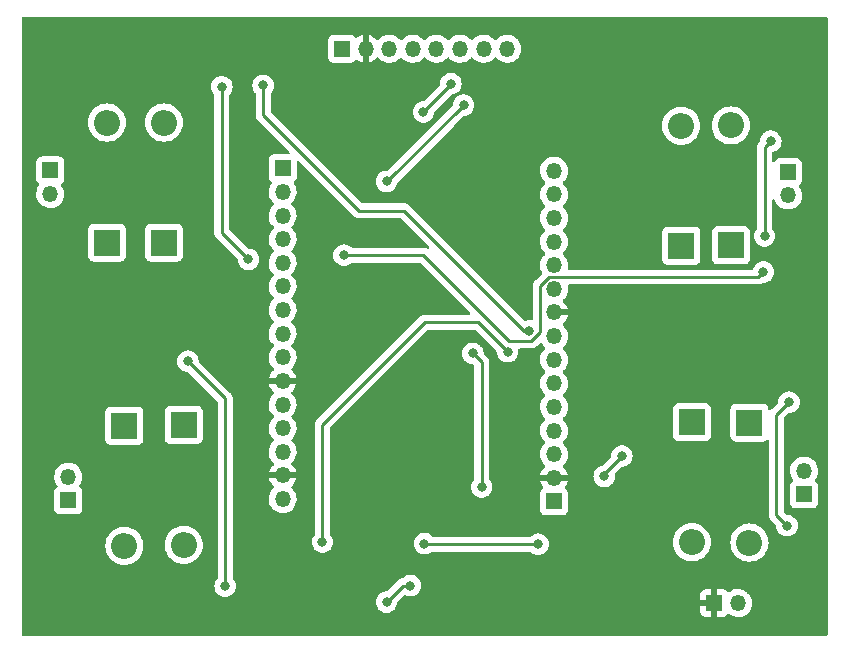
<source format=gbr>
%TF.GenerationSoftware,KiCad,Pcbnew,(6.0.1)*%
%TF.CreationDate,2023-01-18T20:59:41+05:30*%
%TF.ProjectId,drone,64726f6e-652e-46b6-9963-61645f706362,rev?*%
%TF.SameCoordinates,Original*%
%TF.FileFunction,Copper,L2,Bot*%
%TF.FilePolarity,Positive*%
%FSLAX46Y46*%
G04 Gerber Fmt 4.6, Leading zero omitted, Abs format (unit mm)*
G04 Created by KiCad (PCBNEW (6.0.1)) date 2023-01-18 20:59:41*
%MOMM*%
%LPD*%
G01*
G04 APERTURE LIST*
%TA.AperFunction,ComponentPad*%
%ADD10R,2.200000X2.200000*%
%TD*%
%TA.AperFunction,ComponentPad*%
%ADD11O,2.200000X2.200000*%
%TD*%
%TA.AperFunction,ComponentPad*%
%ADD12R,1.350000X1.350000*%
%TD*%
%TA.AperFunction,ComponentPad*%
%ADD13O,1.350000X1.350000*%
%TD*%
%TA.AperFunction,ViaPad*%
%ADD14C,0.800000*%
%TD*%
%TA.AperFunction,Conductor*%
%ADD15C,0.250000*%
%TD*%
G04 APERTURE END LIST*
D10*
%TO.P,D4,1,K*%
%TO.N,BAT+*%
X192375000Y-73525000D03*
D11*
%TO.P,D4,2,A*%
%TO.N,Net-(D4-Pad2)*%
X192375000Y-63365000D03*
%TD*%
%TO.P,z1,2,A*%
%TO.N,Net-(Q1-Pad3)*%
X144375000Y-63120000D03*
D10*
%TO.P,z1,1,K*%
%TO.N,BAT+*%
X144375000Y-73280000D03*
%TD*%
D12*
%TO.P,motor-1,1,Pin_1*%
%TO.N,Net-(Q1-Pad3)*%
X134750000Y-67175000D03*
D13*
%TO.P,motor-1,2,Pin_2*%
%TO.N,BAT+*%
X134750000Y-69175000D03*
%TD*%
D12*
%TO.P,motor-4,1,Pin_1*%
%TO.N,Net-(D4-Pad2)*%
X197225000Y-67295000D03*
D13*
%TO.P,motor-4,2,Pin_2*%
%TO.N,BAT+*%
X197225000Y-69295000D03*
%TD*%
%TO.P,battery-1,2,Pin_2*%
%TO.N,BAT+*%
X192975000Y-103800000D03*
D12*
%TO.P,battery-1,1,Pin_1*%
%TO.N,GND*%
X190975000Y-103800000D03*
%TD*%
D10*
%TO.P,D1,1,K*%
%TO.N,BAT+*%
X139550000Y-73280000D03*
D11*
%TO.P,D1,2,A*%
%TO.N,Net-(Q1-Pad3)*%
X139550000Y-63120000D03*
%TD*%
D10*
%TO.P,D3,1,K*%
%TO.N,BAT+*%
X193950000Y-88520000D03*
D11*
%TO.P,D3,2,A*%
%TO.N,Net-(D3-Pad2)*%
X193950000Y-98680000D03*
%TD*%
D10*
%TO.P,D2,1,K*%
%TO.N,BAT+*%
X141025000Y-88795000D03*
D11*
%TO.P,D2,2,A*%
%TO.N,Net-(D2-Pad2)*%
X141025000Y-98955000D03*
%TD*%
%TO.P,z4,2,A*%
%TO.N,Net-(D4-Pad2)*%
X188175000Y-63390000D03*
D10*
%TO.P,z4,1,K*%
%TO.N,BAT+*%
X188175000Y-73550000D03*
%TD*%
D12*
%TO.P,rightIfAntennaOnTop1,1,Pin_1*%
%TO.N,+3V3*%
X177400000Y-95200000D03*
D13*
%TO.P,rightIfAntennaOnTop1,2,Pin_2*%
%TO.N,GND*%
X177400000Y-93200000D03*
%TO.P,rightIfAntennaOnTop1,3,Pin_3*%
%TO.N,unconnected-(rightIfAntennaOnTop1-Pad3)*%
X177400000Y-91200000D03*
%TO.P,rightIfAntennaOnTop1,4,Pin_4*%
%TO.N,unconnected-(rightIfAntennaOnTop1-Pad4)*%
X177400000Y-89200000D03*
%TO.P,rightIfAntennaOnTop1,5,Pin_5*%
%TO.N,PWM{slash}M3{slash}D8*%
X177400000Y-87200000D03*
%TO.P,rightIfAntennaOnTop1,6,Pin_6*%
%TO.N,PWM{slash}M4{slash}D7*%
X177400000Y-85200000D03*
%TO.P,rightIfAntennaOnTop1,7,Pin_7*%
%TO.N,PWM{slash}M2{slash}D6*%
X177400000Y-83200000D03*
%TO.P,rightIfAntennaOnTop1,8,Pin_8*%
%TO.N,PWM{slash}M1{slash}D5*%
X177400000Y-81200000D03*
%TO.P,rightIfAntennaOnTop1,9,Pin_9*%
%TO.N,GND*%
X177400000Y-79200000D03*
%TO.P,rightIfAntennaOnTop1,10,Pin_10*%
%TO.N,+3V3*%
X177400000Y-77200000D03*
%TO.P,rightIfAntennaOnTop1,11,Pin_11*%
%TO.N,unconnected-(rightIfAntennaOnTop1-Pad11)*%
X177400000Y-75200000D03*
%TO.P,rightIfAntennaOnTop1,12,Pin_12*%
%TO.N,Net-(R5-Pad1)*%
X177400000Y-73200000D03*
%TO.P,rightIfAntennaOnTop1,13,Pin_13*%
%TO.N,SDA*%
X177400000Y-71200000D03*
%TO.P,rightIfAntennaOnTop1,14,Pin_14*%
%TO.N,SCL*%
X177400000Y-69200000D03*
%TO.P,rightIfAntennaOnTop1,15,Pin_15*%
%TO.N,unconnected-(rightIfAntennaOnTop1-Pad15)*%
X177400000Y-67200000D03*
%TD*%
D12*
%TO.P,MPU1,1,Pin_1*%
%TO.N,+3V3*%
X159450000Y-56875000D03*
D13*
%TO.P,MPU1,2,Pin_2*%
%TO.N,GND*%
X161450000Y-56875000D03*
%TO.P,MPU1,3,Pin_3*%
%TO.N,SCL*%
X163450000Y-56875000D03*
%TO.P,MPU1,4,Pin_4*%
%TO.N,SDA*%
X165450000Y-56875000D03*
%TO.P,MPU1,5,Pin_5*%
%TO.N,unconnected-(MPU1-Pad5)*%
X167450000Y-56875000D03*
%TO.P,MPU1,6,Pin_6*%
%TO.N,unconnected-(MPU1-Pad6)*%
X169450000Y-56875000D03*
%TO.P,MPU1,7,Pin_7*%
%TO.N,unconnected-(MPU1-Pad7)*%
X171450000Y-56875000D03*
%TO.P,MPU1,8,Pin_8*%
%TO.N,INT*%
X173450000Y-56875000D03*
%TD*%
D10*
%TO.P,z3,1,K*%
%TO.N,BAT+*%
X189075000Y-88495000D03*
D11*
%TO.P,z3,2,A*%
%TO.N,Net-(D3-Pad2)*%
X189075000Y-98655000D03*
%TD*%
D12*
%TO.P,motor-2,1,Pin_1*%
%TO.N,Net-(D2-Pad2)*%
X136275000Y-95100000D03*
D13*
%TO.P,motor-2,2,Pin_2*%
%TO.N,BAT+*%
X136275000Y-93100000D03*
%TD*%
D12*
%TO.P,motor-3,1,Pin_1*%
%TO.N,Net-(D3-Pad2)*%
X198575000Y-94600000D03*
D13*
%TO.P,motor-3,2,Pin_2*%
%TO.N,BAT+*%
X198575000Y-92600000D03*
%TD*%
D10*
%TO.P,z2,1,K*%
%TO.N,BAT+*%
X146050000Y-88715000D03*
D11*
%TO.P,z2,2,A*%
%TO.N,Net-(D2-Pad2)*%
X146050000Y-98875000D03*
%TD*%
D12*
%TO.P,leftIfAntennaOnTop1,1,Pin_1*%
%TO.N,ADC*%
X154425000Y-67000000D03*
D13*
%TO.P,leftIfAntennaOnTop1,2,Pin_2*%
%TO.N,unconnected-(leftIfAntennaOnTop1-Pad2)*%
X154425000Y-69000000D03*
%TO.P,leftIfAntennaOnTop1,3,Pin_3*%
%TO.N,unconnected-(leftIfAntennaOnTop1-Pad3)*%
X154425000Y-71000000D03*
%TO.P,leftIfAntennaOnTop1,4,Pin_4*%
%TO.N,LED{slash}D13*%
X154425000Y-73000000D03*
%TO.P,leftIfAntennaOnTop1,5,Pin_5*%
%TO.N,LED{slash}D12*%
X154425000Y-75000000D03*
%TO.P,leftIfAntennaOnTop1,6,Pin_6*%
%TO.N,unconnected-(leftIfAntennaOnTop1-Pad6)*%
X154425000Y-77000000D03*
%TO.P,leftIfAntennaOnTop1,7,Pin_7*%
%TO.N,Net-(R12-Pad2)*%
X154425000Y-79000000D03*
%TO.P,leftIfAntennaOnTop1,8,Pin_8*%
%TO.N,INT*%
X154425000Y-81000000D03*
%TO.P,leftIfAntennaOnTop1,9,Pin_9*%
%TO.N,unconnected-(leftIfAntennaOnTop1-Pad9)*%
X154425000Y-83000000D03*
%TO.P,leftIfAntennaOnTop1,10,Pin_10*%
%TO.N,GND*%
X154425000Y-85000000D03*
%TO.P,leftIfAntennaOnTop1,11,Pin_11*%
%TO.N,+3V3*%
X154425000Y-87000000D03*
%TO.P,leftIfAntennaOnTop1,12,Pin_12*%
%TO.N,Net-(R8-Pad2)*%
X154425000Y-89000000D03*
%TO.P,leftIfAntennaOnTop1,13,Pin_13*%
%TO.N,Net-(R7-Pad2)*%
X154425000Y-91000000D03*
%TO.P,leftIfAntennaOnTop1,14,Pin_14*%
%TO.N,GND*%
X154425000Y-93000000D03*
%TO.P,leftIfAntennaOnTop1,15,Pin_15*%
%TO.N,+3V3*%
X154425000Y-95000000D03*
%TD*%
D14*
%TO.N,GND*%
X151500000Y-92825000D03*
%TO.N,LED{slash}D12*%
X149550000Y-102375000D03*
X146400000Y-83325000D03*
X149275000Y-60100000D03*
X151525000Y-74700000D03*
X195125000Y-75775000D03*
X159625000Y-74350000D03*
X195750000Y-64700000D03*
X195225000Y-72725000D03*
X197300000Y-86800000D03*
X197125000Y-97250000D03*
%TO.N,GND*%
X147675000Y-72975000D03*
X196075000Y-62600000D03*
X197025000Y-99575000D03*
X135475000Y-99500000D03*
X150950000Y-83225000D03*
X134425000Y-61875000D03*
X183925000Y-62150000D03*
%TO.N,BAT+*%
X183150000Y-91350000D03*
X181650000Y-93075000D03*
%TO.N,GND*%
X181525000Y-99925000D03*
%TO.N,BAT+*%
X163225000Y-103725000D03*
X165225000Y-102325000D03*
%TO.N,GND*%
X153275000Y-96975000D03*
%TO.N,PWM{slash}M2{slash}D6*%
X157800000Y-98625000D03*
X173475000Y-82525000D03*
%TO.N,PWM{slash}M1{slash}D5*%
X152775000Y-59975000D03*
X175300000Y-80775000D03*
%TO.N,GND*%
X147825000Y-65400000D03*
%TO.N,INT*%
X163225000Y-68100000D03*
X169750000Y-61650000D03*
%TO.N,SDA*%
X168675000Y-59825000D03*
X166350000Y-62225000D03*
%TO.N,GND*%
X161525000Y-59025000D03*
X157200000Y-85025000D03*
%TO.N,BAT+*%
X171275000Y-93975000D03*
X170525000Y-82675000D03*
%TO.N,+3V3*%
X166425000Y-98775000D03*
X176050000Y-98825000D03*
%TO.N,GND*%
X174950000Y-93925000D03*
X162050000Y-96800000D03*
X161975000Y-95700000D03*
X163225000Y-96875000D03*
%TD*%
D15*
%TO.N,LED{slash}D12*%
X149550000Y-86475000D02*
X149550000Y-102375000D01*
X146400000Y-83325000D02*
X149550000Y-86475000D01*
X151525000Y-74700000D02*
X149275000Y-72450000D01*
X149275000Y-72450000D02*
X149275000Y-60100000D01*
X194700000Y-76200000D02*
X195125000Y-75775000D01*
X176985499Y-76200000D02*
X194700000Y-76200000D01*
X176250000Y-76935499D02*
X176985499Y-76200000D01*
X166324614Y-74350000D02*
X173588626Y-81614012D01*
X176250000Y-80849614D02*
X176250000Y-76935499D01*
X159625000Y-74350000D02*
X166324614Y-74350000D01*
X173588626Y-81614012D02*
X175485602Y-81614012D01*
X175485602Y-81614012D02*
X176250000Y-80849614D01*
X195225000Y-65225000D02*
X195750000Y-64700000D01*
X195225000Y-72725000D02*
X195225000Y-65225000D01*
X196225489Y-87874511D02*
X197300000Y-86800000D01*
X197125000Y-97250000D02*
X196225489Y-96350489D01*
X196225489Y-96350489D02*
X196225489Y-87874511D01*
%TO.N,BAT+*%
X181650000Y-93075000D02*
X181650000Y-92850000D01*
X181650000Y-92850000D02*
X183150000Y-91350000D01*
X164625000Y-102325000D02*
X163225000Y-103725000D01*
X165225000Y-102325000D02*
X164625000Y-102325000D01*
%TO.N,PWM{slash}M2{slash}D6*%
X157800000Y-88700000D02*
X157800000Y-98625000D01*
X173475000Y-82525000D02*
X171000000Y-80050000D01*
X166450000Y-80050000D02*
X157800000Y-88700000D01*
X171000000Y-80050000D02*
X166450000Y-80050000D01*
%TO.N,PWM{slash}M1{slash}D5*%
X160875000Y-70575000D02*
X152775000Y-62475000D01*
X164675386Y-70575000D02*
X160875000Y-70575000D01*
X174875386Y-80775000D02*
X164675386Y-70575000D01*
X175300000Y-80775000D02*
X174875386Y-80775000D01*
X152775000Y-62475000D02*
X152775000Y-59975000D01*
%TO.N,INT*%
X163300000Y-68100000D02*
X163225000Y-68100000D01*
X169750000Y-61650000D02*
X163300000Y-68100000D01*
%TO.N,SDA*%
X166350000Y-62225000D02*
X168675000Y-59900000D01*
X168675000Y-59900000D02*
X168675000Y-59825000D01*
%TO.N,BAT+*%
X171275000Y-83425000D02*
X171275000Y-93975000D01*
X170525000Y-82675000D02*
X171275000Y-83425000D01*
%TO.N,+3V3*%
X166475000Y-98825000D02*
X166425000Y-98775000D01*
X176050000Y-98825000D02*
X166475000Y-98825000D01*
%TD*%
%TA.AperFunction,Conductor*%
%TO.N,GND*%
G36*
X200509121Y-54178002D02*
G01*
X200555614Y-54231658D01*
X200567000Y-54284000D01*
X200567000Y-106466000D01*
X200546998Y-106534121D01*
X200493342Y-106580614D01*
X200441000Y-106592000D01*
X132459000Y-106592000D01*
X132390879Y-106571998D01*
X132344386Y-106518342D01*
X132333000Y-106466000D01*
X132333000Y-103725000D01*
X162311496Y-103725000D01*
X162331458Y-103914928D01*
X162390473Y-104096556D01*
X162485960Y-104261944D01*
X162490378Y-104266851D01*
X162490379Y-104266852D01*
X162509851Y-104288478D01*
X162613747Y-104403866D01*
X162768248Y-104516118D01*
X162774276Y-104518802D01*
X162774278Y-104518803D01*
X162893568Y-104571914D01*
X162942712Y-104593794D01*
X163036112Y-104613647D01*
X163123056Y-104632128D01*
X163123061Y-104632128D01*
X163129513Y-104633500D01*
X163320487Y-104633500D01*
X163326939Y-104632128D01*
X163326944Y-104632128D01*
X163413888Y-104613647D01*
X163507288Y-104593794D01*
X163556432Y-104571914D01*
X163673777Y-104519669D01*
X189792001Y-104519669D01*
X189792371Y-104526490D01*
X189797895Y-104577352D01*
X189801521Y-104592604D01*
X189846676Y-104713054D01*
X189855214Y-104728649D01*
X189931715Y-104830724D01*
X189944276Y-104843285D01*
X190046351Y-104919786D01*
X190061946Y-104928324D01*
X190182394Y-104973478D01*
X190197649Y-104977105D01*
X190248514Y-104982631D01*
X190255328Y-104983000D01*
X190702885Y-104983000D01*
X190718124Y-104978525D01*
X190719329Y-104977135D01*
X190721000Y-104969452D01*
X190721000Y-104964884D01*
X191229000Y-104964884D01*
X191233475Y-104980123D01*
X191234865Y-104981328D01*
X191242548Y-104982999D01*
X191694669Y-104982999D01*
X191701490Y-104982629D01*
X191752352Y-104977105D01*
X191767604Y-104973479D01*
X191888054Y-104928324D01*
X191903649Y-104919786D01*
X192005724Y-104843285D01*
X192018285Y-104830724D01*
X192069798Y-104761990D01*
X192126657Y-104719475D01*
X192197475Y-104714449D01*
X192240621Y-104732788D01*
X192407863Y-104844536D01*
X192413171Y-104846817D01*
X192413172Y-104846817D01*
X192602409Y-104928119D01*
X192602412Y-104928120D01*
X192607712Y-104930397D01*
X192613342Y-104931671D01*
X192798104Y-104973479D01*
X192819860Y-104978402D01*
X192825631Y-104978629D01*
X192825633Y-104978629D01*
X192894336Y-104981328D01*
X193037205Y-104986941D01*
X193252466Y-104955730D01*
X193257930Y-104953875D01*
X193257935Y-104953874D01*
X193452963Y-104887671D01*
X193452968Y-104887669D01*
X193458435Y-104885813D01*
X193648213Y-104779532D01*
X193815446Y-104640446D01*
X193954532Y-104473213D01*
X194060813Y-104283435D01*
X194062669Y-104277968D01*
X194062671Y-104277963D01*
X194128874Y-104082935D01*
X194128875Y-104082930D01*
X194130730Y-104077466D01*
X194161941Y-103862205D01*
X194163570Y-103800000D01*
X194143667Y-103583400D01*
X194084626Y-103374055D01*
X193988423Y-103178974D01*
X193958941Y-103139492D01*
X193861733Y-103009315D01*
X193861732Y-103009314D01*
X193858280Y-103004691D01*
X193781679Y-102933882D01*
X193702796Y-102860963D01*
X193702793Y-102860961D01*
X193698556Y-102857044D01*
X193514599Y-102740976D01*
X193312572Y-102660376D01*
X193123993Y-102622865D01*
X193104905Y-102619068D01*
X193104904Y-102619068D01*
X193099239Y-102617941D01*
X193093464Y-102617865D01*
X193093460Y-102617865D01*
X192984419Y-102616438D01*
X192881746Y-102615094D01*
X192876049Y-102616073D01*
X192876048Y-102616073D01*
X192673065Y-102650952D01*
X192673062Y-102650953D01*
X192667375Y-102651930D01*
X192463307Y-102727214D01*
X192276376Y-102838427D01*
X192272036Y-102842233D01*
X192272032Y-102842236D01*
X192254213Y-102857863D01*
X192189809Y-102887739D01*
X192119476Y-102878052D01*
X192070310Y-102838694D01*
X192018284Y-102769275D01*
X192005724Y-102756715D01*
X191903649Y-102680214D01*
X191888054Y-102671676D01*
X191767606Y-102626522D01*
X191752351Y-102622895D01*
X191701486Y-102617369D01*
X191694672Y-102617000D01*
X191247115Y-102617000D01*
X191231876Y-102621475D01*
X191230671Y-102622865D01*
X191229000Y-102630548D01*
X191229000Y-104964884D01*
X190721000Y-104964884D01*
X190721000Y-104072115D01*
X190716525Y-104056876D01*
X190715135Y-104055671D01*
X190707452Y-104054000D01*
X189810116Y-104054000D01*
X189794877Y-104058475D01*
X189793672Y-104059865D01*
X189792001Y-104067548D01*
X189792001Y-104519669D01*
X163673777Y-104519669D01*
X163675722Y-104518803D01*
X163675724Y-104518802D01*
X163681752Y-104516118D01*
X163836253Y-104403866D01*
X163940149Y-104288478D01*
X163959621Y-104266852D01*
X163959622Y-104266851D01*
X163964040Y-104261944D01*
X164059527Y-104096556D01*
X164118542Y-103914928D01*
X164135907Y-103749708D01*
X164162920Y-103684051D01*
X164172122Y-103673782D01*
X164318019Y-103527885D01*
X189792000Y-103527885D01*
X189796475Y-103543124D01*
X189797865Y-103544329D01*
X189805548Y-103546000D01*
X190702885Y-103546000D01*
X190718124Y-103541525D01*
X190719329Y-103540135D01*
X190721000Y-103532452D01*
X190721000Y-102635116D01*
X190716525Y-102619877D01*
X190715135Y-102618672D01*
X190707452Y-102617001D01*
X190255331Y-102617001D01*
X190248510Y-102617371D01*
X190197648Y-102622895D01*
X190182396Y-102626521D01*
X190061946Y-102671676D01*
X190046351Y-102680214D01*
X189944276Y-102756715D01*
X189931715Y-102769276D01*
X189855214Y-102871351D01*
X189846676Y-102886946D01*
X189801522Y-103007394D01*
X189797895Y-103022649D01*
X189792369Y-103073514D01*
X189792000Y-103080328D01*
X189792000Y-103527885D01*
X164318019Y-103527885D01*
X164680402Y-103165503D01*
X164742714Y-103131478D01*
X164813530Y-103136543D01*
X164820745Y-103139492D01*
X164936677Y-103191108D01*
X164936685Y-103191111D01*
X164942712Y-103193794D01*
X165036112Y-103213647D01*
X165123056Y-103232128D01*
X165123061Y-103232128D01*
X165129513Y-103233500D01*
X165320487Y-103233500D01*
X165326939Y-103232128D01*
X165326944Y-103232128D01*
X165413888Y-103213647D01*
X165507288Y-103193794D01*
X165528938Y-103184155D01*
X165675722Y-103118803D01*
X165675724Y-103118802D01*
X165681752Y-103116118D01*
X165836253Y-103003866D01*
X165840675Y-102998955D01*
X165959621Y-102866852D01*
X165959622Y-102866851D01*
X165964040Y-102861944D01*
X166059527Y-102696556D01*
X166118542Y-102514928D01*
X166138504Y-102325000D01*
X166118542Y-102135072D01*
X166059527Y-101953444D01*
X165964040Y-101788056D01*
X165947882Y-101770110D01*
X165840675Y-101651045D01*
X165840674Y-101651044D01*
X165836253Y-101646134D01*
X165681752Y-101533882D01*
X165675724Y-101531198D01*
X165675722Y-101531197D01*
X165513319Y-101458891D01*
X165513318Y-101458891D01*
X165507288Y-101456206D01*
X165413888Y-101436353D01*
X165326944Y-101417872D01*
X165326939Y-101417872D01*
X165320487Y-101416500D01*
X165129513Y-101416500D01*
X165123061Y-101417872D01*
X165123056Y-101417872D01*
X165036112Y-101436353D01*
X164942712Y-101456206D01*
X164936682Y-101458891D01*
X164936681Y-101458891D01*
X164774278Y-101531197D01*
X164774276Y-101531198D01*
X164768248Y-101533882D01*
X164613747Y-101646134D01*
X164607209Y-101653396D01*
X164606675Y-101653988D01*
X164604717Y-101655194D01*
X164604423Y-101655459D01*
X164604375Y-101655405D01*
X164546227Y-101691225D01*
X164532946Y-101694081D01*
X164525111Y-101694327D01*
X164505657Y-101699979D01*
X164486300Y-101703987D01*
X164474070Y-101705532D01*
X164474069Y-101705532D01*
X164466203Y-101706526D01*
X164458832Y-101709445D01*
X164458830Y-101709445D01*
X164425088Y-101722804D01*
X164413858Y-101726649D01*
X164379017Y-101736771D01*
X164379016Y-101736771D01*
X164371407Y-101738982D01*
X164364588Y-101743015D01*
X164364583Y-101743017D01*
X164353972Y-101749293D01*
X164336224Y-101757988D01*
X164317383Y-101765448D01*
X164310967Y-101770110D01*
X164310966Y-101770110D01*
X164281613Y-101791436D01*
X164271693Y-101797952D01*
X164240465Y-101816420D01*
X164240462Y-101816422D01*
X164233638Y-101820458D01*
X164219317Y-101834779D01*
X164204284Y-101847619D01*
X164187893Y-101859528D01*
X164182843Y-101865632D01*
X164182838Y-101865637D01*
X164159707Y-101893598D01*
X164151717Y-101902379D01*
X163274499Y-102779596D01*
X163212187Y-102813621D01*
X163185404Y-102816500D01*
X163129513Y-102816500D01*
X163123061Y-102817872D01*
X163123056Y-102817872D01*
X163036113Y-102836353D01*
X162942712Y-102856206D01*
X162936682Y-102858891D01*
X162936681Y-102858891D01*
X162774278Y-102931197D01*
X162774276Y-102931198D01*
X162768248Y-102933882D01*
X162613747Y-103046134D01*
X162609326Y-103051044D01*
X162609325Y-103051045D01*
X162498304Y-103174347D01*
X162485960Y-103188056D01*
X162390473Y-103353444D01*
X162331458Y-103535072D01*
X162330768Y-103541633D01*
X162330768Y-103541635D01*
X162316879Y-103673782D01*
X162311496Y-103725000D01*
X132333000Y-103725000D01*
X132333000Y-98955000D01*
X139411526Y-98955000D01*
X139431391Y-99207403D01*
X139432545Y-99212210D01*
X139432546Y-99212216D01*
X139455116Y-99306226D01*
X139490495Y-99453591D01*
X139492388Y-99458162D01*
X139492389Y-99458164D01*
X139569280Y-99643794D01*
X139587384Y-99687502D01*
X139589970Y-99691722D01*
X139598210Y-99705168D01*
X139719672Y-99903376D01*
X139884102Y-100095898D01*
X140076624Y-100260328D01*
X140292498Y-100392616D01*
X140297068Y-100394509D01*
X140297072Y-100394511D01*
X140476898Y-100468997D01*
X140526409Y-100489505D01*
X140611032Y-100509821D01*
X140767784Y-100547454D01*
X140767790Y-100547455D01*
X140772597Y-100548609D01*
X141025000Y-100568474D01*
X141277403Y-100548609D01*
X141282210Y-100547455D01*
X141282216Y-100547454D01*
X141438968Y-100509821D01*
X141523591Y-100489505D01*
X141573102Y-100468997D01*
X141752928Y-100394511D01*
X141752932Y-100394509D01*
X141757502Y-100392616D01*
X141973376Y-100260328D01*
X142165898Y-100095898D01*
X142330328Y-99903376D01*
X142451790Y-99705168D01*
X142460030Y-99691722D01*
X142462616Y-99687502D01*
X142480721Y-99643794D01*
X142557611Y-99458164D01*
X142557612Y-99458162D01*
X142559505Y-99453591D01*
X142594884Y-99306226D01*
X142617454Y-99212216D01*
X142617455Y-99212210D01*
X142618609Y-99207403D01*
X142638474Y-98955000D01*
X142632178Y-98875000D01*
X144436526Y-98875000D01*
X144456391Y-99127403D01*
X144457545Y-99132210D01*
X144457546Y-99132216D01*
X144495179Y-99288968D01*
X144515495Y-99373591D01*
X144517388Y-99378162D01*
X144517389Y-99378164D01*
X144593635Y-99562237D01*
X144612384Y-99607502D01*
X144744672Y-99823376D01*
X144909102Y-100015898D01*
X145101624Y-100180328D01*
X145317498Y-100312616D01*
X145322068Y-100314509D01*
X145322072Y-100314511D01*
X145504392Y-100390030D01*
X145551409Y-100409505D01*
X145636032Y-100429821D01*
X145792784Y-100467454D01*
X145792790Y-100467455D01*
X145797597Y-100468609D01*
X146050000Y-100488474D01*
X146302403Y-100468609D01*
X146307210Y-100467455D01*
X146307216Y-100467454D01*
X146463968Y-100429821D01*
X146548591Y-100409505D01*
X146595608Y-100390030D01*
X146777928Y-100314511D01*
X146777932Y-100314509D01*
X146782502Y-100312616D01*
X146998376Y-100180328D01*
X147190898Y-100015898D01*
X147355328Y-99823376D01*
X147487616Y-99607502D01*
X147506366Y-99562237D01*
X147582611Y-99378164D01*
X147582612Y-99378162D01*
X147584505Y-99373591D01*
X147604821Y-99288968D01*
X147642454Y-99132216D01*
X147642455Y-99132210D01*
X147643609Y-99127403D01*
X147663474Y-98875000D01*
X147643609Y-98622597D01*
X147634601Y-98585072D01*
X147598589Y-98435072D01*
X147584505Y-98376409D01*
X147536175Y-98259729D01*
X147489511Y-98147072D01*
X147489509Y-98147068D01*
X147487616Y-98142498D01*
X147355328Y-97926624D01*
X147190898Y-97734102D01*
X146998376Y-97569672D01*
X146782502Y-97437384D01*
X146777932Y-97435491D01*
X146777928Y-97435489D01*
X146553164Y-97342389D01*
X146553162Y-97342388D01*
X146548591Y-97340495D01*
X146463968Y-97320179D01*
X146307216Y-97282546D01*
X146307210Y-97282545D01*
X146302403Y-97281391D01*
X146050000Y-97261526D01*
X145797597Y-97281391D01*
X145792790Y-97282545D01*
X145792784Y-97282546D01*
X145636032Y-97320179D01*
X145551409Y-97340495D01*
X145546838Y-97342388D01*
X145546836Y-97342389D01*
X145322072Y-97435489D01*
X145322068Y-97435491D01*
X145317498Y-97437384D01*
X145101624Y-97569672D01*
X144909102Y-97734102D01*
X144744672Y-97926624D01*
X144612384Y-98142498D01*
X144610491Y-98147068D01*
X144610489Y-98147072D01*
X144563825Y-98259729D01*
X144515495Y-98376409D01*
X144501411Y-98435072D01*
X144465400Y-98585072D01*
X144456391Y-98622597D01*
X144436526Y-98875000D01*
X142632178Y-98875000D01*
X142618609Y-98702597D01*
X142612001Y-98675070D01*
X142560660Y-98461221D01*
X142559505Y-98456409D01*
X142557611Y-98451836D01*
X142464511Y-98227072D01*
X142464509Y-98227068D01*
X142462616Y-98222498D01*
X142330328Y-98006624D01*
X142165898Y-97814102D01*
X141973376Y-97649672D01*
X141757502Y-97517384D01*
X141752932Y-97515491D01*
X141752928Y-97515489D01*
X141528164Y-97422389D01*
X141528162Y-97422388D01*
X141523591Y-97420495D01*
X141438968Y-97400179D01*
X141282216Y-97362546D01*
X141282210Y-97362545D01*
X141277403Y-97361391D01*
X141025000Y-97341526D01*
X140772597Y-97361391D01*
X140767790Y-97362545D01*
X140767784Y-97362546D01*
X140611032Y-97400179D01*
X140526409Y-97420495D01*
X140521838Y-97422388D01*
X140521836Y-97422389D01*
X140297072Y-97515489D01*
X140297068Y-97515491D01*
X140292498Y-97517384D01*
X140076624Y-97649672D01*
X139884102Y-97814102D01*
X139719672Y-98006624D01*
X139587384Y-98222498D01*
X139585491Y-98227068D01*
X139585489Y-98227072D01*
X139492389Y-98451836D01*
X139490495Y-98456409D01*
X139489340Y-98461221D01*
X139438000Y-98675070D01*
X139431391Y-98702597D01*
X139411526Y-98955000D01*
X132333000Y-98955000D01*
X132333000Y-93068887D01*
X135086837Y-93068887D01*
X135101063Y-93285933D01*
X135102484Y-93291529D01*
X135102485Y-93291534D01*
X135130498Y-93401832D01*
X135154605Y-93496753D01*
X135245668Y-93694285D01*
X135341630Y-93830068D01*
X135364610Y-93897240D01*
X135347626Y-93966175D01*
X135314297Y-94003612D01*
X135257515Y-94046168D01*
X135236739Y-94061739D01*
X135149385Y-94178295D01*
X135098255Y-94314684D01*
X135091500Y-94376866D01*
X135091500Y-95823134D01*
X135098255Y-95885316D01*
X135149385Y-96021705D01*
X135236739Y-96138261D01*
X135353295Y-96225615D01*
X135489684Y-96276745D01*
X135551866Y-96283500D01*
X136998134Y-96283500D01*
X137060316Y-96276745D01*
X137196705Y-96225615D01*
X137313261Y-96138261D01*
X137400615Y-96021705D01*
X137451745Y-95885316D01*
X137458500Y-95823134D01*
X137458500Y-94376866D01*
X137451745Y-94314684D01*
X137400615Y-94178295D01*
X137313261Y-94061739D01*
X137235322Y-94003327D01*
X137192807Y-93946468D01*
X137187781Y-93875649D01*
X137214013Y-93821932D01*
X137233293Y-93798750D01*
X137254532Y-93773213D01*
X137346088Y-93609729D01*
X137357989Y-93588478D01*
X137357990Y-93588476D01*
X137360813Y-93583435D01*
X137362669Y-93577968D01*
X137362671Y-93577963D01*
X137428874Y-93382935D01*
X137428875Y-93382930D01*
X137430730Y-93377466D01*
X137461941Y-93162205D01*
X137463570Y-93100000D01*
X137443667Y-92883400D01*
X137441994Y-92877466D01*
X137386195Y-92679619D01*
X137384626Y-92674055D01*
X137288423Y-92478974D01*
X137213323Y-92378402D01*
X137161733Y-92309315D01*
X137161732Y-92309314D01*
X137158280Y-92304691D01*
X137154044Y-92300775D01*
X137002796Y-92160963D01*
X137002793Y-92160961D01*
X136998556Y-92157044D01*
X136814599Y-92040976D01*
X136612572Y-91960376D01*
X136399239Y-91917941D01*
X136393464Y-91917865D01*
X136393460Y-91917865D01*
X136284419Y-91916438D01*
X136181746Y-91915094D01*
X136176049Y-91916073D01*
X136176048Y-91916073D01*
X135973065Y-91950952D01*
X135973062Y-91950953D01*
X135967375Y-91951930D01*
X135763307Y-92027214D01*
X135576376Y-92138427D01*
X135412842Y-92281842D01*
X135409270Y-92286373D01*
X135318818Y-92401111D01*
X135278181Y-92452658D01*
X135176905Y-92645154D01*
X135170470Y-92665879D01*
X135135098Y-92779794D01*
X135112403Y-92852882D01*
X135086837Y-93068887D01*
X132333000Y-93068887D01*
X132333000Y-89943134D01*
X139416500Y-89943134D01*
X139423255Y-90005316D01*
X139474385Y-90141705D01*
X139561739Y-90258261D01*
X139678295Y-90345615D01*
X139814684Y-90396745D01*
X139876866Y-90403500D01*
X142173134Y-90403500D01*
X142235316Y-90396745D01*
X142371705Y-90345615D01*
X142488261Y-90258261D01*
X142575615Y-90141705D01*
X142626745Y-90005316D01*
X142633500Y-89943134D01*
X142633500Y-89863134D01*
X144441500Y-89863134D01*
X144448255Y-89925316D01*
X144499385Y-90061705D01*
X144586739Y-90178261D01*
X144703295Y-90265615D01*
X144839684Y-90316745D01*
X144901866Y-90323500D01*
X147198134Y-90323500D01*
X147260316Y-90316745D01*
X147396705Y-90265615D01*
X147513261Y-90178261D01*
X147600615Y-90061705D01*
X147651745Y-89925316D01*
X147658500Y-89863134D01*
X147658500Y-87566866D01*
X147651745Y-87504684D01*
X147600615Y-87368295D01*
X147513261Y-87251739D01*
X147396705Y-87164385D01*
X147260316Y-87113255D01*
X147198134Y-87106500D01*
X144901866Y-87106500D01*
X144839684Y-87113255D01*
X144703295Y-87164385D01*
X144586739Y-87251739D01*
X144499385Y-87368295D01*
X144448255Y-87504684D01*
X144441500Y-87566866D01*
X144441500Y-89863134D01*
X142633500Y-89863134D01*
X142633500Y-87646866D01*
X142626745Y-87584684D01*
X142575615Y-87448295D01*
X142488261Y-87331739D01*
X142371705Y-87244385D01*
X142235316Y-87193255D01*
X142173134Y-87186500D01*
X139876866Y-87186500D01*
X139814684Y-87193255D01*
X139678295Y-87244385D01*
X139561739Y-87331739D01*
X139474385Y-87448295D01*
X139423255Y-87584684D01*
X139416500Y-87646866D01*
X139416500Y-89943134D01*
X132333000Y-89943134D01*
X132333000Y-83325000D01*
X145486496Y-83325000D01*
X145487186Y-83331565D01*
X145502521Y-83477466D01*
X145506458Y-83514928D01*
X145565473Y-83696556D01*
X145660960Y-83861944D01*
X145665378Y-83866851D01*
X145665379Y-83866852D01*
X145784325Y-83998955D01*
X145788747Y-84003866D01*
X145839095Y-84040446D01*
X145937224Y-84111741D01*
X145943248Y-84116118D01*
X145949276Y-84118802D01*
X145949278Y-84118803D01*
X146111681Y-84191109D01*
X146117712Y-84193794D01*
X146192313Y-84209651D01*
X146298056Y-84232128D01*
X146298061Y-84232128D01*
X146304513Y-84233500D01*
X146360406Y-84233500D01*
X146428527Y-84253502D01*
X146449501Y-84270405D01*
X148879595Y-86700500D01*
X148913621Y-86762812D01*
X148916500Y-86789595D01*
X148916500Y-101672476D01*
X148896498Y-101740597D01*
X148884142Y-101756779D01*
X148810960Y-101838056D01*
X148715473Y-102003444D01*
X148656458Y-102185072D01*
X148636496Y-102375000D01*
X148656458Y-102564928D01*
X148715473Y-102746556D01*
X148810960Y-102911944D01*
X148815378Y-102916851D01*
X148815379Y-102916852D01*
X148873896Y-102981842D01*
X148938747Y-103053866D01*
X149024429Y-103116118D01*
X149056601Y-103139492D01*
X149093248Y-103166118D01*
X149099276Y-103168802D01*
X149099278Y-103168803D01*
X149244591Y-103233500D01*
X149267712Y-103243794D01*
X149361113Y-103263647D01*
X149448056Y-103282128D01*
X149448061Y-103282128D01*
X149454513Y-103283500D01*
X149645487Y-103283500D01*
X149651939Y-103282128D01*
X149651944Y-103282128D01*
X149738887Y-103263647D01*
X149832288Y-103243794D01*
X149855409Y-103233500D01*
X150000722Y-103168803D01*
X150000724Y-103168802D01*
X150006752Y-103166118D01*
X150043400Y-103139492D01*
X150075571Y-103116118D01*
X150161253Y-103053866D01*
X150226104Y-102981842D01*
X150284621Y-102916852D01*
X150284622Y-102916851D01*
X150289040Y-102911944D01*
X150384527Y-102746556D01*
X150443542Y-102564928D01*
X150463504Y-102375000D01*
X150443542Y-102185072D01*
X150384527Y-102003444D01*
X150289040Y-101838056D01*
X150215863Y-101756785D01*
X150185147Y-101692779D01*
X150183500Y-101672476D01*
X150183500Y-94968887D01*
X153236837Y-94968887D01*
X153251063Y-95185933D01*
X153252484Y-95191529D01*
X153252485Y-95191534D01*
X153285040Y-95319717D01*
X153304605Y-95396753D01*
X153395668Y-95594285D01*
X153399001Y-95599001D01*
X153490711Y-95728767D01*
X153521204Y-95771914D01*
X153677009Y-95923692D01*
X153857863Y-96044536D01*
X153863171Y-96046817D01*
X153863172Y-96046817D01*
X154052409Y-96128119D01*
X154052412Y-96128120D01*
X154057712Y-96130397D01*
X154063342Y-96131671D01*
X154161464Y-96153874D01*
X154269860Y-96178402D01*
X154275631Y-96178629D01*
X154275633Y-96178629D01*
X154348620Y-96181496D01*
X154487205Y-96186941D01*
X154702466Y-96155730D01*
X154707930Y-96153875D01*
X154707935Y-96153874D01*
X154902963Y-96087671D01*
X154902968Y-96087669D01*
X154908435Y-96085813D01*
X155098213Y-95979532D01*
X155265446Y-95840446D01*
X155404532Y-95673213D01*
X155489381Y-95521705D01*
X155507989Y-95488478D01*
X155507990Y-95488476D01*
X155510813Y-95483435D01*
X155512669Y-95477968D01*
X155512671Y-95477963D01*
X155578874Y-95282935D01*
X155578875Y-95282930D01*
X155580730Y-95277466D01*
X155611941Y-95062205D01*
X155613570Y-95000000D01*
X155593667Y-94783400D01*
X155587699Y-94762237D01*
X155536195Y-94579619D01*
X155534626Y-94574055D01*
X155438423Y-94378974D01*
X155414216Y-94346556D01*
X155311733Y-94209315D01*
X155311732Y-94209314D01*
X155308280Y-94204691D01*
X155185708Y-94091387D01*
X155149263Y-94030458D01*
X155151544Y-93959499D01*
X155190668Y-93901988D01*
X155260653Y-93843782D01*
X155268782Y-93835653D01*
X155400420Y-93677375D01*
X155406944Y-93667882D01*
X155507531Y-93488272D01*
X155512210Y-93477763D01*
X155578386Y-93282817D01*
X155581017Y-93271857D01*
X155579040Y-93257992D01*
X155565474Y-93254000D01*
X153286981Y-93254000D01*
X153273450Y-93257973D01*
X153272158Y-93266962D01*
X153303656Y-93390985D01*
X153307497Y-93401832D01*
X153393685Y-93588789D01*
X153399436Y-93598750D01*
X153518254Y-93766873D01*
X153525725Y-93775621D01*
X153665118Y-93911411D01*
X153699956Y-93973272D01*
X153695819Y-94044148D01*
X153660274Y-94096396D01*
X153562842Y-94181842D01*
X153428181Y-94352658D01*
X153326905Y-94545154D01*
X153325192Y-94550671D01*
X153294674Y-94648955D01*
X153262403Y-94752882D01*
X153236837Y-94968887D01*
X150183500Y-94968887D01*
X150183500Y-90968887D01*
X153236837Y-90968887D01*
X153251063Y-91185933D01*
X153252484Y-91191529D01*
X153252485Y-91191534D01*
X153286456Y-91325292D01*
X153304605Y-91396753D01*
X153395668Y-91594285D01*
X153399001Y-91599001D01*
X153481173Y-91715271D01*
X153521204Y-91771914D01*
X153665102Y-91912093D01*
X153699938Y-91973952D01*
X153695801Y-92044828D01*
X153660256Y-92097077D01*
X153567552Y-92178376D01*
X153559630Y-92186724D01*
X153432180Y-92348394D01*
X153425909Y-92358050D01*
X153330060Y-92540229D01*
X153325655Y-92550863D01*
X153270436Y-92728700D01*
X153270218Y-92742799D01*
X153276950Y-92746000D01*
X155564485Y-92746000D01*
X155578016Y-92742027D01*
X155579185Y-92733892D01*
X155535725Y-92579794D01*
X155531603Y-92569055D01*
X155440549Y-92384417D01*
X155434538Y-92374608D01*
X155311360Y-92209651D01*
X155303671Y-92201111D01*
X155185691Y-92092052D01*
X155149246Y-92031123D01*
X155151527Y-91960163D01*
X155190650Y-91902653D01*
X155220702Y-91877659D01*
X155265446Y-91840446D01*
X155404532Y-91673213D01*
X155510813Y-91483435D01*
X155512669Y-91477968D01*
X155512671Y-91477963D01*
X155578874Y-91282935D01*
X155578875Y-91282930D01*
X155580730Y-91277466D01*
X155611941Y-91062205D01*
X155613570Y-91000000D01*
X155593667Y-90783400D01*
X155591032Y-90774055D01*
X155536195Y-90579619D01*
X155534626Y-90574055D01*
X155438423Y-90378974D01*
X155415867Y-90348767D01*
X155311733Y-90209315D01*
X155311732Y-90209314D01*
X155308280Y-90204691D01*
X155285510Y-90183642D01*
X155186078Y-90091729D01*
X155149633Y-90030800D01*
X155151914Y-89959840D01*
X155191038Y-89902330D01*
X155225233Y-89873891D01*
X155265446Y-89840446D01*
X155404532Y-89673213D01*
X155510813Y-89483435D01*
X155512669Y-89477968D01*
X155512671Y-89477963D01*
X155578874Y-89282935D01*
X155578875Y-89282930D01*
X155580730Y-89277466D01*
X155611941Y-89062205D01*
X155613570Y-89000000D01*
X155593667Y-88783400D01*
X155591032Y-88774055D01*
X155562281Y-88672114D01*
X155534626Y-88574055D01*
X155438423Y-88378974D01*
X155377007Y-88296727D01*
X155311733Y-88209315D01*
X155311732Y-88209314D01*
X155308280Y-88204691D01*
X155259761Y-88159840D01*
X155186078Y-88091729D01*
X155149633Y-88030800D01*
X155151914Y-87959840D01*
X155191038Y-87902330D01*
X155261008Y-87844137D01*
X155265446Y-87840446D01*
X155404532Y-87673213D01*
X155487184Y-87525628D01*
X155507989Y-87488478D01*
X155507990Y-87488476D01*
X155510813Y-87483435D01*
X155512669Y-87477968D01*
X155512671Y-87477963D01*
X155578874Y-87282935D01*
X155578875Y-87282930D01*
X155580730Y-87277466D01*
X155611941Y-87062205D01*
X155613570Y-87000000D01*
X155593667Y-86783400D01*
X155591381Y-86775292D01*
X155536195Y-86579619D01*
X155534626Y-86574055D01*
X155438423Y-86378974D01*
X155377007Y-86296727D01*
X155311733Y-86209315D01*
X155311732Y-86209314D01*
X155308280Y-86204691D01*
X155267921Y-86167383D01*
X155185708Y-86091387D01*
X155149263Y-86030458D01*
X155151544Y-85959499D01*
X155190668Y-85901988D01*
X155260653Y-85843782D01*
X155268782Y-85835653D01*
X155400420Y-85677375D01*
X155406944Y-85667882D01*
X155507531Y-85488272D01*
X155512210Y-85477763D01*
X155578386Y-85282817D01*
X155581017Y-85271857D01*
X155579040Y-85257992D01*
X155565474Y-85254000D01*
X153286981Y-85254000D01*
X153273450Y-85257973D01*
X153272158Y-85266962D01*
X153303656Y-85390985D01*
X153307497Y-85401832D01*
X153393685Y-85588789D01*
X153399436Y-85598750D01*
X153518254Y-85766873D01*
X153525725Y-85775621D01*
X153665118Y-85911411D01*
X153699956Y-85973272D01*
X153695819Y-86044148D01*
X153660274Y-86096396D01*
X153562842Y-86181842D01*
X153559270Y-86186373D01*
X153441081Y-86336295D01*
X153428181Y-86352658D01*
X153425493Y-86357767D01*
X153411610Y-86384155D01*
X153326905Y-86545154D01*
X153316203Y-86579619D01*
X153264803Y-86745154D01*
X153262403Y-86752882D01*
X153236837Y-86968887D01*
X153251063Y-87185933D01*
X153252484Y-87191529D01*
X153252485Y-87191534D01*
X153297422Y-87368469D01*
X153304605Y-87396753D01*
X153395668Y-87594285D01*
X153399001Y-87599001D01*
X153502469Y-87745404D01*
X153521204Y-87771914D01*
X153525346Y-87775949D01*
X153664741Y-87911741D01*
X153699579Y-87973602D01*
X153695442Y-88044478D01*
X153659899Y-88096726D01*
X153562842Y-88181842D01*
X153559270Y-88186373D01*
X153444760Y-88331628D01*
X153428181Y-88352658D01*
X153425493Y-88357767D01*
X153411610Y-88384155D01*
X153326905Y-88545154D01*
X153316203Y-88579619D01*
X153264803Y-88745154D01*
X153262403Y-88752882D01*
X153236837Y-88968887D01*
X153251063Y-89185933D01*
X153252484Y-89191529D01*
X153252485Y-89191534D01*
X153300392Y-89380165D01*
X153304605Y-89396753D01*
X153395668Y-89594285D01*
X153399001Y-89599001D01*
X153445445Y-89664717D01*
X153521204Y-89771914D01*
X153525346Y-89775949D01*
X153664741Y-89911741D01*
X153699579Y-89973602D01*
X153695442Y-90044478D01*
X153659899Y-90096726D01*
X153562842Y-90181842D01*
X153559270Y-90186373D01*
X153456493Y-90316745D01*
X153428181Y-90352658D01*
X153326905Y-90545154D01*
X153316203Y-90579619D01*
X153264803Y-90745154D01*
X153262403Y-90752882D01*
X153236837Y-90968887D01*
X150183500Y-90968887D01*
X150183500Y-86553768D01*
X150184027Y-86542585D01*
X150185702Y-86535092D01*
X150183562Y-86467001D01*
X150183500Y-86463044D01*
X150183500Y-86435144D01*
X150182996Y-86431153D01*
X150182063Y-86419311D01*
X150181481Y-86400775D01*
X150180674Y-86375111D01*
X150178462Y-86367497D01*
X150178461Y-86367492D01*
X150175023Y-86355659D01*
X150171012Y-86336295D01*
X150169467Y-86324064D01*
X150168474Y-86316203D01*
X150165557Y-86308836D01*
X150165556Y-86308831D01*
X150152198Y-86275092D01*
X150148354Y-86263865D01*
X150138230Y-86229022D01*
X150136018Y-86221407D01*
X150125707Y-86203972D01*
X150117012Y-86186224D01*
X150109552Y-86167383D01*
X150083564Y-86131613D01*
X150077048Y-86121693D01*
X150058580Y-86090465D01*
X150058578Y-86090462D01*
X150054542Y-86083638D01*
X150040221Y-86069317D01*
X150027380Y-86054283D01*
X150020131Y-86044306D01*
X150015472Y-86037893D01*
X149981395Y-86009702D01*
X149972616Y-86001712D01*
X147347122Y-83376217D01*
X147313096Y-83313905D01*
X147310907Y-83300292D01*
X147294232Y-83141635D01*
X147294232Y-83141633D01*
X147293542Y-83135072D01*
X147234527Y-82953444D01*
X147139040Y-82788056D01*
X147126434Y-82774055D01*
X147015675Y-82651045D01*
X147015674Y-82651044D01*
X147011253Y-82646134D01*
X146878533Y-82549707D01*
X146862094Y-82537763D01*
X146862093Y-82537762D01*
X146856752Y-82533882D01*
X146850724Y-82531198D01*
X146850722Y-82531197D01*
X146688319Y-82458891D01*
X146688318Y-82458891D01*
X146682288Y-82456206D01*
X146588888Y-82436353D01*
X146501944Y-82417872D01*
X146501939Y-82417872D01*
X146495487Y-82416500D01*
X146304513Y-82416500D01*
X146298061Y-82417872D01*
X146298056Y-82417872D01*
X146211112Y-82436353D01*
X146117712Y-82456206D01*
X146111682Y-82458891D01*
X146111681Y-82458891D01*
X145949278Y-82531197D01*
X145949276Y-82531198D01*
X145943248Y-82533882D01*
X145937907Y-82537762D01*
X145937906Y-82537763D01*
X145921467Y-82549707D01*
X145788747Y-82646134D01*
X145784326Y-82651044D01*
X145784325Y-82651045D01*
X145673567Y-82774055D01*
X145660960Y-82788056D01*
X145565473Y-82953444D01*
X145506458Y-83135072D01*
X145505768Y-83141633D01*
X145505768Y-83141635D01*
X145491850Y-83274063D01*
X145486496Y-83325000D01*
X132333000Y-83325000D01*
X132333000Y-74428134D01*
X137941500Y-74428134D01*
X137948255Y-74490316D01*
X137999385Y-74626705D01*
X138086739Y-74743261D01*
X138203295Y-74830615D01*
X138339684Y-74881745D01*
X138401866Y-74888500D01*
X140698134Y-74888500D01*
X140760316Y-74881745D01*
X140896705Y-74830615D01*
X141013261Y-74743261D01*
X141100615Y-74626705D01*
X141151745Y-74490316D01*
X141158500Y-74428134D01*
X142766500Y-74428134D01*
X142773255Y-74490316D01*
X142824385Y-74626705D01*
X142911739Y-74743261D01*
X143028295Y-74830615D01*
X143164684Y-74881745D01*
X143226866Y-74888500D01*
X145523134Y-74888500D01*
X145585316Y-74881745D01*
X145721705Y-74830615D01*
X145838261Y-74743261D01*
X145925615Y-74626705D01*
X145976745Y-74490316D01*
X145983500Y-74428134D01*
X145983500Y-72131866D01*
X145976745Y-72069684D01*
X145925615Y-71933295D01*
X145838261Y-71816739D01*
X145721705Y-71729385D01*
X145585316Y-71678255D01*
X145523134Y-71671500D01*
X143226866Y-71671500D01*
X143164684Y-71678255D01*
X143028295Y-71729385D01*
X142911739Y-71816739D01*
X142824385Y-71933295D01*
X142773255Y-72069684D01*
X142766500Y-72131866D01*
X142766500Y-74428134D01*
X141158500Y-74428134D01*
X141158500Y-72131866D01*
X141151745Y-72069684D01*
X141100615Y-71933295D01*
X141013261Y-71816739D01*
X140896705Y-71729385D01*
X140760316Y-71678255D01*
X140698134Y-71671500D01*
X138401866Y-71671500D01*
X138339684Y-71678255D01*
X138203295Y-71729385D01*
X138086739Y-71816739D01*
X137999385Y-71933295D01*
X137948255Y-72069684D01*
X137941500Y-72131866D01*
X137941500Y-74428134D01*
X132333000Y-74428134D01*
X132333000Y-69143887D01*
X133561837Y-69143887D01*
X133576063Y-69360933D01*
X133577484Y-69366529D01*
X133577485Y-69366534D01*
X133628184Y-69566158D01*
X133629605Y-69571753D01*
X133720668Y-69769285D01*
X133738336Y-69794285D01*
X133841983Y-69940941D01*
X133846204Y-69946914D01*
X133850346Y-69950949D01*
X133926758Y-70025386D01*
X134002009Y-70098692D01*
X134182863Y-70219536D01*
X134188171Y-70221817D01*
X134188172Y-70221817D01*
X134377409Y-70303119D01*
X134377412Y-70303120D01*
X134382712Y-70305397D01*
X134388342Y-70306671D01*
X134543663Y-70341817D01*
X134594860Y-70353402D01*
X134600631Y-70353629D01*
X134600633Y-70353629D01*
X134673620Y-70356496D01*
X134812205Y-70361941D01*
X135027466Y-70330730D01*
X135032930Y-70328875D01*
X135032935Y-70328874D01*
X135227963Y-70262671D01*
X135227968Y-70262669D01*
X135233435Y-70260813D01*
X135423213Y-70154532D01*
X135590446Y-70015446D01*
X135729532Y-69848213D01*
X135827537Y-69673213D01*
X135832989Y-69663478D01*
X135832990Y-69663476D01*
X135835813Y-69658435D01*
X135837669Y-69652968D01*
X135837671Y-69652963D01*
X135903874Y-69457935D01*
X135903875Y-69457930D01*
X135905730Y-69452466D01*
X135936941Y-69237205D01*
X135938570Y-69175000D01*
X135918667Y-68958400D01*
X135895039Y-68874619D01*
X135885318Y-68840154D01*
X135859626Y-68749055D01*
X135763423Y-68553974D01*
X135697186Y-68465271D01*
X135684465Y-68448236D01*
X135659733Y-68381686D01*
X135674907Y-68312330D01*
X135709858Y-68272021D01*
X135781080Y-68218643D01*
X135781081Y-68218642D01*
X135788261Y-68213261D01*
X135875615Y-68096705D01*
X135926745Y-67960316D01*
X135933500Y-67898134D01*
X135933500Y-66451866D01*
X135926745Y-66389684D01*
X135875615Y-66253295D01*
X135788261Y-66136739D01*
X135671705Y-66049385D01*
X135535316Y-65998255D01*
X135473134Y-65991500D01*
X134026866Y-65991500D01*
X133964684Y-65998255D01*
X133828295Y-66049385D01*
X133711739Y-66136739D01*
X133624385Y-66253295D01*
X133573255Y-66389684D01*
X133566500Y-66451866D01*
X133566500Y-67898134D01*
X133573255Y-67960316D01*
X133624385Y-68096705D01*
X133711739Y-68213261D01*
X133782898Y-68266592D01*
X133790269Y-68272116D01*
X133832784Y-68328975D01*
X133837810Y-68399794D01*
X133813654Y-68450948D01*
X133756755Y-68523124D01*
X133753181Y-68527658D01*
X133651905Y-68720154D01*
X133650192Y-68725671D01*
X133592571Y-68911240D01*
X133587403Y-68927882D01*
X133561837Y-69143887D01*
X132333000Y-69143887D01*
X132333000Y-63120000D01*
X137936526Y-63120000D01*
X137956391Y-63372403D01*
X137957545Y-63377210D01*
X137957546Y-63377216D01*
X137961799Y-63394930D01*
X138015495Y-63618591D01*
X138017388Y-63623162D01*
X138017389Y-63623164D01*
X138102995Y-63829834D01*
X138112384Y-63852502D01*
X138244672Y-64068376D01*
X138409102Y-64260898D01*
X138601624Y-64425328D01*
X138817498Y-64557616D01*
X138822068Y-64559509D01*
X138822072Y-64559511D01*
X139046836Y-64652611D01*
X139051409Y-64654505D01*
X139117317Y-64670328D01*
X139292784Y-64712454D01*
X139292790Y-64712455D01*
X139297597Y-64713609D01*
X139550000Y-64733474D01*
X139802403Y-64713609D01*
X139807210Y-64712455D01*
X139807216Y-64712454D01*
X139982683Y-64670328D01*
X140048591Y-64654505D01*
X140053164Y-64652611D01*
X140277928Y-64559511D01*
X140277932Y-64559509D01*
X140282502Y-64557616D01*
X140498376Y-64425328D01*
X140690898Y-64260898D01*
X140855328Y-64068376D01*
X140987616Y-63852502D01*
X140997006Y-63829834D01*
X141082611Y-63623164D01*
X141082612Y-63623162D01*
X141084505Y-63618591D01*
X141138201Y-63394930D01*
X141142454Y-63377216D01*
X141142455Y-63377210D01*
X141143609Y-63372403D01*
X141163474Y-63120000D01*
X142761526Y-63120000D01*
X142781391Y-63372403D01*
X142782545Y-63377210D01*
X142782546Y-63377216D01*
X142786799Y-63394930D01*
X142840495Y-63618591D01*
X142842388Y-63623162D01*
X142842389Y-63623164D01*
X142927995Y-63829834D01*
X142937384Y-63852502D01*
X143069672Y-64068376D01*
X143234102Y-64260898D01*
X143426624Y-64425328D01*
X143642498Y-64557616D01*
X143647068Y-64559509D01*
X143647072Y-64559511D01*
X143871836Y-64652611D01*
X143876409Y-64654505D01*
X143942317Y-64670328D01*
X144117784Y-64712454D01*
X144117790Y-64712455D01*
X144122597Y-64713609D01*
X144375000Y-64733474D01*
X144627403Y-64713609D01*
X144632210Y-64712455D01*
X144632216Y-64712454D01*
X144807683Y-64670328D01*
X144873591Y-64654505D01*
X144878164Y-64652611D01*
X145102928Y-64559511D01*
X145102932Y-64559509D01*
X145107502Y-64557616D01*
X145323376Y-64425328D01*
X145515898Y-64260898D01*
X145680328Y-64068376D01*
X145812616Y-63852502D01*
X145822006Y-63829834D01*
X145907611Y-63623164D01*
X145907612Y-63623162D01*
X145909505Y-63618591D01*
X145963201Y-63394930D01*
X145967454Y-63377216D01*
X145967455Y-63377210D01*
X145968609Y-63372403D01*
X145988474Y-63120000D01*
X145968609Y-62867597D01*
X145959177Y-62828307D01*
X145910660Y-62626221D01*
X145909505Y-62621409D01*
X145906312Y-62613700D01*
X145814511Y-62392072D01*
X145814509Y-62392068D01*
X145812616Y-62387498D01*
X145680328Y-62171624D01*
X145515898Y-61979102D01*
X145323376Y-61814672D01*
X145107502Y-61682384D01*
X145102932Y-61680491D01*
X145102928Y-61680489D01*
X144878164Y-61587389D01*
X144878162Y-61587388D01*
X144873591Y-61585495D01*
X144788968Y-61565179D01*
X144632216Y-61527546D01*
X144632210Y-61527545D01*
X144627403Y-61526391D01*
X144375000Y-61506526D01*
X144122597Y-61526391D01*
X144117790Y-61527545D01*
X144117784Y-61527546D01*
X143961032Y-61565179D01*
X143876409Y-61585495D01*
X143871838Y-61587388D01*
X143871836Y-61587389D01*
X143647072Y-61680489D01*
X143647068Y-61680491D01*
X143642498Y-61682384D01*
X143426624Y-61814672D01*
X143234102Y-61979102D01*
X143069672Y-62171624D01*
X142937384Y-62387498D01*
X142935491Y-62392068D01*
X142935489Y-62392072D01*
X142843688Y-62613700D01*
X142840495Y-62621409D01*
X142839340Y-62626221D01*
X142790824Y-62828307D01*
X142781391Y-62867597D01*
X142761526Y-63120000D01*
X141163474Y-63120000D01*
X141143609Y-62867597D01*
X141134177Y-62828307D01*
X141085660Y-62626221D01*
X141084505Y-62621409D01*
X141081312Y-62613700D01*
X140989511Y-62392072D01*
X140989509Y-62392068D01*
X140987616Y-62387498D01*
X140855328Y-62171624D01*
X140690898Y-61979102D01*
X140498376Y-61814672D01*
X140282502Y-61682384D01*
X140277932Y-61680491D01*
X140277928Y-61680489D01*
X140053164Y-61587389D01*
X140053162Y-61587388D01*
X140048591Y-61585495D01*
X139963968Y-61565179D01*
X139807216Y-61527546D01*
X139807210Y-61527545D01*
X139802403Y-61526391D01*
X139550000Y-61506526D01*
X139297597Y-61526391D01*
X139292790Y-61527545D01*
X139292784Y-61527546D01*
X139136032Y-61565179D01*
X139051409Y-61585495D01*
X139046838Y-61587388D01*
X139046836Y-61587389D01*
X138822072Y-61680489D01*
X138822068Y-61680491D01*
X138817498Y-61682384D01*
X138601624Y-61814672D01*
X138409102Y-61979102D01*
X138244672Y-62171624D01*
X138112384Y-62387498D01*
X138110491Y-62392068D01*
X138110489Y-62392072D01*
X138018688Y-62613700D01*
X138015495Y-62621409D01*
X138014340Y-62626221D01*
X137965824Y-62828307D01*
X137956391Y-62867597D01*
X137936526Y-63120000D01*
X132333000Y-63120000D01*
X132333000Y-60100000D01*
X148361496Y-60100000D01*
X148381458Y-60289928D01*
X148440473Y-60471556D01*
X148535960Y-60636944D01*
X148609137Y-60718215D01*
X148639853Y-60782221D01*
X148641500Y-60802524D01*
X148641500Y-72371233D01*
X148640973Y-72382416D01*
X148639298Y-72389909D01*
X148639547Y-72397835D01*
X148639547Y-72397836D01*
X148641438Y-72457986D01*
X148641500Y-72461945D01*
X148641500Y-72489856D01*
X148641997Y-72493790D01*
X148641997Y-72493791D01*
X148642005Y-72493856D01*
X148642938Y-72505699D01*
X148644068Y-72541635D01*
X148644327Y-72549889D01*
X148646616Y-72557767D01*
X148649978Y-72569339D01*
X148653987Y-72588700D01*
X148656526Y-72608797D01*
X148659445Y-72616168D01*
X148659445Y-72616170D01*
X148672804Y-72649912D01*
X148676649Y-72661142D01*
X148688982Y-72703593D01*
X148693015Y-72710412D01*
X148693017Y-72710417D01*
X148699293Y-72721028D01*
X148707988Y-72738776D01*
X148715448Y-72757617D01*
X148720110Y-72764033D01*
X148720110Y-72764034D01*
X148741436Y-72793387D01*
X148747952Y-72803307D01*
X148770458Y-72841362D01*
X148784779Y-72855683D01*
X148797619Y-72870716D01*
X148809528Y-72887107D01*
X148843158Y-72914928D01*
X148843605Y-72915298D01*
X148852384Y-72923288D01*
X150577878Y-74648782D01*
X150611904Y-74711094D01*
X150614092Y-74724703D01*
X150618613Y-74767715D01*
X150630688Y-74882598D01*
X150631458Y-74889928D01*
X150690473Y-75071556D01*
X150693776Y-75077278D01*
X150693777Y-75077279D01*
X150709070Y-75103767D01*
X150785960Y-75236944D01*
X150913747Y-75378866D01*
X150945583Y-75401996D01*
X151052171Y-75479437D01*
X151068248Y-75491118D01*
X151074276Y-75493802D01*
X151074278Y-75493803D01*
X151236681Y-75566109D01*
X151242712Y-75568794D01*
X151319294Y-75585072D01*
X151423056Y-75607128D01*
X151423061Y-75607128D01*
X151429513Y-75608500D01*
X151620487Y-75608500D01*
X151626939Y-75607128D01*
X151626944Y-75607128D01*
X151730706Y-75585072D01*
X151807288Y-75568794D01*
X151813319Y-75566109D01*
X151975722Y-75493803D01*
X151975724Y-75493802D01*
X151981752Y-75491118D01*
X151997830Y-75479437D01*
X152104417Y-75401996D01*
X152136253Y-75378866D01*
X152264040Y-75236944D01*
X152340930Y-75103767D01*
X152356223Y-75077279D01*
X152356224Y-75077278D01*
X152359527Y-75071556D01*
X152418542Y-74889928D01*
X152419313Y-74882598D01*
X152437814Y-74706565D01*
X152438504Y-74700000D01*
X152431556Y-74633891D01*
X152419232Y-74516635D01*
X152419232Y-74516633D01*
X152418542Y-74510072D01*
X152359527Y-74328444D01*
X152264040Y-74163056D01*
X152255701Y-74153794D01*
X152140675Y-74026045D01*
X152140674Y-74026044D01*
X152136253Y-74021134D01*
X151981752Y-73908882D01*
X151975724Y-73906198D01*
X151975722Y-73906197D01*
X151813319Y-73833891D01*
X151813318Y-73833891D01*
X151807288Y-73831206D01*
X151713887Y-73811353D01*
X151626944Y-73792872D01*
X151626939Y-73792872D01*
X151620487Y-73791500D01*
X151564594Y-73791500D01*
X151496473Y-73771498D01*
X151475499Y-73754595D01*
X149945405Y-72224500D01*
X149911379Y-72162188D01*
X149908500Y-72135405D01*
X149908500Y-60802524D01*
X149928502Y-60734403D01*
X149940858Y-60718221D01*
X150014040Y-60636944D01*
X150109527Y-60471556D01*
X150168542Y-60289928D01*
X150188504Y-60100000D01*
X150175366Y-59975000D01*
X151861496Y-59975000D01*
X151881458Y-60164928D01*
X151940473Y-60346556D01*
X152035960Y-60511944D01*
X152109137Y-60593215D01*
X152139853Y-60657221D01*
X152141500Y-60677524D01*
X152141500Y-62396233D01*
X152140973Y-62407416D01*
X152139298Y-62414909D01*
X152139547Y-62422835D01*
X152139547Y-62422836D01*
X152141438Y-62482986D01*
X152141500Y-62486945D01*
X152141500Y-62514856D01*
X152141997Y-62518790D01*
X152141997Y-62518791D01*
X152142005Y-62518856D01*
X152142938Y-62530693D01*
X152144327Y-62574889D01*
X152148796Y-62590271D01*
X152149978Y-62594339D01*
X152153987Y-62613700D01*
X152156526Y-62633797D01*
X152159445Y-62641168D01*
X152159445Y-62641170D01*
X152172804Y-62674912D01*
X152176649Y-62686142D01*
X152188982Y-62728593D01*
X152193015Y-62735412D01*
X152193017Y-62735417D01*
X152199293Y-62746028D01*
X152207988Y-62763776D01*
X152215448Y-62782617D01*
X152220110Y-62789033D01*
X152220110Y-62789034D01*
X152241436Y-62818387D01*
X152247952Y-62828307D01*
X152270458Y-62866362D01*
X152284779Y-62880683D01*
X152297619Y-62895716D01*
X152309528Y-62912107D01*
X152315634Y-62917158D01*
X152343605Y-62940298D01*
X152352384Y-62948288D01*
X155005500Y-65601405D01*
X155039526Y-65663717D01*
X155034461Y-65734533D01*
X154991914Y-65791368D01*
X154925394Y-65816179D01*
X154916405Y-65816500D01*
X153701866Y-65816500D01*
X153639684Y-65823255D01*
X153503295Y-65874385D01*
X153386739Y-65961739D01*
X153299385Y-66078295D01*
X153248255Y-66214684D01*
X153241500Y-66276866D01*
X153241500Y-67723134D01*
X153248255Y-67785316D01*
X153299385Y-67921705D01*
X153386739Y-68038261D01*
X153393919Y-68043642D01*
X153465269Y-68097116D01*
X153507784Y-68153975D01*
X153512810Y-68224794D01*
X153488654Y-68275948D01*
X153431755Y-68348124D01*
X153428181Y-68352658D01*
X153326905Y-68545154D01*
X153316203Y-68579619D01*
X153264803Y-68745154D01*
X153262403Y-68752882D01*
X153236837Y-68968887D01*
X153251063Y-69185933D01*
X153252484Y-69191529D01*
X153252485Y-69191534D01*
X153277824Y-69291305D01*
X153304605Y-69396753D01*
X153395668Y-69594285D01*
X153399001Y-69599001D01*
X153490499Y-69728467D01*
X153521204Y-69771914D01*
X153525346Y-69775949D01*
X153664741Y-69911741D01*
X153699579Y-69973602D01*
X153695442Y-70044478D01*
X153659899Y-70096726D01*
X153562842Y-70181842D01*
X153559270Y-70186373D01*
X153438526Y-70339536D01*
X153428181Y-70352658D01*
X153326905Y-70545154D01*
X153316203Y-70579619D01*
X153264803Y-70745154D01*
X153262403Y-70752882D01*
X153236837Y-70968887D01*
X153251063Y-71185933D01*
X153252484Y-71191529D01*
X153252485Y-71191534D01*
X153300392Y-71380165D01*
X153304605Y-71396753D01*
X153395668Y-71594285D01*
X153521204Y-71771914D01*
X153525346Y-71775949D01*
X153664741Y-71911741D01*
X153699579Y-71973602D01*
X153695442Y-72044478D01*
X153659899Y-72096726D01*
X153562842Y-72181842D01*
X153559270Y-72186373D01*
X153432216Y-72347540D01*
X153428181Y-72352658D01*
X153425493Y-72357767D01*
X153404412Y-72397836D01*
X153326905Y-72545154D01*
X153316203Y-72579619D01*
X153264803Y-72745154D01*
X153262403Y-72752882D01*
X153236837Y-72968887D01*
X153251063Y-73185933D01*
X153252484Y-73191529D01*
X153252485Y-73191534D01*
X153300392Y-73380165D01*
X153304605Y-73396753D01*
X153307022Y-73401996D01*
X153378109Y-73556197D01*
X153395668Y-73594285D01*
X153399001Y-73599001D01*
X153512870Y-73760121D01*
X153521204Y-73771914D01*
X153525346Y-73775949D01*
X153664741Y-73911741D01*
X153699579Y-73973602D01*
X153695442Y-74044478D01*
X153659899Y-74096726D01*
X153562842Y-74181842D01*
X153559270Y-74186373D01*
X153451782Y-74322721D01*
X153428181Y-74352658D01*
X153326905Y-74545154D01*
X153316203Y-74579619D01*
X153264803Y-74745154D01*
X153262403Y-74752882D01*
X153236837Y-74968887D01*
X153251063Y-75185933D01*
X153252484Y-75191529D01*
X153252485Y-75191534D01*
X153298815Y-75373955D01*
X153304605Y-75396753D01*
X153307022Y-75401996D01*
X153382679Y-75566109D01*
X153395668Y-75594285D01*
X153521204Y-75771914D01*
X153525346Y-75775949D01*
X153664741Y-75911741D01*
X153699579Y-75973602D01*
X153695442Y-76044478D01*
X153659899Y-76096726D01*
X153562842Y-76181842D01*
X153428181Y-76352658D01*
X153326905Y-76545154D01*
X153325192Y-76550671D01*
X153270425Y-76727048D01*
X153262403Y-76752882D01*
X153236837Y-76968887D01*
X153251063Y-77185933D01*
X153252484Y-77191529D01*
X153252485Y-77191534D01*
X153303184Y-77391158D01*
X153304605Y-77396753D01*
X153395668Y-77594285D01*
X153521204Y-77771914D01*
X153525346Y-77775949D01*
X153664741Y-77911741D01*
X153699579Y-77973602D01*
X153695442Y-78044478D01*
X153659899Y-78096726D01*
X153562842Y-78181842D01*
X153559270Y-78186373D01*
X153480878Y-78285813D01*
X153428181Y-78352658D01*
X153326905Y-78545154D01*
X153262403Y-78752882D01*
X153236837Y-78968887D01*
X153251063Y-79185933D01*
X153252484Y-79191529D01*
X153252485Y-79191534D01*
X153287144Y-79328000D01*
X153304605Y-79396753D01*
X153307022Y-79401996D01*
X153320178Y-79430533D01*
X153395668Y-79594285D01*
X153399001Y-79599001D01*
X153462092Y-79688272D01*
X153521204Y-79771914D01*
X153663911Y-79910932D01*
X153664741Y-79911741D01*
X153699579Y-79973602D01*
X153695442Y-80044478D01*
X153659899Y-80096726D01*
X153562842Y-80181842D01*
X153428181Y-80352658D01*
X153326905Y-80545154D01*
X153262403Y-80752882D01*
X153236837Y-80968887D01*
X153251063Y-81185933D01*
X153252484Y-81191529D01*
X153252485Y-81191534D01*
X153303184Y-81391158D01*
X153304605Y-81396753D01*
X153395668Y-81594285D01*
X153521204Y-81771914D01*
X153525346Y-81775949D01*
X153664741Y-81911741D01*
X153699579Y-81973602D01*
X153695442Y-82044478D01*
X153659899Y-82096726D01*
X153562842Y-82181842D01*
X153559270Y-82186373D01*
X153442045Y-82335072D01*
X153428181Y-82352658D01*
X153326905Y-82545154D01*
X153316203Y-82579619D01*
X153264803Y-82745154D01*
X153262403Y-82752882D01*
X153236837Y-82968887D01*
X153251063Y-83185933D01*
X153252484Y-83191529D01*
X153252485Y-83191534D01*
X153284808Y-83318803D01*
X153304605Y-83396753D01*
X153307022Y-83401996D01*
X153353939Y-83503767D01*
X153395668Y-83594285D01*
X153521204Y-83771914D01*
X153665102Y-83912093D01*
X153699938Y-83973952D01*
X153695801Y-84044828D01*
X153660256Y-84097077D01*
X153567552Y-84178376D01*
X153559630Y-84186724D01*
X153432180Y-84348394D01*
X153425909Y-84358050D01*
X153330060Y-84540229D01*
X153325655Y-84550863D01*
X153270436Y-84728700D01*
X153270218Y-84742799D01*
X153276950Y-84746000D01*
X155564485Y-84746000D01*
X155578016Y-84742027D01*
X155579185Y-84733892D01*
X155535725Y-84579794D01*
X155531603Y-84569055D01*
X155440549Y-84384417D01*
X155434538Y-84374608D01*
X155311360Y-84209651D01*
X155303671Y-84201111D01*
X155185691Y-84092052D01*
X155149246Y-84031123D01*
X155151527Y-83960163D01*
X155190650Y-83902653D01*
X155220702Y-83877659D01*
X155265446Y-83840446D01*
X155404532Y-83673213D01*
X155504369Y-83494942D01*
X155507989Y-83488478D01*
X155507990Y-83488476D01*
X155510813Y-83483435D01*
X155512669Y-83477968D01*
X155512671Y-83477963D01*
X155578874Y-83282935D01*
X155578875Y-83282930D01*
X155580730Y-83277466D01*
X155611941Y-83062205D01*
X155613570Y-83000000D01*
X155593667Y-82783400D01*
X155591032Y-82774055D01*
X155536195Y-82579619D01*
X155534626Y-82574055D01*
X155438423Y-82378974D01*
X155392029Y-82316844D01*
X155311733Y-82209315D01*
X155311732Y-82209314D01*
X155308280Y-82204691D01*
X155292084Y-82189719D01*
X155186078Y-82091729D01*
X155149633Y-82030800D01*
X155151914Y-81959840D01*
X155191038Y-81902330D01*
X155213220Y-81883882D01*
X155265446Y-81840446D01*
X155404532Y-81673213D01*
X155510813Y-81483435D01*
X155512669Y-81477968D01*
X155512671Y-81477963D01*
X155578874Y-81282935D01*
X155578875Y-81282930D01*
X155580730Y-81277466D01*
X155611941Y-81062205D01*
X155613570Y-81000000D01*
X155593667Y-80783400D01*
X155591032Y-80774055D01*
X155536195Y-80579619D01*
X155534626Y-80574055D01*
X155438423Y-80378974D01*
X155308280Y-80204691D01*
X155259392Y-80159499D01*
X155186078Y-80091729D01*
X155149633Y-80030800D01*
X155151914Y-79959840D01*
X155191038Y-79902330D01*
X155214764Y-79882598D01*
X155265446Y-79840446D01*
X155404532Y-79673213D01*
X155478337Y-79541425D01*
X155507989Y-79488478D01*
X155507990Y-79488476D01*
X155510813Y-79483435D01*
X155512669Y-79477968D01*
X155512671Y-79477963D01*
X155578874Y-79282935D01*
X155578875Y-79282930D01*
X155580730Y-79277466D01*
X155611941Y-79062205D01*
X155613570Y-79000000D01*
X155593667Y-78783400D01*
X155589622Y-78769055D01*
X155536195Y-78579619D01*
X155534626Y-78574055D01*
X155438423Y-78378974D01*
X155373516Y-78292052D01*
X155311733Y-78209315D01*
X155311732Y-78209314D01*
X155308280Y-78204691D01*
X155186078Y-78091729D01*
X155149633Y-78030800D01*
X155151914Y-77959840D01*
X155191038Y-77902330D01*
X155261008Y-77844137D01*
X155265446Y-77840446D01*
X155404532Y-77673213D01*
X155510813Y-77483435D01*
X155512669Y-77477968D01*
X155512671Y-77477963D01*
X155578874Y-77282935D01*
X155578875Y-77282930D01*
X155580730Y-77277466D01*
X155611941Y-77062205D01*
X155613570Y-77000000D01*
X155593667Y-76783400D01*
X155591498Y-76775707D01*
X155543127Y-76604198D01*
X155534626Y-76574055D01*
X155438423Y-76378974D01*
X155392035Y-76316852D01*
X155311733Y-76209315D01*
X155311732Y-76209314D01*
X155308280Y-76204691D01*
X155186078Y-76091729D01*
X155149633Y-76030800D01*
X155151914Y-75959840D01*
X155191038Y-75902330D01*
X155244108Y-75858193D01*
X155265446Y-75840446D01*
X155404532Y-75673213D01*
X155505545Y-75492842D01*
X155507989Y-75488478D01*
X155507990Y-75488476D01*
X155510813Y-75483435D01*
X155512669Y-75477968D01*
X155512671Y-75477963D01*
X155578874Y-75282935D01*
X155578875Y-75282930D01*
X155580730Y-75277466D01*
X155611941Y-75062205D01*
X155613570Y-75000000D01*
X155593667Y-74783400D01*
X155591032Y-74774055D01*
X155536195Y-74579619D01*
X155534626Y-74574055D01*
X155438423Y-74378974D01*
X155421690Y-74356565D01*
X155311733Y-74209315D01*
X155311732Y-74209314D01*
X155308280Y-74204691D01*
X155263240Y-74163056D01*
X155186078Y-74091729D01*
X155149633Y-74030800D01*
X155151914Y-73959840D01*
X155191038Y-73902330D01*
X155199833Y-73895016D01*
X155265446Y-73840446D01*
X155404532Y-73673213D01*
X155510813Y-73483435D01*
X155512669Y-73477968D01*
X155512671Y-73477963D01*
X155578874Y-73282935D01*
X155578875Y-73282930D01*
X155580730Y-73277466D01*
X155611941Y-73062205D01*
X155613570Y-73000000D01*
X155593667Y-72783400D01*
X155591032Y-72774055D01*
X155556020Y-72649912D01*
X155534626Y-72574055D01*
X155438423Y-72378974D01*
X155390416Y-72314684D01*
X155311733Y-72209315D01*
X155311732Y-72209314D01*
X155308280Y-72204691D01*
X155290285Y-72188056D01*
X155186078Y-72091729D01*
X155149633Y-72030800D01*
X155151914Y-71959840D01*
X155191038Y-71902330D01*
X155261008Y-71844137D01*
X155265446Y-71840446D01*
X155404532Y-71673213D01*
X155510813Y-71483435D01*
X155512669Y-71477968D01*
X155512671Y-71477963D01*
X155578874Y-71282935D01*
X155578875Y-71282930D01*
X155580730Y-71277466D01*
X155611941Y-71062205D01*
X155613570Y-71000000D01*
X155593667Y-70783400D01*
X155591032Y-70774055D01*
X155536195Y-70579619D01*
X155534626Y-70574055D01*
X155438423Y-70378974D01*
X155425535Y-70361714D01*
X155311733Y-70209315D01*
X155311732Y-70209314D01*
X155308280Y-70204691D01*
X155268569Y-70167982D01*
X155191485Y-70096727D01*
X155186078Y-70091729D01*
X155149633Y-70030800D01*
X155151914Y-69959840D01*
X155191038Y-69902330D01*
X155213030Y-69884040D01*
X155265446Y-69840446D01*
X155404532Y-69673213D01*
X155510813Y-69483435D01*
X155512669Y-69477968D01*
X155512671Y-69477963D01*
X155578874Y-69282935D01*
X155578875Y-69282930D01*
X155580730Y-69277466D01*
X155611941Y-69062205D01*
X155613570Y-69000000D01*
X155593667Y-68783400D01*
X155591032Y-68774055D01*
X155536195Y-68579619D01*
X155534626Y-68574055D01*
X155438423Y-68378974D01*
X155408307Y-68338643D01*
X155359465Y-68273236D01*
X155334733Y-68206686D01*
X155349907Y-68137330D01*
X155384858Y-68097021D01*
X155456080Y-68043643D01*
X155456081Y-68043642D01*
X155463261Y-68038261D01*
X155550615Y-67921705D01*
X155601745Y-67785316D01*
X155608500Y-67723134D01*
X155608500Y-66508595D01*
X155628502Y-66440474D01*
X155682158Y-66393981D01*
X155752432Y-66383877D01*
X155817012Y-66413371D01*
X155823595Y-66419500D01*
X160371348Y-70967253D01*
X160378888Y-70975539D01*
X160383000Y-70982018D01*
X160388777Y-70987443D01*
X160432651Y-71028643D01*
X160435493Y-71031398D01*
X160455230Y-71051135D01*
X160458427Y-71053615D01*
X160467447Y-71061318D01*
X160499679Y-71091586D01*
X160506625Y-71095405D01*
X160506628Y-71095407D01*
X160517434Y-71101348D01*
X160533953Y-71112199D01*
X160549959Y-71124614D01*
X160557228Y-71127759D01*
X160557232Y-71127762D01*
X160590537Y-71142174D01*
X160601187Y-71147391D01*
X160639940Y-71168695D01*
X160647615Y-71170666D01*
X160647616Y-71170666D01*
X160659562Y-71173733D01*
X160678267Y-71180137D01*
X160696855Y-71188181D01*
X160704678Y-71189420D01*
X160704688Y-71189423D01*
X160740524Y-71195099D01*
X160752144Y-71197505D01*
X160787289Y-71206528D01*
X160794970Y-71208500D01*
X160815224Y-71208500D01*
X160834934Y-71210051D01*
X160854943Y-71213220D01*
X160862835Y-71212474D01*
X160898961Y-71209059D01*
X160910819Y-71208500D01*
X164360792Y-71208500D01*
X164428913Y-71228502D01*
X164449887Y-71245405D01*
X166817035Y-73612553D01*
X166851061Y-73674865D01*
X166845996Y-73745680D01*
X166803449Y-73802516D01*
X166736929Y-73827327D01*
X166667555Y-73812236D01*
X166662823Y-73809137D01*
X166662740Y-73809278D01*
X166655915Y-73805242D01*
X166649655Y-73800386D01*
X166642386Y-73797241D01*
X166642382Y-73797238D01*
X166609077Y-73782826D01*
X166598427Y-73777609D01*
X166559674Y-73756305D01*
X166540051Y-73751267D01*
X166521348Y-73744863D01*
X166510034Y-73739967D01*
X166510033Y-73739967D01*
X166502759Y-73736819D01*
X166494936Y-73735580D01*
X166494926Y-73735577D01*
X166459090Y-73729901D01*
X166447470Y-73727495D01*
X166412325Y-73718472D01*
X166412324Y-73718472D01*
X166404644Y-73716500D01*
X166384390Y-73716500D01*
X166364679Y-73714949D01*
X166352500Y-73713020D01*
X166344671Y-73711780D01*
X166336779Y-73712526D01*
X166300653Y-73715941D01*
X166288795Y-73716500D01*
X160333200Y-73716500D01*
X160265079Y-73696498D01*
X160245853Y-73680157D01*
X160245580Y-73680460D01*
X160240668Y-73676037D01*
X160236253Y-73671134D01*
X160214671Y-73655454D01*
X160087094Y-73562763D01*
X160087093Y-73562762D01*
X160081752Y-73558882D01*
X160075724Y-73556198D01*
X160075722Y-73556197D01*
X159913319Y-73483891D01*
X159913318Y-73483891D01*
X159907288Y-73481206D01*
X159813888Y-73461353D01*
X159726944Y-73442872D01*
X159726939Y-73442872D01*
X159720487Y-73441500D01*
X159529513Y-73441500D01*
X159523061Y-73442872D01*
X159523056Y-73442872D01*
X159436112Y-73461353D01*
X159342712Y-73481206D01*
X159336682Y-73483891D01*
X159336681Y-73483891D01*
X159174278Y-73556197D01*
X159174276Y-73556198D01*
X159168248Y-73558882D01*
X159162907Y-73562762D01*
X159162906Y-73562763D01*
X159123824Y-73591158D01*
X159013747Y-73671134D01*
X159009326Y-73676044D01*
X159009325Y-73676045D01*
X158900203Y-73797238D01*
X158885960Y-73813056D01*
X158790473Y-73978444D01*
X158731458Y-74160072D01*
X158730768Y-74166633D01*
X158730768Y-74166635D01*
X158727180Y-74200775D01*
X158711496Y-74350000D01*
X158712186Y-74356565D01*
X158726244Y-74490316D01*
X158731458Y-74539928D01*
X158790473Y-74721556D01*
X158793776Y-74727278D01*
X158793777Y-74727279D01*
X158808315Y-74752460D01*
X158885960Y-74886944D01*
X158890378Y-74891851D01*
X158890379Y-74891852D01*
X158945331Y-74952882D01*
X159013747Y-75028866D01*
X159168248Y-75141118D01*
X159174276Y-75143802D01*
X159174278Y-75143803D01*
X159308819Y-75203704D01*
X159342712Y-75218794D01*
X159428101Y-75236944D01*
X159523056Y-75257128D01*
X159523061Y-75257128D01*
X159529513Y-75258500D01*
X159720487Y-75258500D01*
X159726939Y-75257128D01*
X159726944Y-75257128D01*
X159821899Y-75236944D01*
X159907288Y-75218794D01*
X159941181Y-75203704D01*
X160075722Y-75143803D01*
X160075724Y-75143802D01*
X160081752Y-75141118D01*
X160092238Y-75133500D01*
X160214671Y-75044546D01*
X160236253Y-75028866D01*
X160240668Y-75023963D01*
X160245580Y-75019540D01*
X160246705Y-75020789D01*
X160300014Y-74987949D01*
X160333200Y-74983500D01*
X166010020Y-74983500D01*
X166078141Y-75003502D01*
X166099115Y-75020405D01*
X170280115Y-79201405D01*
X170314141Y-79263717D01*
X170309076Y-79334532D01*
X170266529Y-79391368D01*
X170200009Y-79416179D01*
X170191020Y-79416500D01*
X166528767Y-79416500D01*
X166517584Y-79415973D01*
X166510091Y-79414298D01*
X166502165Y-79414547D01*
X166502164Y-79414547D01*
X166442014Y-79416438D01*
X166438055Y-79416500D01*
X166410144Y-79416500D01*
X166406210Y-79416997D01*
X166406209Y-79416997D01*
X166406144Y-79417005D01*
X166394307Y-79417938D01*
X166362490Y-79418938D01*
X166358029Y-79419078D01*
X166350110Y-79419327D01*
X166332454Y-79424456D01*
X166330658Y-79424978D01*
X166311306Y-79428986D01*
X166304235Y-79429880D01*
X166291203Y-79431526D01*
X166283834Y-79434443D01*
X166283832Y-79434444D01*
X166250097Y-79447800D01*
X166238869Y-79451645D01*
X166196407Y-79463982D01*
X166189585Y-79468016D01*
X166189579Y-79468019D01*
X166178968Y-79474294D01*
X166161218Y-79482990D01*
X166149756Y-79487528D01*
X166149751Y-79487531D01*
X166142383Y-79490448D01*
X166135968Y-79495109D01*
X166106625Y-79516427D01*
X166096707Y-79522943D01*
X166078019Y-79533995D01*
X166058637Y-79545458D01*
X166044313Y-79559782D01*
X166029281Y-79572621D01*
X166012893Y-79584528D01*
X166000920Y-79599001D01*
X165984712Y-79618593D01*
X165976722Y-79627373D01*
X157407747Y-88196348D01*
X157399461Y-88203888D01*
X157392982Y-88208000D01*
X157387557Y-88213777D01*
X157346357Y-88257651D01*
X157343602Y-88260493D01*
X157323865Y-88280230D01*
X157321385Y-88283427D01*
X157313682Y-88292447D01*
X157283414Y-88324679D01*
X157279595Y-88331625D01*
X157279593Y-88331628D01*
X157273652Y-88342434D01*
X157262801Y-88358953D01*
X157250386Y-88374959D01*
X157247241Y-88382228D01*
X157247238Y-88382232D01*
X157232826Y-88415537D01*
X157227609Y-88426187D01*
X157206305Y-88464940D01*
X157204334Y-88472615D01*
X157204334Y-88472616D01*
X157201267Y-88484562D01*
X157194863Y-88503266D01*
X157186819Y-88521855D01*
X157185580Y-88529678D01*
X157185577Y-88529688D01*
X157179901Y-88565524D01*
X157177495Y-88577144D01*
X157176860Y-88579619D01*
X157166500Y-88619970D01*
X157166500Y-88640224D01*
X157164949Y-88659934D01*
X157161780Y-88679943D01*
X157162526Y-88687835D01*
X157165941Y-88723961D01*
X157166500Y-88735819D01*
X157166500Y-97922476D01*
X157146498Y-97990597D01*
X157134142Y-98006779D01*
X157060960Y-98088056D01*
X156965473Y-98253444D01*
X156906458Y-98435072D01*
X156905768Y-98441633D01*
X156905768Y-98441635D01*
X156891352Y-98578794D01*
X156886496Y-98625000D01*
X156887186Y-98631565D01*
X156891759Y-98675070D01*
X156906458Y-98814928D01*
X156965473Y-98996556D01*
X157060960Y-99161944D01*
X157065378Y-99166851D01*
X157065379Y-99166852D01*
X157086466Y-99190271D01*
X157188747Y-99303866D01*
X157343248Y-99416118D01*
X157349276Y-99418802D01*
X157349278Y-99418803D01*
X157511681Y-99491109D01*
X157517712Y-99493794D01*
X157583365Y-99507749D01*
X157698056Y-99532128D01*
X157698061Y-99532128D01*
X157704513Y-99533500D01*
X157895487Y-99533500D01*
X157901939Y-99532128D01*
X157901944Y-99532128D01*
X158016635Y-99507749D01*
X158082288Y-99493794D01*
X158088319Y-99491109D01*
X158250722Y-99418803D01*
X158250724Y-99418802D01*
X158256752Y-99416118D01*
X158411253Y-99303866D01*
X158513534Y-99190271D01*
X158534621Y-99166852D01*
X158534622Y-99166851D01*
X158539040Y-99161944D01*
X158634527Y-98996556D01*
X158693542Y-98814928D01*
X158697739Y-98775000D01*
X165511496Y-98775000D01*
X165512186Y-98781565D01*
X165530415Y-98955000D01*
X165531458Y-98964928D01*
X165590473Y-99146556D01*
X165593776Y-99152278D01*
X165593777Y-99152279D01*
X165596056Y-99156226D01*
X165685960Y-99311944D01*
X165690378Y-99316851D01*
X165690379Y-99316852D01*
X165780302Y-99416722D01*
X165813747Y-99453866D01*
X165968248Y-99566118D01*
X165974276Y-99568802D01*
X165974278Y-99568803D01*
X166108082Y-99628376D01*
X166142712Y-99643794D01*
X166236113Y-99663647D01*
X166323056Y-99682128D01*
X166323061Y-99682128D01*
X166329513Y-99683500D01*
X166520487Y-99683500D01*
X166526939Y-99682128D01*
X166526944Y-99682128D01*
X166613888Y-99663647D01*
X166707288Y-99643794D01*
X166741918Y-99628376D01*
X166875722Y-99568803D01*
X166875724Y-99568802D01*
X166881752Y-99566118D01*
X166980271Y-99494540D01*
X166996754Y-99482564D01*
X167063622Y-99458705D01*
X167070815Y-99458500D01*
X175341800Y-99458500D01*
X175409921Y-99478502D01*
X175429147Y-99494843D01*
X175429420Y-99494540D01*
X175434332Y-99498963D01*
X175438747Y-99503866D01*
X175460329Y-99519546D01*
X175575094Y-99602928D01*
X175593248Y-99616118D01*
X175599276Y-99618802D01*
X175599278Y-99618803D01*
X175761681Y-99691109D01*
X175767712Y-99693794D01*
X175861113Y-99713647D01*
X175948056Y-99732128D01*
X175948061Y-99732128D01*
X175954513Y-99733500D01*
X176145487Y-99733500D01*
X176151939Y-99732128D01*
X176151944Y-99732128D01*
X176238888Y-99713647D01*
X176332288Y-99693794D01*
X176338319Y-99691109D01*
X176500722Y-99618803D01*
X176500724Y-99618802D01*
X176506752Y-99616118D01*
X176524907Y-99602928D01*
X176575571Y-99566118D01*
X176661253Y-99503866D01*
X176670322Y-99493794D01*
X176784621Y-99366852D01*
X176784622Y-99366851D01*
X176789040Y-99361944D01*
X176875486Y-99212216D01*
X176881223Y-99202279D01*
X176881224Y-99202278D01*
X176884527Y-99196556D01*
X176943542Y-99014928D01*
X176944872Y-99002279D01*
X176962814Y-98831565D01*
X176963504Y-98825000D01*
X176946155Y-98659930D01*
X176945637Y-98655000D01*
X187461526Y-98655000D01*
X187481391Y-98907403D01*
X187482545Y-98912210D01*
X187482546Y-98912216D01*
X187507205Y-99014928D01*
X187540495Y-99153591D01*
X187542388Y-99158162D01*
X187542389Y-99158164D01*
X187629629Y-99368779D01*
X187637384Y-99387502D01*
X187769672Y-99603376D01*
X187934102Y-99795898D01*
X188126624Y-99960328D01*
X188342498Y-100092616D01*
X188347068Y-100094509D01*
X188347072Y-100094511D01*
X188560487Y-100182910D01*
X188576409Y-100189505D01*
X188661032Y-100209821D01*
X188817784Y-100247454D01*
X188817790Y-100247455D01*
X188822597Y-100248609D01*
X189075000Y-100268474D01*
X189327403Y-100248609D01*
X189332210Y-100247455D01*
X189332216Y-100247454D01*
X189488968Y-100209821D01*
X189573591Y-100189505D01*
X189589513Y-100182910D01*
X189802928Y-100094511D01*
X189802932Y-100094509D01*
X189807502Y-100092616D01*
X190023376Y-99960328D01*
X190215898Y-99795898D01*
X190380328Y-99603376D01*
X190512616Y-99387502D01*
X190520372Y-99368779D01*
X190607611Y-99158164D01*
X190607612Y-99158162D01*
X190609505Y-99153591D01*
X190642795Y-99014928D01*
X190667454Y-98912216D01*
X190667455Y-98912210D01*
X190668609Y-98907403D01*
X190686506Y-98680000D01*
X192336526Y-98680000D01*
X192356391Y-98932403D01*
X192357545Y-98937210D01*
X192357546Y-98937216D01*
X192395179Y-99093968D01*
X192415495Y-99178591D01*
X192417388Y-99183162D01*
X192417389Y-99183164D01*
X192503777Y-99391722D01*
X192512384Y-99412502D01*
X192644672Y-99628376D01*
X192809102Y-99820898D01*
X193001624Y-99985328D01*
X193217498Y-100117616D01*
X193222068Y-100119509D01*
X193222072Y-100119511D01*
X193446836Y-100212611D01*
X193451409Y-100214505D01*
X193536032Y-100234821D01*
X193692784Y-100272454D01*
X193692790Y-100272455D01*
X193697597Y-100273609D01*
X193950000Y-100293474D01*
X194202403Y-100273609D01*
X194207210Y-100272455D01*
X194207216Y-100272454D01*
X194363968Y-100234821D01*
X194448591Y-100214505D01*
X194453164Y-100212611D01*
X194677928Y-100119511D01*
X194677932Y-100119509D01*
X194682502Y-100117616D01*
X194898376Y-99985328D01*
X195090898Y-99820898D01*
X195255328Y-99628376D01*
X195387616Y-99412502D01*
X195396224Y-99391722D01*
X195482611Y-99183164D01*
X195482612Y-99183162D01*
X195484505Y-99178591D01*
X195504821Y-99093968D01*
X195542454Y-98937216D01*
X195542455Y-98937210D01*
X195543609Y-98932403D01*
X195563474Y-98680000D01*
X195543609Y-98427597D01*
X195539320Y-98409729D01*
X195495468Y-98227072D01*
X195484505Y-98181409D01*
X195475016Y-98158500D01*
X195389511Y-97952072D01*
X195389509Y-97952068D01*
X195387616Y-97947498D01*
X195255328Y-97731624D01*
X195090898Y-97539102D01*
X194898376Y-97374672D01*
X194682502Y-97242384D01*
X194677932Y-97240491D01*
X194677928Y-97240489D01*
X194453164Y-97147389D01*
X194453162Y-97147388D01*
X194448591Y-97145495D01*
X194339647Y-97119340D01*
X194207216Y-97087546D01*
X194207210Y-97087545D01*
X194202403Y-97086391D01*
X193950000Y-97066526D01*
X193697597Y-97086391D01*
X193692790Y-97087545D01*
X193692784Y-97087546D01*
X193560353Y-97119340D01*
X193451409Y-97145495D01*
X193446838Y-97147388D01*
X193446836Y-97147389D01*
X193222072Y-97240489D01*
X193222068Y-97240491D01*
X193217498Y-97242384D01*
X193001624Y-97374672D01*
X192809102Y-97539102D01*
X192644672Y-97731624D01*
X192512384Y-97947498D01*
X192510491Y-97952068D01*
X192510489Y-97952072D01*
X192424984Y-98158500D01*
X192415495Y-98181409D01*
X192404532Y-98227072D01*
X192360681Y-98409729D01*
X192356391Y-98427597D01*
X192336526Y-98680000D01*
X190686506Y-98680000D01*
X190688474Y-98655000D01*
X190668609Y-98402597D01*
X190667439Y-98397721D01*
X190627928Y-98233148D01*
X190609505Y-98156409D01*
X190606772Y-98149810D01*
X190514511Y-97927072D01*
X190514509Y-97927068D01*
X190512616Y-97922498D01*
X190380328Y-97706624D01*
X190215898Y-97514102D01*
X190023376Y-97349672D01*
X189807502Y-97217384D01*
X189802932Y-97215491D01*
X189802928Y-97215489D01*
X189578164Y-97122389D01*
X189578162Y-97122388D01*
X189573591Y-97120495D01*
X189488968Y-97100179D01*
X189332216Y-97062546D01*
X189332210Y-97062545D01*
X189327403Y-97061391D01*
X189075000Y-97041526D01*
X188822597Y-97061391D01*
X188817790Y-97062545D01*
X188817784Y-97062546D01*
X188661032Y-97100179D01*
X188576409Y-97120495D01*
X188571838Y-97122388D01*
X188571836Y-97122389D01*
X188347072Y-97215489D01*
X188347068Y-97215491D01*
X188342498Y-97217384D01*
X188126624Y-97349672D01*
X187934102Y-97514102D01*
X187769672Y-97706624D01*
X187637384Y-97922498D01*
X187635491Y-97927068D01*
X187635489Y-97927072D01*
X187543228Y-98149810D01*
X187540495Y-98156409D01*
X187522072Y-98233148D01*
X187482562Y-98397721D01*
X187481391Y-98402597D01*
X187461526Y-98655000D01*
X176945637Y-98655000D01*
X176944232Y-98641635D01*
X176944232Y-98641633D01*
X176943542Y-98635072D01*
X176884527Y-98453444D01*
X176866826Y-98422784D01*
X176840051Y-98376409D01*
X176789040Y-98288056D01*
X176749169Y-98243774D01*
X176665675Y-98151045D01*
X176665674Y-98151044D01*
X176661253Y-98146134D01*
X176520407Y-98043803D01*
X176512094Y-98037763D01*
X176512093Y-98037762D01*
X176506752Y-98033882D01*
X176500724Y-98031198D01*
X176500722Y-98031197D01*
X176338319Y-97958891D01*
X176338318Y-97958891D01*
X176332288Y-97956206D01*
X176238887Y-97936353D01*
X176151944Y-97917872D01*
X176151939Y-97917872D01*
X176145487Y-97916500D01*
X175954513Y-97916500D01*
X175948061Y-97917872D01*
X175948056Y-97917872D01*
X175861113Y-97936353D01*
X175767712Y-97956206D01*
X175761682Y-97958891D01*
X175761681Y-97958891D01*
X175599278Y-98031197D01*
X175599276Y-98031198D01*
X175593248Y-98033882D01*
X175587907Y-98037762D01*
X175587906Y-98037763D01*
X175518684Y-98088056D01*
X175438747Y-98146134D01*
X175434332Y-98151037D01*
X175429420Y-98155460D01*
X175428295Y-98154211D01*
X175374986Y-98187051D01*
X175341800Y-98191500D01*
X167178219Y-98191500D01*
X167110098Y-98171498D01*
X167084583Y-98149810D01*
X167077781Y-98142255D01*
X167036253Y-98096134D01*
X166907880Y-98002865D01*
X166887094Y-97987763D01*
X166887093Y-97987762D01*
X166881752Y-97983882D01*
X166875724Y-97981198D01*
X166875722Y-97981197D01*
X166713319Y-97908891D01*
X166713318Y-97908891D01*
X166707288Y-97906206D01*
X166613888Y-97886353D01*
X166526944Y-97867872D01*
X166526939Y-97867872D01*
X166520487Y-97866500D01*
X166329513Y-97866500D01*
X166323061Y-97867872D01*
X166323056Y-97867872D01*
X166236113Y-97886353D01*
X166142712Y-97906206D01*
X166136682Y-97908891D01*
X166136681Y-97908891D01*
X165974278Y-97981197D01*
X165974276Y-97981198D01*
X165968248Y-97983882D01*
X165962907Y-97987762D01*
X165962906Y-97987763D01*
X165942120Y-98002865D01*
X165813747Y-98096134D01*
X165809326Y-98101044D01*
X165809325Y-98101045D01*
X165772220Y-98142255D01*
X165685960Y-98238056D01*
X165590473Y-98403444D01*
X165531458Y-98585072D01*
X165530768Y-98591633D01*
X165530768Y-98591635D01*
X165524108Y-98655000D01*
X165511496Y-98775000D01*
X158697739Y-98775000D01*
X158708242Y-98675070D01*
X158712814Y-98631565D01*
X158713504Y-98625000D01*
X158708648Y-98578794D01*
X158694232Y-98441635D01*
X158694232Y-98441633D01*
X158693542Y-98435072D01*
X158634527Y-98253444D01*
X158539040Y-98088056D01*
X158465863Y-98006785D01*
X158435147Y-97942779D01*
X158433500Y-97922476D01*
X158433500Y-95923134D01*
X176216500Y-95923134D01*
X176223255Y-95985316D01*
X176274385Y-96121705D01*
X176361739Y-96238261D01*
X176478295Y-96325615D01*
X176614684Y-96376745D01*
X176676866Y-96383500D01*
X178123134Y-96383500D01*
X178185316Y-96376745D01*
X178321705Y-96325615D01*
X178438261Y-96238261D01*
X178525615Y-96121705D01*
X178576745Y-95985316D01*
X178583500Y-95923134D01*
X178583500Y-94476866D01*
X178576745Y-94414684D01*
X178525615Y-94278295D01*
X178438261Y-94161739D01*
X178359918Y-94103024D01*
X178317406Y-94046168D01*
X178312380Y-93975350D01*
X178338612Y-93921632D01*
X178375420Y-93877375D01*
X178381944Y-93867882D01*
X178482531Y-93688272D01*
X178487210Y-93677763D01*
X178553386Y-93482817D01*
X178556017Y-93471857D01*
X178554040Y-93457992D01*
X178540474Y-93454000D01*
X176261981Y-93454000D01*
X176248450Y-93457973D01*
X176247158Y-93466962D01*
X176278656Y-93590985D01*
X176282497Y-93601832D01*
X176368685Y-93788789D01*
X176374436Y-93798750D01*
X176467029Y-93929766D01*
X176490010Y-93996940D01*
X176473026Y-94065875D01*
X176439698Y-94103312D01*
X176361739Y-94161739D01*
X176274385Y-94278295D01*
X176223255Y-94414684D01*
X176216500Y-94476866D01*
X176216500Y-95923134D01*
X158433500Y-95923134D01*
X158433500Y-89014594D01*
X158453502Y-88946473D01*
X158470405Y-88925499D01*
X164720904Y-82675000D01*
X169611496Y-82675000D01*
X169612186Y-82681565D01*
X169623980Y-82793774D01*
X169631458Y-82864928D01*
X169690473Y-83046556D01*
X169785960Y-83211944D01*
X169790378Y-83216851D01*
X169790379Y-83216852D01*
X169881003Y-83317500D01*
X169913747Y-83353866D01*
X170068248Y-83466118D01*
X170074276Y-83468802D01*
X170074278Y-83468803D01*
X170191978Y-83521206D01*
X170242712Y-83543794D01*
X170336113Y-83563647D01*
X170423056Y-83582128D01*
X170423061Y-83582128D01*
X170429513Y-83583500D01*
X170485406Y-83583500D01*
X170553527Y-83603502D01*
X170574501Y-83620405D01*
X170604595Y-83650499D01*
X170638621Y-83712811D01*
X170641500Y-83739594D01*
X170641500Y-93272476D01*
X170621498Y-93340597D01*
X170609142Y-93356779D01*
X170535960Y-93438056D01*
X170502071Y-93496753D01*
X170449114Y-93588478D01*
X170440473Y-93603444D01*
X170381458Y-93785072D01*
X170380768Y-93791633D01*
X170380768Y-93791635D01*
X170378003Y-93817941D01*
X170361496Y-93975000D01*
X170362186Y-93981565D01*
X170380558Y-94156362D01*
X170381458Y-94164928D01*
X170440473Y-94346556D01*
X170443776Y-94352278D01*
X170443777Y-94352279D01*
X170459945Y-94380283D01*
X170535960Y-94511944D01*
X170663747Y-94653866D01*
X170762843Y-94725864D01*
X170807927Y-94758619D01*
X170818248Y-94766118D01*
X170824276Y-94768802D01*
X170824278Y-94768803D01*
X170986681Y-94841109D01*
X170992712Y-94843794D01*
X171086113Y-94863647D01*
X171173056Y-94882128D01*
X171173061Y-94882128D01*
X171179513Y-94883500D01*
X171370487Y-94883500D01*
X171376939Y-94882128D01*
X171376944Y-94882128D01*
X171463888Y-94863647D01*
X171557288Y-94843794D01*
X171563319Y-94841109D01*
X171725722Y-94768803D01*
X171725724Y-94768802D01*
X171731752Y-94766118D01*
X171742074Y-94758619D01*
X171787157Y-94725864D01*
X171886253Y-94653866D01*
X172014040Y-94511944D01*
X172090055Y-94380283D01*
X172106223Y-94352279D01*
X172106224Y-94352278D01*
X172109527Y-94346556D01*
X172168542Y-94164928D01*
X172169443Y-94156362D01*
X172187814Y-93981565D01*
X172188504Y-93975000D01*
X172171997Y-93817941D01*
X172169232Y-93791635D01*
X172169232Y-93791633D01*
X172168542Y-93785072D01*
X172109527Y-93603444D01*
X172100887Y-93588478D01*
X172047929Y-93496753D01*
X172014040Y-93438056D01*
X171940863Y-93356785D01*
X171910147Y-93292779D01*
X171908500Y-93272476D01*
X171908500Y-93075000D01*
X180736496Y-93075000D01*
X180737186Y-93081565D01*
X180745662Y-93162205D01*
X180756458Y-93264928D01*
X180815473Y-93446556D01*
X180818776Y-93452278D01*
X180818777Y-93452279D01*
X180831540Y-93474385D01*
X180910960Y-93611944D01*
X180915378Y-93616851D01*
X180915379Y-93616852D01*
X180978273Y-93686703D01*
X181038747Y-93753866D01*
X181123020Y-93815094D01*
X181143626Y-93830065D01*
X181193248Y-93866118D01*
X181199276Y-93868802D01*
X181199278Y-93868803D01*
X181361681Y-93941109D01*
X181367712Y-93943794D01*
X181441598Y-93959499D01*
X181548056Y-93982128D01*
X181548061Y-93982128D01*
X181554513Y-93983500D01*
X181745487Y-93983500D01*
X181751939Y-93982128D01*
X181751944Y-93982128D01*
X181858402Y-93959499D01*
X181932288Y-93943794D01*
X181938319Y-93941109D01*
X182100722Y-93868803D01*
X182100724Y-93868802D01*
X182106752Y-93866118D01*
X182156375Y-93830065D01*
X182176980Y-93815094D01*
X182261253Y-93753866D01*
X182321727Y-93686703D01*
X182384621Y-93616852D01*
X182384622Y-93616851D01*
X182389040Y-93611944D01*
X182468460Y-93474385D01*
X182481223Y-93452279D01*
X182481224Y-93452278D01*
X182484527Y-93446556D01*
X182543542Y-93264928D01*
X182554339Y-93162205D01*
X182562814Y-93081565D01*
X182563504Y-93075000D01*
X182548673Y-92933892D01*
X182546713Y-92915241D01*
X182559485Y-92845403D01*
X182582928Y-92812976D01*
X183100499Y-92295405D01*
X183162811Y-92261379D01*
X183189594Y-92258500D01*
X183245487Y-92258500D01*
X183251939Y-92257128D01*
X183251944Y-92257128D01*
X183338887Y-92238647D01*
X183432288Y-92218794D01*
X183454533Y-92208890D01*
X183600722Y-92143803D01*
X183600724Y-92143802D01*
X183606752Y-92141118D01*
X183761253Y-92028866D01*
X183801511Y-91984155D01*
X183884621Y-91891852D01*
X183884622Y-91891851D01*
X183889040Y-91886944D01*
X183984527Y-91721556D01*
X184043542Y-91539928D01*
X184045089Y-91525215D01*
X184062814Y-91356565D01*
X184063504Y-91350000D01*
X184056455Y-91282935D01*
X184044232Y-91166635D01*
X184044232Y-91166633D01*
X184043542Y-91160072D01*
X183984527Y-90978444D01*
X183889040Y-90813056D01*
X183853924Y-90774055D01*
X183765675Y-90676045D01*
X183765674Y-90676044D01*
X183761253Y-90671134D01*
X183606752Y-90558882D01*
X183600724Y-90556198D01*
X183600722Y-90556197D01*
X183438319Y-90483891D01*
X183438318Y-90483891D01*
X183432288Y-90481206D01*
X183338888Y-90461353D01*
X183251944Y-90442872D01*
X183251939Y-90442872D01*
X183245487Y-90441500D01*
X183054513Y-90441500D01*
X183048061Y-90442872D01*
X183048056Y-90442872D01*
X182961112Y-90461353D01*
X182867712Y-90481206D01*
X182861682Y-90483891D01*
X182861681Y-90483891D01*
X182699278Y-90556197D01*
X182699276Y-90556198D01*
X182693248Y-90558882D01*
X182538747Y-90671134D01*
X182534326Y-90676044D01*
X182534325Y-90676045D01*
X182446077Y-90774055D01*
X182410960Y-90813056D01*
X182315473Y-90978444D01*
X182256458Y-91160072D01*
X182255768Y-91166633D01*
X182255768Y-91166635D01*
X182239093Y-91325292D01*
X182212080Y-91390949D01*
X182202878Y-91401217D01*
X181432426Y-92171669D01*
X181379646Y-92200327D01*
X181380447Y-92202794D01*
X181374171Y-92204833D01*
X181367712Y-92206206D01*
X181339439Y-92218794D01*
X181199278Y-92281197D01*
X181199276Y-92281198D01*
X181193248Y-92283882D01*
X181038747Y-92396134D01*
X181034326Y-92401044D01*
X181034325Y-92401045D01*
X180959493Y-92484155D01*
X180910960Y-92538056D01*
X180815473Y-92703444D01*
X180756458Y-92885072D01*
X180755768Y-92891633D01*
X180755768Y-92891635D01*
X180751327Y-92933892D01*
X180736496Y-93075000D01*
X171908500Y-93075000D01*
X171908500Y-83503767D01*
X171909027Y-83492584D01*
X171910702Y-83485091D01*
X171908562Y-83417014D01*
X171908500Y-83413055D01*
X171908500Y-83385144D01*
X171907995Y-83381144D01*
X171907062Y-83369301D01*
X171905922Y-83333029D01*
X171905673Y-83325110D01*
X171900022Y-83305658D01*
X171896014Y-83286306D01*
X171894467Y-83274063D01*
X171893474Y-83266203D01*
X171890423Y-83258497D01*
X171877200Y-83225097D01*
X171873355Y-83213870D01*
X171869325Y-83200000D01*
X171861018Y-83171407D01*
X171856984Y-83164585D01*
X171856981Y-83164579D01*
X171850706Y-83153968D01*
X171842010Y-83136218D01*
X171837472Y-83124756D01*
X171837469Y-83124751D01*
X171834552Y-83117383D01*
X171808573Y-83081625D01*
X171802057Y-83071707D01*
X171783575Y-83040457D01*
X171779542Y-83033637D01*
X171765218Y-83019313D01*
X171752376Y-83004278D01*
X171749268Y-83000000D01*
X171740472Y-82987893D01*
X171706406Y-82959711D01*
X171697627Y-82951722D01*
X171472122Y-82726217D01*
X171438096Y-82663905D01*
X171435907Y-82650292D01*
X171419232Y-82491635D01*
X171419232Y-82491633D01*
X171418542Y-82485072D01*
X171359527Y-82303444D01*
X171264040Y-82138056D01*
X171246481Y-82118554D01*
X171140675Y-82001045D01*
X171140674Y-82001044D01*
X171136253Y-81996134D01*
X171036546Y-81923692D01*
X170987094Y-81887763D01*
X170987093Y-81887762D01*
X170981752Y-81883882D01*
X170975724Y-81881198D01*
X170975722Y-81881197D01*
X170813319Y-81808891D01*
X170813318Y-81808891D01*
X170807288Y-81806206D01*
X170713888Y-81786353D01*
X170626944Y-81767872D01*
X170626939Y-81767872D01*
X170620487Y-81766500D01*
X170429513Y-81766500D01*
X170423061Y-81767872D01*
X170423056Y-81767872D01*
X170336112Y-81786353D01*
X170242712Y-81806206D01*
X170236682Y-81808891D01*
X170236681Y-81808891D01*
X170074278Y-81881197D01*
X170074276Y-81881198D01*
X170068248Y-81883882D01*
X170062907Y-81887762D01*
X170062906Y-81887763D01*
X170013454Y-81923692D01*
X169913747Y-81996134D01*
X169909326Y-82001044D01*
X169909325Y-82001045D01*
X169803520Y-82118554D01*
X169785960Y-82138056D01*
X169690473Y-82303444D01*
X169631458Y-82485072D01*
X169630768Y-82491633D01*
X169630768Y-82491635D01*
X169622650Y-82568872D01*
X169611496Y-82675000D01*
X164720904Y-82675000D01*
X166675499Y-80720405D01*
X166737811Y-80686379D01*
X166764594Y-80683500D01*
X170685406Y-80683500D01*
X170753527Y-80703502D01*
X170774501Y-80720405D01*
X172527878Y-82473782D01*
X172561904Y-82536094D01*
X172564092Y-82549703D01*
X172581458Y-82714928D01*
X172640473Y-82896556D01*
X172643776Y-82902278D01*
X172643777Y-82902279D01*
X172676305Y-82958619D01*
X172735960Y-83061944D01*
X172740378Y-83066851D01*
X172740379Y-83066852D01*
X172847600Y-83185933D01*
X172863747Y-83203866D01*
X172962843Y-83275864D01*
X172990747Y-83296137D01*
X173018248Y-83316118D01*
X173024276Y-83318802D01*
X173024278Y-83318803D01*
X173182187Y-83389108D01*
X173192712Y-83393794D01*
X173283327Y-83413055D01*
X173373056Y-83432128D01*
X173373061Y-83432128D01*
X173379513Y-83433500D01*
X173570487Y-83433500D01*
X173576939Y-83432128D01*
X173576944Y-83432128D01*
X173666673Y-83413055D01*
X173757288Y-83393794D01*
X173767813Y-83389108D01*
X173925722Y-83318803D01*
X173925724Y-83318802D01*
X173931752Y-83316118D01*
X173959254Y-83296137D01*
X173987157Y-83275864D01*
X174086253Y-83203866D01*
X174102400Y-83185933D01*
X174209621Y-83066852D01*
X174209622Y-83066851D01*
X174214040Y-83061944D01*
X174273695Y-82958619D01*
X174306223Y-82902279D01*
X174306224Y-82902278D01*
X174309527Y-82896556D01*
X174368542Y-82714928D01*
X174375336Y-82650292D01*
X174387814Y-82531565D01*
X174388504Y-82525000D01*
X174373966Y-82386681D01*
X174386738Y-82316844D01*
X174435240Y-82264998D01*
X174499276Y-82247512D01*
X175406835Y-82247512D01*
X175418018Y-82248039D01*
X175425511Y-82249714D01*
X175433437Y-82249465D01*
X175433438Y-82249465D01*
X175493588Y-82247574D01*
X175497547Y-82247512D01*
X175525458Y-82247512D01*
X175529393Y-82247015D01*
X175529458Y-82247007D01*
X175541295Y-82246074D01*
X175573553Y-82245060D01*
X175577572Y-82244934D01*
X175585491Y-82244685D01*
X175604945Y-82239033D01*
X175624302Y-82235025D01*
X175636532Y-82233480D01*
X175636533Y-82233480D01*
X175644399Y-82232486D01*
X175651770Y-82229567D01*
X175651772Y-82229567D01*
X175685514Y-82216208D01*
X175696744Y-82212363D01*
X175731585Y-82202241D01*
X175731586Y-82202241D01*
X175739195Y-82200030D01*
X175746014Y-82195997D01*
X175746019Y-82195995D01*
X175756630Y-82189719D01*
X175774378Y-82181024D01*
X175793219Y-82173564D01*
X175828989Y-82147576D01*
X175838909Y-82141060D01*
X175870137Y-82122592D01*
X175870140Y-82122590D01*
X175876964Y-82118554D01*
X175891285Y-82104233D01*
X175906319Y-82091392D01*
X175916295Y-82084144D01*
X175922709Y-82079484D01*
X175950890Y-82045419D01*
X175958880Y-82036638D01*
X176194798Y-81800721D01*
X176257110Y-81766696D01*
X176327926Y-81771761D01*
X176386790Y-81817097D01*
X176496204Y-81971914D01*
X176500346Y-81975949D01*
X176639741Y-82111741D01*
X176674579Y-82173602D01*
X176670442Y-82244478D01*
X176634899Y-82296726D01*
X176537842Y-82381842D01*
X176534270Y-82386373D01*
X176409097Y-82545154D01*
X176403181Y-82552658D01*
X176301905Y-82745154D01*
X176237403Y-82952882D01*
X176211837Y-83168887D01*
X176226063Y-83385933D01*
X176227484Y-83391529D01*
X176227485Y-83391534D01*
X176251246Y-83485091D01*
X176279605Y-83596753D01*
X176370668Y-83794285D01*
X176496204Y-83971914D01*
X176500346Y-83975949D01*
X176639741Y-84111741D01*
X176674579Y-84173602D01*
X176670442Y-84244478D01*
X176634899Y-84296726D01*
X176537842Y-84381842D01*
X176403181Y-84552658D01*
X176301905Y-84745154D01*
X176237403Y-84952882D01*
X176211837Y-85168887D01*
X176226063Y-85385933D01*
X176227484Y-85391529D01*
X176227485Y-85391534D01*
X176252054Y-85488272D01*
X176279605Y-85596753D01*
X176370668Y-85794285D01*
X176374001Y-85799001D01*
X176453445Y-85911411D01*
X176496204Y-85971914D01*
X176500346Y-85975949D01*
X176639741Y-86111741D01*
X176674579Y-86173602D01*
X176670442Y-86244478D01*
X176634899Y-86296726D01*
X176537842Y-86381842D01*
X176534270Y-86386373D01*
X176409097Y-86545154D01*
X176403181Y-86552658D01*
X176301905Y-86745154D01*
X176300192Y-86750671D01*
X176247294Y-86921029D01*
X176237403Y-86952882D01*
X176211837Y-87168887D01*
X176226063Y-87385933D01*
X176227484Y-87391529D01*
X176227485Y-87391534D01*
X176271152Y-87563469D01*
X176279605Y-87596753D01*
X176282022Y-87601996D01*
X176311578Y-87666109D01*
X176370668Y-87794285D01*
X176496204Y-87971914D01*
X176500346Y-87975949D01*
X176639741Y-88111741D01*
X176674579Y-88173602D01*
X176670442Y-88244478D01*
X176634899Y-88296726D01*
X176537842Y-88381842D01*
X176534270Y-88386373D01*
X176409097Y-88545154D01*
X176403181Y-88552658D01*
X176301905Y-88745154D01*
X176300192Y-88750671D01*
X176245906Y-88925499D01*
X176237403Y-88952882D01*
X176211837Y-89168887D01*
X176226063Y-89385933D01*
X176227484Y-89391529D01*
X176227485Y-89391534D01*
X176252106Y-89488478D01*
X176279605Y-89596753D01*
X176370668Y-89794285D01*
X176374001Y-89799001D01*
X176481481Y-89951081D01*
X176496204Y-89971914D01*
X176630903Y-90103131D01*
X176639741Y-90111741D01*
X176674579Y-90173602D01*
X176670442Y-90244478D01*
X176634899Y-90296726D01*
X176537842Y-90381842D01*
X176534270Y-90386373D01*
X176409097Y-90545154D01*
X176403181Y-90552658D01*
X176301905Y-90745154D01*
X176237403Y-90952882D01*
X176211837Y-91168887D01*
X176226063Y-91385933D01*
X176227484Y-91391529D01*
X176227485Y-91391534D01*
X176277646Y-91589040D01*
X176279605Y-91596753D01*
X176370668Y-91794285D01*
X176374001Y-91799001D01*
X176489564Y-91962518D01*
X176496204Y-91971914D01*
X176640102Y-92112093D01*
X176674938Y-92173952D01*
X176670801Y-92244828D01*
X176635256Y-92297077D01*
X176542552Y-92378376D01*
X176534630Y-92386724D01*
X176407180Y-92548394D01*
X176400909Y-92558050D01*
X176305060Y-92740229D01*
X176300655Y-92750863D01*
X176245436Y-92928700D01*
X176245218Y-92942799D01*
X176251950Y-92946000D01*
X178539485Y-92946000D01*
X178553016Y-92942027D01*
X178554185Y-92933892D01*
X178510725Y-92779794D01*
X178506603Y-92769055D01*
X178415549Y-92584417D01*
X178409538Y-92574608D01*
X178286360Y-92409651D01*
X178278671Y-92401111D01*
X178160691Y-92292052D01*
X178124246Y-92231123D01*
X178126527Y-92160163D01*
X178165650Y-92102653D01*
X178240446Y-92040446D01*
X178379532Y-91873213D01*
X178485813Y-91683435D01*
X178487669Y-91677968D01*
X178487671Y-91677963D01*
X178553874Y-91482935D01*
X178553875Y-91482930D01*
X178555730Y-91477466D01*
X178586941Y-91262205D01*
X178588570Y-91200000D01*
X178568667Y-90983400D01*
X178509626Y-90774055D01*
X178413423Y-90578974D01*
X178405880Y-90568872D01*
X178286733Y-90409315D01*
X178286732Y-90409314D01*
X178283280Y-90404691D01*
X178255460Y-90378974D01*
X178161078Y-90291729D01*
X178124633Y-90230800D01*
X178126914Y-90159840D01*
X178166038Y-90102330D01*
X178167395Y-90101202D01*
X178240446Y-90040446D01*
X178379532Y-89873213D01*
X178463958Y-89722460D01*
X178482989Y-89688478D01*
X178482990Y-89688476D01*
X178485813Y-89683435D01*
X178487669Y-89677968D01*
X178487671Y-89677963D01*
X178499494Y-89643134D01*
X187466500Y-89643134D01*
X187473255Y-89705316D01*
X187524385Y-89841705D01*
X187611739Y-89958261D01*
X187728295Y-90045615D01*
X187864684Y-90096745D01*
X187926866Y-90103500D01*
X190223134Y-90103500D01*
X190285316Y-90096745D01*
X190421705Y-90045615D01*
X190538261Y-89958261D01*
X190625615Y-89841705D01*
X190676745Y-89705316D01*
X190680784Y-89668134D01*
X192341500Y-89668134D01*
X192348255Y-89730316D01*
X192399385Y-89866705D01*
X192486739Y-89983261D01*
X192603295Y-90070615D01*
X192739684Y-90121745D01*
X192801866Y-90128500D01*
X195098134Y-90128500D01*
X195160316Y-90121745D01*
X195296705Y-90070615D01*
X195390425Y-90000376D01*
X195456930Y-89975528D01*
X195526313Y-89990581D01*
X195576543Y-90040755D01*
X195591989Y-90101202D01*
X195591989Y-96271722D01*
X195591462Y-96282905D01*
X195589787Y-96290398D01*
X195590036Y-96298324D01*
X195590036Y-96298325D01*
X195591927Y-96358475D01*
X195591989Y-96362434D01*
X195591989Y-96390345D01*
X195592486Y-96394279D01*
X195592486Y-96394280D01*
X195592494Y-96394345D01*
X195593427Y-96406182D01*
X195594816Y-96450378D01*
X195600467Y-96469828D01*
X195604476Y-96489189D01*
X195607015Y-96509286D01*
X195609934Y-96516657D01*
X195609934Y-96516659D01*
X195623293Y-96550401D01*
X195627138Y-96561631D01*
X195639471Y-96604082D01*
X195643504Y-96610901D01*
X195643506Y-96610906D01*
X195649782Y-96621517D01*
X195658477Y-96639265D01*
X195665937Y-96658106D01*
X195670599Y-96664522D01*
X195670599Y-96664523D01*
X195691925Y-96693876D01*
X195698441Y-96703796D01*
X195720947Y-96741851D01*
X195735268Y-96756172D01*
X195748108Y-96771205D01*
X195760017Y-96787596D01*
X195766123Y-96792647D01*
X195794094Y-96815787D01*
X195802873Y-96823777D01*
X196177878Y-97198782D01*
X196211904Y-97261094D01*
X196214093Y-97274707D01*
X196229615Y-97422389D01*
X196231458Y-97439928D01*
X196290473Y-97621556D01*
X196385960Y-97786944D01*
X196390378Y-97791851D01*
X196390379Y-97791852D01*
X196507993Y-97922476D01*
X196513747Y-97928866D01*
X196598712Y-97990597D01*
X196658289Y-98033882D01*
X196668248Y-98041118D01*
X196674276Y-98043802D01*
X196674278Y-98043803D01*
X196836681Y-98116109D01*
X196842712Y-98118794D01*
X196934377Y-98138278D01*
X197023056Y-98157128D01*
X197023061Y-98157128D01*
X197029513Y-98158500D01*
X197220487Y-98158500D01*
X197226939Y-98157128D01*
X197226944Y-98157128D01*
X197315623Y-98138278D01*
X197407288Y-98118794D01*
X197413319Y-98116109D01*
X197575722Y-98043803D01*
X197575724Y-98043802D01*
X197581752Y-98041118D01*
X197591712Y-98033882D01*
X197651288Y-97990597D01*
X197736253Y-97928866D01*
X197742007Y-97922476D01*
X197859621Y-97791852D01*
X197859622Y-97791851D01*
X197864040Y-97786944D01*
X197959527Y-97621556D01*
X198018542Y-97439928D01*
X198020386Y-97422389D01*
X198037814Y-97256565D01*
X198038504Y-97250000D01*
X198021308Y-97086391D01*
X198019232Y-97066635D01*
X198019232Y-97066633D01*
X198018542Y-97060072D01*
X197959527Y-96878444D01*
X197864040Y-96713056D01*
X197765920Y-96604082D01*
X197740675Y-96576045D01*
X197740674Y-96576044D01*
X197736253Y-96571134D01*
X197581752Y-96458882D01*
X197575724Y-96456198D01*
X197575722Y-96456197D01*
X197413319Y-96383891D01*
X197413318Y-96383891D01*
X197407288Y-96381206D01*
X197300348Y-96358475D01*
X197226944Y-96342872D01*
X197226939Y-96342872D01*
X197220487Y-96341500D01*
X197164595Y-96341500D01*
X197096474Y-96321498D01*
X197075500Y-96304595D01*
X196895894Y-96124989D01*
X196861868Y-96062677D01*
X196858989Y-96035894D01*
X196858989Y-92568887D01*
X197386837Y-92568887D01*
X197401063Y-92785933D01*
X197402484Y-92791529D01*
X197402485Y-92791534D01*
X197438640Y-92933892D01*
X197454605Y-92996753D01*
X197545668Y-93194285D01*
X197641630Y-93330068D01*
X197664610Y-93397240D01*
X197647626Y-93466175D01*
X197614297Y-93503612D01*
X197543920Y-93556357D01*
X197536739Y-93561739D01*
X197449385Y-93678295D01*
X197398255Y-93814684D01*
X197391500Y-93876866D01*
X197391500Y-95323134D01*
X197398255Y-95385316D01*
X197449385Y-95521705D01*
X197536739Y-95638261D01*
X197653295Y-95725615D01*
X197789684Y-95776745D01*
X197851866Y-95783500D01*
X199298134Y-95783500D01*
X199360316Y-95776745D01*
X199496705Y-95725615D01*
X199613261Y-95638261D01*
X199700615Y-95521705D01*
X199751745Y-95385316D01*
X199758500Y-95323134D01*
X199758500Y-93876866D01*
X199751745Y-93814684D01*
X199700615Y-93678295D01*
X199613261Y-93561739D01*
X199535322Y-93503327D01*
X199492807Y-93446468D01*
X199487781Y-93375649D01*
X199514013Y-93321932D01*
X199538259Y-93292779D01*
X199554532Y-93273213D01*
X199651536Y-93100000D01*
X199657989Y-93088478D01*
X199657990Y-93088476D01*
X199660813Y-93083435D01*
X199662669Y-93077968D01*
X199662671Y-93077963D01*
X199728874Y-92882935D01*
X199728875Y-92882930D01*
X199730730Y-92877466D01*
X199761941Y-92662205D01*
X199763570Y-92600000D01*
X199743667Y-92383400D01*
X199741188Y-92374608D01*
X199704586Y-92244828D01*
X199684626Y-92174055D01*
X199620898Y-92044828D01*
X199590978Y-91984155D01*
X199588423Y-91978974D01*
X199579627Y-91967194D01*
X199461733Y-91809315D01*
X199461732Y-91809314D01*
X199458280Y-91804691D01*
X199361546Y-91715271D01*
X199302796Y-91660963D01*
X199302793Y-91660961D01*
X199298556Y-91657044D01*
X199114599Y-91540976D01*
X198912572Y-91460376D01*
X198699239Y-91417941D01*
X198693464Y-91417865D01*
X198693460Y-91417865D01*
X198584419Y-91416438D01*
X198481746Y-91415094D01*
X198476049Y-91416073D01*
X198476048Y-91416073D01*
X198273065Y-91450952D01*
X198273062Y-91450953D01*
X198267375Y-91451930D01*
X198063307Y-91527214D01*
X197876376Y-91638427D01*
X197712842Y-91781842D01*
X197709270Y-91786373D01*
X197605610Y-91917865D01*
X197578181Y-91952658D01*
X197476905Y-92145154D01*
X197412403Y-92352882D01*
X197386837Y-92568887D01*
X196858989Y-92568887D01*
X196858989Y-88189106D01*
X196878991Y-88120985D01*
X196895894Y-88100010D01*
X197250501Y-87745404D01*
X197312813Y-87711379D01*
X197339596Y-87708500D01*
X197395487Y-87708500D01*
X197401939Y-87707128D01*
X197401944Y-87707128D01*
X197489683Y-87688478D01*
X197582288Y-87668794D01*
X197623865Y-87650283D01*
X197750722Y-87593803D01*
X197750724Y-87593802D01*
X197756752Y-87591118D01*
X197775792Y-87577285D01*
X197864905Y-87512540D01*
X197911253Y-87478866D01*
X197915675Y-87473955D01*
X198034621Y-87341852D01*
X198034622Y-87341851D01*
X198039040Y-87336944D01*
X198120238Y-87196305D01*
X198131223Y-87177279D01*
X198131224Y-87177278D01*
X198134527Y-87171556D01*
X198193542Y-86989928D01*
X198195148Y-86974653D01*
X198212814Y-86806565D01*
X198213504Y-86800000D01*
X198211362Y-86779619D01*
X198194232Y-86616635D01*
X198194232Y-86616633D01*
X198193542Y-86610072D01*
X198134527Y-86428444D01*
X198039040Y-86263056D01*
X197990652Y-86209315D01*
X197915675Y-86126045D01*
X197915674Y-86126044D01*
X197911253Y-86121134D01*
X197756752Y-86008882D01*
X197750724Y-86006198D01*
X197750722Y-86006197D01*
X197588319Y-85933891D01*
X197588318Y-85933891D01*
X197582288Y-85931206D01*
X197488887Y-85911353D01*
X197401944Y-85892872D01*
X197401939Y-85892872D01*
X197395487Y-85891500D01*
X197204513Y-85891500D01*
X197198061Y-85892872D01*
X197198056Y-85892872D01*
X197111113Y-85911353D01*
X197017712Y-85931206D01*
X197011682Y-85933891D01*
X197011681Y-85933891D01*
X196849278Y-86006197D01*
X196849276Y-86006198D01*
X196843248Y-86008882D01*
X196688747Y-86121134D01*
X196684326Y-86126044D01*
X196684325Y-86126045D01*
X196609349Y-86209315D01*
X196560960Y-86263056D01*
X196465473Y-86428444D01*
X196406458Y-86610072D01*
X196392261Y-86745154D01*
X196389093Y-86775292D01*
X196362080Y-86840949D01*
X196352879Y-86851217D01*
X196091693Y-87112402D01*
X195833231Y-87370864D01*
X195824952Y-87378398D01*
X195818471Y-87382511D01*
X195813045Y-87388289D01*
X195813038Y-87388295D01*
X195774020Y-87429846D01*
X195712808Y-87465812D01*
X195641868Y-87462975D01*
X195583724Y-87422235D01*
X195556907Y-87357202D01*
X195552598Y-87317540D01*
X195551745Y-87309684D01*
X195500615Y-87173295D01*
X195413261Y-87056739D01*
X195296705Y-86969385D01*
X195160316Y-86918255D01*
X195098134Y-86911500D01*
X192801866Y-86911500D01*
X192739684Y-86918255D01*
X192603295Y-86969385D01*
X192486739Y-87056739D01*
X192399385Y-87173295D01*
X192348255Y-87309684D01*
X192341500Y-87371866D01*
X192341500Y-89668134D01*
X190680784Y-89668134D01*
X190683500Y-89643134D01*
X190683500Y-87346866D01*
X190676745Y-87284684D01*
X190625615Y-87148295D01*
X190538261Y-87031739D01*
X190421705Y-86944385D01*
X190285316Y-86893255D01*
X190223134Y-86886500D01*
X187926866Y-86886500D01*
X187864684Y-86893255D01*
X187728295Y-86944385D01*
X187611739Y-87031739D01*
X187524385Y-87148295D01*
X187473255Y-87284684D01*
X187466500Y-87346866D01*
X187466500Y-89643134D01*
X178499494Y-89643134D01*
X178553874Y-89482935D01*
X178553875Y-89482930D01*
X178555730Y-89477466D01*
X178586941Y-89262205D01*
X178588570Y-89200000D01*
X178568667Y-88983400D01*
X178509626Y-88774055D01*
X178413423Y-88578974D01*
X178405880Y-88568872D01*
X178286733Y-88409315D01*
X178286732Y-88409314D01*
X178283280Y-88404691D01*
X178255460Y-88378974D01*
X178161078Y-88291729D01*
X178124633Y-88230800D01*
X178126914Y-88159840D01*
X178166038Y-88102330D01*
X178178785Y-88091729D01*
X178240446Y-88040446D01*
X178379532Y-87873213D01*
X178485813Y-87683435D01*
X178487669Y-87677968D01*
X178487671Y-87677963D01*
X178553874Y-87482935D01*
X178553875Y-87482930D01*
X178555730Y-87477466D01*
X178586941Y-87262205D01*
X178588570Y-87200000D01*
X178568667Y-86983400D01*
X178566234Y-86974771D01*
X178513885Y-86789157D01*
X178509626Y-86774055D01*
X178413423Y-86578974D01*
X178405880Y-86568872D01*
X178286733Y-86409315D01*
X178286732Y-86409314D01*
X178283280Y-86404691D01*
X178255460Y-86378974D01*
X178161078Y-86291729D01*
X178124633Y-86230800D01*
X178126914Y-86159840D01*
X178166038Y-86102330D01*
X178180305Y-86090465D01*
X178240446Y-86040446D01*
X178379532Y-85873213D01*
X178485813Y-85683435D01*
X178487669Y-85677968D01*
X178487671Y-85677963D01*
X178553874Y-85482935D01*
X178553875Y-85482930D01*
X178555730Y-85477466D01*
X178586941Y-85262205D01*
X178588570Y-85200000D01*
X178568667Y-84983400D01*
X178509626Y-84774055D01*
X178413423Y-84578974D01*
X178283280Y-84404691D01*
X178250737Y-84374608D01*
X178161078Y-84291729D01*
X178124633Y-84230800D01*
X178126914Y-84159840D01*
X178166038Y-84102330D01*
X178172355Y-84097077D01*
X178240446Y-84040446D01*
X178379532Y-83873213D01*
X178485813Y-83683435D01*
X178487669Y-83677968D01*
X178487671Y-83677963D01*
X178553874Y-83482935D01*
X178553875Y-83482930D01*
X178555730Y-83477466D01*
X178586941Y-83262205D01*
X178588570Y-83200000D01*
X178568667Y-82983400D01*
X178561987Y-82959712D01*
X178513885Y-82789157D01*
X178509626Y-82774055D01*
X178413423Y-82578974D01*
X178405880Y-82568872D01*
X178286733Y-82409315D01*
X178286732Y-82409314D01*
X178283280Y-82404691D01*
X178255460Y-82378974D01*
X178161078Y-82291729D01*
X178124633Y-82230800D01*
X178126914Y-82159840D01*
X178166038Y-82102330D01*
X178172184Y-82097219D01*
X178240446Y-82040446D01*
X178379532Y-81873213D01*
X178485813Y-81683435D01*
X178487669Y-81677968D01*
X178487671Y-81677963D01*
X178553874Y-81482935D01*
X178553875Y-81482930D01*
X178555730Y-81477466D01*
X178586941Y-81262205D01*
X178588570Y-81200000D01*
X178568667Y-80983400D01*
X178509626Y-80774055D01*
X178413423Y-80578974D01*
X178405880Y-80568872D01*
X178286733Y-80409315D01*
X178286732Y-80409314D01*
X178283280Y-80404691D01*
X178255460Y-80378974D01*
X178160708Y-80291387D01*
X178124263Y-80230458D01*
X178126544Y-80159499D01*
X178165668Y-80101988D01*
X178235653Y-80043782D01*
X178243782Y-80035653D01*
X178375420Y-79877375D01*
X178381944Y-79867882D01*
X178482531Y-79688272D01*
X178487210Y-79677763D01*
X178553386Y-79482817D01*
X178556017Y-79471857D01*
X178554040Y-79457992D01*
X178540474Y-79454000D01*
X177272000Y-79454000D01*
X177203879Y-79433998D01*
X177157386Y-79380342D01*
X177146000Y-79328000D01*
X177146000Y-79072000D01*
X177166002Y-79003879D01*
X177219658Y-78957386D01*
X177272000Y-78946000D01*
X178539485Y-78946000D01*
X178553016Y-78942027D01*
X178554185Y-78933892D01*
X178510725Y-78779794D01*
X178506603Y-78769055D01*
X178415549Y-78584417D01*
X178409538Y-78574608D01*
X178286360Y-78409651D01*
X178278671Y-78401111D01*
X178160691Y-78292052D01*
X178124246Y-78231123D01*
X178126527Y-78160163D01*
X178165650Y-78102653D01*
X178178785Y-78091729D01*
X178240446Y-78040446D01*
X178379532Y-77873213D01*
X178485813Y-77683435D01*
X178487669Y-77677968D01*
X178487671Y-77677963D01*
X178553874Y-77482935D01*
X178553875Y-77482930D01*
X178555730Y-77477466D01*
X178586941Y-77262205D01*
X178588570Y-77200000D01*
X178568667Y-76983400D01*
X178568075Y-76981299D01*
X178575207Y-76911838D01*
X178619491Y-76856345D01*
X178691845Y-76833500D01*
X194621233Y-76833500D01*
X194632416Y-76834027D01*
X194639909Y-76835702D01*
X194647835Y-76835453D01*
X194647836Y-76835453D01*
X194707986Y-76833562D01*
X194711945Y-76833500D01*
X194739856Y-76833500D01*
X194743791Y-76833003D01*
X194743856Y-76832995D01*
X194755693Y-76832062D01*
X194787951Y-76831048D01*
X194791970Y-76830922D01*
X194799889Y-76830673D01*
X194819343Y-76825021D01*
X194838700Y-76821013D01*
X194850930Y-76819468D01*
X194850931Y-76819468D01*
X194858797Y-76818474D01*
X194866168Y-76815555D01*
X194866170Y-76815555D01*
X194899912Y-76802196D01*
X194911142Y-76798351D01*
X194945983Y-76788229D01*
X194945984Y-76788229D01*
X194953593Y-76786018D01*
X194960412Y-76781985D01*
X194960417Y-76781983D01*
X194971028Y-76775707D01*
X194988776Y-76767012D01*
X195007617Y-76759552D01*
X195043387Y-76733564D01*
X195053307Y-76727048D01*
X195091362Y-76704542D01*
X195092336Y-76706188D01*
X195148871Y-76683993D01*
X195160008Y-76683500D01*
X195220487Y-76683500D01*
X195226939Y-76682128D01*
X195226944Y-76682128D01*
X195323061Y-76661697D01*
X195407288Y-76643794D01*
X195465827Y-76617731D01*
X195575722Y-76568803D01*
X195575724Y-76568802D01*
X195581752Y-76566118D01*
X195610607Y-76545154D01*
X195651106Y-76515729D01*
X195736253Y-76453866D01*
X195740675Y-76448955D01*
X195859621Y-76316852D01*
X195859622Y-76316851D01*
X195864040Y-76311944D01*
X195959527Y-76146556D01*
X196018542Y-75964928D01*
X196028802Y-75867315D01*
X196037814Y-75781565D01*
X196038504Y-75775000D01*
X196027806Y-75673213D01*
X196019232Y-75591635D01*
X196019232Y-75591633D01*
X196018542Y-75585072D01*
X195959527Y-75403444D01*
X195942502Y-75373955D01*
X195883494Y-75271752D01*
X195864040Y-75238056D01*
X195846697Y-75218794D01*
X195740675Y-75101045D01*
X195740674Y-75101044D01*
X195736253Y-75096134D01*
X195608757Y-75003502D01*
X195587094Y-74987763D01*
X195587093Y-74987762D01*
X195581752Y-74983882D01*
X195575724Y-74981198D01*
X195575722Y-74981197D01*
X195413319Y-74908891D01*
X195413318Y-74908891D01*
X195407288Y-74906206D01*
X195313888Y-74886353D01*
X195226944Y-74867872D01*
X195226939Y-74867872D01*
X195220487Y-74866500D01*
X195029513Y-74866500D01*
X195023061Y-74867872D01*
X195023056Y-74867872D01*
X194936112Y-74886353D01*
X194842712Y-74906206D01*
X194836682Y-74908891D01*
X194836681Y-74908891D01*
X194674278Y-74981197D01*
X194674276Y-74981198D01*
X194668248Y-74983882D01*
X194662907Y-74987762D01*
X194662906Y-74987763D01*
X194641243Y-75003502D01*
X194513747Y-75096134D01*
X194509326Y-75101044D01*
X194509325Y-75101045D01*
X194403304Y-75218794D01*
X194385960Y-75238056D01*
X194290473Y-75403444D01*
X194288433Y-75409724D01*
X194288432Y-75409725D01*
X194265781Y-75479437D01*
X194225707Y-75538042D01*
X194160310Y-75565679D01*
X194145948Y-75566500D01*
X178688407Y-75566500D01*
X178620286Y-75546498D01*
X178573793Y-75492842D01*
X178563711Y-75422420D01*
X178565552Y-75409725D01*
X178586941Y-75262205D01*
X178588570Y-75200000D01*
X178568667Y-74983400D01*
X178509626Y-74774055D01*
X178472186Y-74698134D01*
X186566500Y-74698134D01*
X186573255Y-74760316D01*
X186624385Y-74896705D01*
X186711739Y-75013261D01*
X186828295Y-75100615D01*
X186964684Y-75151745D01*
X187026866Y-75158500D01*
X189323134Y-75158500D01*
X189385316Y-75151745D01*
X189521705Y-75100615D01*
X189638261Y-75013261D01*
X189725615Y-74896705D01*
X189776745Y-74760316D01*
X189783500Y-74698134D01*
X189783500Y-74673134D01*
X190766500Y-74673134D01*
X190773255Y-74735316D01*
X190824385Y-74871705D01*
X190911739Y-74988261D01*
X191028295Y-75075615D01*
X191164684Y-75126745D01*
X191226866Y-75133500D01*
X193523134Y-75133500D01*
X193585316Y-75126745D01*
X193721705Y-75075615D01*
X193838261Y-74988261D01*
X193925615Y-74871705D01*
X193976745Y-74735316D01*
X193983500Y-74673134D01*
X193983500Y-72725000D01*
X194311496Y-72725000D01*
X194331458Y-72914928D01*
X194390473Y-73096556D01*
X194485960Y-73261944D01*
X194490378Y-73266851D01*
X194490379Y-73266852D01*
X194597600Y-73385933D01*
X194613747Y-73403866D01*
X194665546Y-73441500D01*
X194723892Y-73483891D01*
X194768248Y-73516118D01*
X194774276Y-73518802D01*
X194774278Y-73518803D01*
X194932034Y-73589040D01*
X194942712Y-73593794D01*
X195030966Y-73612553D01*
X195123056Y-73632128D01*
X195123061Y-73632128D01*
X195129513Y-73633500D01*
X195320487Y-73633500D01*
X195326939Y-73632128D01*
X195326944Y-73632128D01*
X195419034Y-73612553D01*
X195507288Y-73593794D01*
X195517966Y-73589040D01*
X195675722Y-73518803D01*
X195675724Y-73518802D01*
X195681752Y-73516118D01*
X195726109Y-73483891D01*
X195784454Y-73441500D01*
X195836253Y-73403866D01*
X195852400Y-73385933D01*
X195959621Y-73266852D01*
X195959622Y-73266851D01*
X195964040Y-73261944D01*
X196059527Y-73096556D01*
X196118542Y-72914928D01*
X196138504Y-72725000D01*
X196125464Y-72600930D01*
X196119232Y-72541635D01*
X196119232Y-72541633D01*
X196118542Y-72535072D01*
X196059527Y-72353444D01*
X195964040Y-72188056D01*
X195890863Y-72106785D01*
X195860147Y-72042779D01*
X195858500Y-72022476D01*
X195858500Y-69728467D01*
X195878502Y-69660346D01*
X195932158Y-69613853D01*
X196002432Y-69603749D01*
X196067012Y-69633243D01*
X196103232Y-69686347D01*
X196104605Y-69691753D01*
X196107024Y-69697000D01*
X196107025Y-69697003D01*
X196154047Y-69799001D01*
X196195668Y-69889285D01*
X196199001Y-69894001D01*
X196314229Y-70057044D01*
X196321204Y-70066914D01*
X196325346Y-70070949D01*
X196457742Y-70199923D01*
X196477009Y-70218692D01*
X196657863Y-70339536D01*
X196663171Y-70341817D01*
X196663172Y-70341817D01*
X196852409Y-70423119D01*
X196852412Y-70423120D01*
X196857712Y-70425397D01*
X196863342Y-70426671D01*
X196961464Y-70448874D01*
X197069860Y-70473402D01*
X197075631Y-70473629D01*
X197075633Y-70473629D01*
X197148620Y-70476496D01*
X197287205Y-70481941D01*
X197502466Y-70450730D01*
X197507930Y-70448875D01*
X197507935Y-70448874D01*
X197702963Y-70382671D01*
X197702968Y-70382669D01*
X197708435Y-70380813D01*
X197742134Y-70361941D01*
X197797864Y-70330730D01*
X197898213Y-70274532D01*
X198065446Y-70135446D01*
X198204532Y-69968213D01*
X198278571Y-69836008D01*
X198307989Y-69783478D01*
X198307990Y-69783476D01*
X198310813Y-69778435D01*
X198312669Y-69772968D01*
X198312671Y-69772963D01*
X198378874Y-69577935D01*
X198378875Y-69577930D01*
X198380730Y-69572466D01*
X198411941Y-69357205D01*
X198413570Y-69295000D01*
X198393667Y-69078400D01*
X198334626Y-68869055D01*
X198238423Y-68673974D01*
X198214437Y-68641852D01*
X198159465Y-68568236D01*
X198134733Y-68501686D01*
X198149907Y-68432330D01*
X198184858Y-68392021D01*
X198256080Y-68338643D01*
X198256081Y-68338642D01*
X198263261Y-68333261D01*
X198350615Y-68216705D01*
X198401745Y-68080316D01*
X198408500Y-68018134D01*
X198408500Y-66571866D01*
X198401745Y-66509684D01*
X198350615Y-66373295D01*
X198263261Y-66256739D01*
X198146705Y-66169385D01*
X198010316Y-66118255D01*
X197948134Y-66111500D01*
X196501866Y-66111500D01*
X196439684Y-66118255D01*
X196303295Y-66169385D01*
X196186739Y-66256739D01*
X196099385Y-66373295D01*
X196096236Y-66381696D01*
X196095019Y-66383918D01*
X196044760Y-66434064D01*
X195975369Y-66449077D01*
X195908877Y-66424191D01*
X195866395Y-66367307D01*
X195858500Y-66323408D01*
X195858500Y-65707767D01*
X195878502Y-65639646D01*
X195932158Y-65593153D01*
X195958303Y-65584520D01*
X196032288Y-65568794D01*
X196038319Y-65566109D01*
X196200722Y-65493803D01*
X196200724Y-65493802D01*
X196206752Y-65491118D01*
X196361253Y-65378866D01*
X196489040Y-65236944D01*
X196584527Y-65071556D01*
X196643542Y-64889928D01*
X196652116Y-64808356D01*
X196662814Y-64706565D01*
X196663504Y-64700000D01*
X196643542Y-64510072D01*
X196584527Y-64328444D01*
X196575828Y-64313376D01*
X196492341Y-64168774D01*
X196489040Y-64163056D01*
X196407175Y-64072135D01*
X196365675Y-64026045D01*
X196365674Y-64026044D01*
X196361253Y-64021134D01*
X196206752Y-63908882D01*
X196200724Y-63906198D01*
X196200722Y-63906197D01*
X196038319Y-63833891D01*
X196038318Y-63833891D01*
X196032288Y-63831206D01*
X195938887Y-63811353D01*
X195851944Y-63792872D01*
X195851939Y-63792872D01*
X195845487Y-63791500D01*
X195654513Y-63791500D01*
X195648061Y-63792872D01*
X195648056Y-63792872D01*
X195561113Y-63811353D01*
X195467712Y-63831206D01*
X195461682Y-63833891D01*
X195461681Y-63833891D01*
X195299278Y-63906197D01*
X195299276Y-63906198D01*
X195293248Y-63908882D01*
X195138747Y-64021134D01*
X195134326Y-64026044D01*
X195134325Y-64026045D01*
X195092826Y-64072135D01*
X195010960Y-64163056D01*
X195007659Y-64168774D01*
X194924173Y-64313376D01*
X194915473Y-64328444D01*
X194856458Y-64510072D01*
X194855769Y-64516631D01*
X194855768Y-64516634D01*
X194839356Y-64672788D01*
X194812343Y-64738444D01*
X194805897Y-64745869D01*
X194771358Y-64782650D01*
X194768602Y-64785493D01*
X194748865Y-64805230D01*
X194746385Y-64808427D01*
X194738682Y-64817447D01*
X194708414Y-64849679D01*
X194704595Y-64856625D01*
X194704593Y-64856628D01*
X194698652Y-64867434D01*
X194687801Y-64883953D01*
X194675386Y-64899959D01*
X194672241Y-64907228D01*
X194672238Y-64907232D01*
X194657826Y-64940537D01*
X194652609Y-64951187D01*
X194631305Y-64989940D01*
X194629334Y-64997615D01*
X194629334Y-64997616D01*
X194626267Y-65009562D01*
X194619863Y-65028266D01*
X194611819Y-65046855D01*
X194610580Y-65054678D01*
X194610577Y-65054688D01*
X194604901Y-65090524D01*
X194602495Y-65102144D01*
X194591500Y-65144970D01*
X194591500Y-65165224D01*
X194589949Y-65184934D01*
X194586780Y-65204943D01*
X194589265Y-65231226D01*
X194590941Y-65248961D01*
X194591500Y-65260819D01*
X194591500Y-72022476D01*
X194571498Y-72090597D01*
X194559142Y-72106779D01*
X194485960Y-72188056D01*
X194390473Y-72353444D01*
X194331458Y-72535072D01*
X194330768Y-72541633D01*
X194330768Y-72541635D01*
X194324536Y-72600930D01*
X194311496Y-72725000D01*
X193983500Y-72725000D01*
X193983500Y-72376866D01*
X193976745Y-72314684D01*
X193925615Y-72178295D01*
X193838261Y-72061739D01*
X193721705Y-71974385D01*
X193585316Y-71923255D01*
X193523134Y-71916500D01*
X191226866Y-71916500D01*
X191164684Y-71923255D01*
X191028295Y-71974385D01*
X190911739Y-72061739D01*
X190824385Y-72178295D01*
X190773255Y-72314684D01*
X190766500Y-72376866D01*
X190766500Y-74673134D01*
X189783500Y-74673134D01*
X189783500Y-72401866D01*
X189776745Y-72339684D01*
X189725615Y-72203295D01*
X189638261Y-72086739D01*
X189521705Y-71999385D01*
X189385316Y-71948255D01*
X189323134Y-71941500D01*
X187026866Y-71941500D01*
X186964684Y-71948255D01*
X186828295Y-71999385D01*
X186711739Y-72086739D01*
X186624385Y-72203295D01*
X186573255Y-72339684D01*
X186566500Y-72401866D01*
X186566500Y-74698134D01*
X178472186Y-74698134D01*
X178413423Y-74578974D01*
X178405880Y-74568872D01*
X178286733Y-74409315D01*
X178286732Y-74409314D01*
X178283280Y-74404691D01*
X178255460Y-74378974D01*
X178161078Y-74291729D01*
X178124633Y-74230800D01*
X178126914Y-74159840D01*
X178166038Y-74102330D01*
X178178785Y-74091729D01*
X178240446Y-74040446D01*
X178379532Y-73873213D01*
X178451412Y-73744863D01*
X178482989Y-73688478D01*
X178482990Y-73688476D01*
X178485813Y-73683435D01*
X178487669Y-73677968D01*
X178487671Y-73677963D01*
X178553874Y-73482935D01*
X178553875Y-73482930D01*
X178555730Y-73477466D01*
X178586941Y-73262205D01*
X178588570Y-73200000D01*
X178568667Y-72983400D01*
X178509626Y-72774055D01*
X178413423Y-72578974D01*
X178405880Y-72568872D01*
X178286733Y-72409315D01*
X178286732Y-72409314D01*
X178283280Y-72404691D01*
X178275865Y-72397836D01*
X178185911Y-72314684D01*
X178161078Y-72291729D01*
X178124633Y-72230800D01*
X178126914Y-72159840D01*
X178166038Y-72102330D01*
X178176152Y-72093919D01*
X178240446Y-72040446D01*
X178379532Y-71873213D01*
X178485813Y-71683435D01*
X178487669Y-71677968D01*
X178487671Y-71677963D01*
X178553874Y-71482935D01*
X178553875Y-71482930D01*
X178555730Y-71477466D01*
X178586941Y-71262205D01*
X178588570Y-71200000D01*
X178568667Y-70983400D01*
X178565875Y-70973498D01*
X178513885Y-70789157D01*
X178509626Y-70774055D01*
X178413423Y-70578974D01*
X178405880Y-70568872D01*
X178286733Y-70409315D01*
X178286732Y-70409314D01*
X178283280Y-70404691D01*
X178255460Y-70378974D01*
X178161078Y-70291729D01*
X178124633Y-70230800D01*
X178126914Y-70159840D01*
X178166038Y-70102330D01*
X178170205Y-70098865D01*
X178240446Y-70040446D01*
X178379532Y-69873213D01*
X178485813Y-69683435D01*
X178487669Y-69677968D01*
X178487671Y-69677963D01*
X178553874Y-69482935D01*
X178553875Y-69482930D01*
X178555730Y-69477466D01*
X178586941Y-69262205D01*
X178588570Y-69200000D01*
X178568667Y-68983400D01*
X178563791Y-68966109D01*
X178513885Y-68789157D01*
X178509626Y-68774055D01*
X178413423Y-68578974D01*
X178405880Y-68568872D01*
X178286733Y-68409315D01*
X178286732Y-68409314D01*
X178283280Y-68404691D01*
X178277983Y-68399794D01*
X178161078Y-68291729D01*
X178124633Y-68230800D01*
X178126914Y-68159840D01*
X178166038Y-68102330D01*
X178172308Y-68097116D01*
X178240446Y-68040446D01*
X178379532Y-67873213D01*
X178461678Y-67726531D01*
X178482989Y-67688478D01*
X178482990Y-67688476D01*
X178485813Y-67683435D01*
X178487669Y-67677968D01*
X178487671Y-67677963D01*
X178553874Y-67482935D01*
X178553875Y-67482930D01*
X178555730Y-67477466D01*
X178586941Y-67262205D01*
X178588570Y-67200000D01*
X178568667Y-66983400D01*
X178509626Y-66774055D01*
X178413423Y-66578974D01*
X178283280Y-66404691D01*
X178271694Y-66393981D01*
X178127796Y-66260963D01*
X178127793Y-66260961D01*
X178123556Y-66257044D01*
X177939599Y-66140976D01*
X177737572Y-66060376D01*
X177524239Y-66017941D01*
X177518464Y-66017865D01*
X177518460Y-66017865D01*
X177409419Y-66016438D01*
X177306746Y-66015094D01*
X177301049Y-66016073D01*
X177301048Y-66016073D01*
X177098065Y-66050952D01*
X177098062Y-66050953D01*
X177092375Y-66051930D01*
X176888307Y-66127214D01*
X176701376Y-66238427D01*
X176537842Y-66381842D01*
X176534270Y-66386373D01*
X176437918Y-66508595D01*
X176403181Y-66552658D01*
X176400493Y-66557767D01*
X176389336Y-66578974D01*
X176301905Y-66745154D01*
X176237403Y-66952882D01*
X176211837Y-67168887D01*
X176226063Y-67385933D01*
X176227484Y-67391529D01*
X176227485Y-67391534D01*
X176269800Y-67558148D01*
X176279605Y-67596753D01*
X176370668Y-67794285D01*
X176374001Y-67799001D01*
X176457137Y-67916635D01*
X176496204Y-67971914D01*
X176615078Y-68087715D01*
X176639741Y-68111741D01*
X176674579Y-68173602D01*
X176670442Y-68244478D01*
X176634899Y-68296726D01*
X176537842Y-68381842D01*
X176534270Y-68386373D01*
X176409097Y-68545154D01*
X176403181Y-68552658D01*
X176301905Y-68745154D01*
X176300192Y-68750671D01*
X176257787Y-68887237D01*
X176237403Y-68952882D01*
X176211837Y-69168887D01*
X176226063Y-69385933D01*
X176227484Y-69391529D01*
X176227485Y-69391534D01*
X176252106Y-69488478D01*
X176279605Y-69596753D01*
X176370668Y-69794285D01*
X176374001Y-69799001D01*
X176490022Y-69963166D01*
X176496204Y-69971914D01*
X176500346Y-69975949D01*
X176639741Y-70111741D01*
X176674579Y-70173602D01*
X176670442Y-70244478D01*
X176634899Y-70296726D01*
X176537842Y-70381842D01*
X176534270Y-70386373D01*
X176409097Y-70545154D01*
X176403181Y-70552658D01*
X176301905Y-70745154D01*
X176237403Y-70952882D01*
X176211837Y-71168887D01*
X176226063Y-71385933D01*
X176227484Y-71391529D01*
X176227485Y-71391534D01*
X176252106Y-71488478D01*
X176279605Y-71596753D01*
X176370668Y-71794285D01*
X176374001Y-71799001D01*
X176478881Y-71947402D01*
X176496204Y-71971914D01*
X176634656Y-72106787D01*
X176639741Y-72111741D01*
X176674579Y-72173602D01*
X176670442Y-72244478D01*
X176634899Y-72296726D01*
X176537842Y-72381842D01*
X176534270Y-72386373D01*
X176409097Y-72545154D01*
X176403181Y-72552658D01*
X176301905Y-72745154D01*
X176300192Y-72750671D01*
X176247239Y-72921206D01*
X176237403Y-72952882D01*
X176211837Y-73168887D01*
X176226063Y-73385933D01*
X176227484Y-73391529D01*
X176227485Y-73391534D01*
X176277646Y-73589040D01*
X176279605Y-73596753D01*
X176282022Y-73601996D01*
X176334094Y-73714949D01*
X176370668Y-73794285D01*
X176496204Y-73971914D01*
X176500346Y-73975949D01*
X176639741Y-74111741D01*
X176674579Y-74173602D01*
X176670442Y-74244478D01*
X176634899Y-74296726D01*
X176537842Y-74381842D01*
X176534270Y-74386373D01*
X176409097Y-74545154D01*
X176403181Y-74552658D01*
X176301905Y-74745154D01*
X176300192Y-74750671D01*
X176251063Y-74908891D01*
X176237403Y-74952882D01*
X176211837Y-75168887D01*
X176226063Y-75385933D01*
X176227484Y-75391529D01*
X176227485Y-75391534D01*
X176253459Y-75493803D01*
X176279605Y-75596753D01*
X176282022Y-75601996D01*
X176361778Y-75775000D01*
X176368360Y-75789278D01*
X176368360Y-75789279D01*
X176370668Y-75794285D01*
X176369684Y-75794739D01*
X176385073Y-75858193D01*
X176361847Y-75925283D01*
X176348312Y-75941283D01*
X176088819Y-76200775D01*
X175857742Y-76431852D01*
X175849463Y-76439386D01*
X175842982Y-76443499D01*
X175796357Y-76493150D01*
X175793602Y-76495992D01*
X175773865Y-76515729D01*
X175771385Y-76518926D01*
X175763682Y-76527946D01*
X175733414Y-76560178D01*
X175729595Y-76567124D01*
X175729593Y-76567127D01*
X175723652Y-76577933D01*
X175712801Y-76594452D01*
X175700386Y-76610458D01*
X175697241Y-76617727D01*
X175697238Y-76617731D01*
X175682826Y-76651036D01*
X175677609Y-76661686D01*
X175656305Y-76700439D01*
X175654334Y-76708114D01*
X175654334Y-76708115D01*
X175651267Y-76720061D01*
X175644863Y-76738765D01*
X175636819Y-76757354D01*
X175635580Y-76765177D01*
X175635577Y-76765187D01*
X175629901Y-76801023D01*
X175627495Y-76812643D01*
X175621997Y-76834059D01*
X175616500Y-76855469D01*
X175616500Y-76875723D01*
X175614949Y-76895433D01*
X175611780Y-76915442D01*
X175612526Y-76923334D01*
X175615941Y-76959460D01*
X175616500Y-76971318D01*
X175616500Y-79757880D01*
X175596498Y-79826001D01*
X175542842Y-79872494D01*
X175472568Y-79882598D01*
X175464304Y-79881127D01*
X175410201Y-79869628D01*
X175395487Y-79866500D01*
X175204513Y-79866500D01*
X175198061Y-79867872D01*
X175198056Y-79867872D01*
X175128778Y-79882598D01*
X175017712Y-79906206D01*
X175011680Y-79908892D01*
X175005400Y-79910932D01*
X175004502Y-79908168D01*
X174946728Y-79915911D01*
X174882432Y-79885802D01*
X174876757Y-79880466D01*
X165179038Y-70182747D01*
X165171498Y-70174461D01*
X165167386Y-70167982D01*
X165117734Y-70121356D01*
X165114893Y-70118602D01*
X165095156Y-70098865D01*
X165091959Y-70096385D01*
X165082937Y-70088680D01*
X165064055Y-70070949D01*
X165050707Y-70058414D01*
X165043761Y-70054595D01*
X165043758Y-70054593D01*
X165032952Y-70048652D01*
X165016433Y-70037801D01*
X165014121Y-70036008D01*
X165000427Y-70025386D01*
X164993158Y-70022241D01*
X164993154Y-70022238D01*
X164959849Y-70007826D01*
X164949199Y-70002609D01*
X164910446Y-69981305D01*
X164890823Y-69976267D01*
X164872120Y-69969863D01*
X164860806Y-69964967D01*
X164860805Y-69964967D01*
X164853531Y-69961819D01*
X164845708Y-69960580D01*
X164845698Y-69960577D01*
X164809862Y-69954901D01*
X164798242Y-69952495D01*
X164763097Y-69943472D01*
X164763096Y-69943472D01*
X164755416Y-69941500D01*
X164735162Y-69941500D01*
X164715451Y-69939949D01*
X164703272Y-69938020D01*
X164695443Y-69936780D01*
X164687551Y-69937526D01*
X164651425Y-69940941D01*
X164639567Y-69941500D01*
X161189594Y-69941500D01*
X161121473Y-69921498D01*
X161100499Y-69904595D01*
X159295904Y-68100000D01*
X162311496Y-68100000D01*
X162312186Y-68106565D01*
X162329989Y-68275948D01*
X162331458Y-68289928D01*
X162390473Y-68471556D01*
X162393776Y-68477278D01*
X162393777Y-68477279D01*
X162418323Y-68519794D01*
X162485960Y-68636944D01*
X162490378Y-68641851D01*
X162490379Y-68641852D01*
X162604748Y-68768872D01*
X162613747Y-68778866D01*
X162768248Y-68891118D01*
X162774276Y-68893802D01*
X162774278Y-68893803D01*
X162932297Y-68964157D01*
X162942712Y-68968794D01*
X163031493Y-68987665D01*
X163123056Y-69007128D01*
X163123061Y-69007128D01*
X163129513Y-69008500D01*
X163320487Y-69008500D01*
X163326939Y-69007128D01*
X163326944Y-69007128D01*
X163418507Y-68987665D01*
X163507288Y-68968794D01*
X163517703Y-68964157D01*
X163675722Y-68893803D01*
X163675724Y-68893802D01*
X163681752Y-68891118D01*
X163836253Y-68778866D01*
X163845252Y-68768872D01*
X163959621Y-68641852D01*
X163959622Y-68641851D01*
X163964040Y-68636944D01*
X164031677Y-68519794D01*
X164056223Y-68477279D01*
X164056224Y-68477278D01*
X164059527Y-68471556D01*
X164099633Y-68348124D01*
X164116502Y-68296207D01*
X164116502Y-68296205D01*
X164118542Y-68289928D01*
X164127099Y-68208514D01*
X164154112Y-68142858D01*
X164163314Y-68132590D01*
X168905904Y-63390000D01*
X186561526Y-63390000D01*
X186581391Y-63642403D01*
X186640495Y-63888591D01*
X186642388Y-63893162D01*
X186642389Y-63893164D01*
X186728777Y-64101722D01*
X186737384Y-64122502D01*
X186869672Y-64338376D01*
X187034102Y-64530898D01*
X187226624Y-64695328D01*
X187442498Y-64827616D01*
X187447068Y-64829509D01*
X187447072Y-64829511D01*
X187634708Y-64907232D01*
X187676409Y-64924505D01*
X187743188Y-64940537D01*
X187917784Y-64982454D01*
X187917790Y-64982455D01*
X187922597Y-64983609D01*
X188175000Y-65003474D01*
X188427403Y-64983609D01*
X188432210Y-64982455D01*
X188432216Y-64982454D01*
X188606812Y-64940537D01*
X188673591Y-64924505D01*
X188715292Y-64907232D01*
X188902928Y-64829511D01*
X188902932Y-64829509D01*
X188907502Y-64827616D01*
X189123376Y-64695328D01*
X189315898Y-64530898D01*
X189480328Y-64338376D01*
X189612616Y-64122502D01*
X189621224Y-64101722D01*
X189707611Y-63893164D01*
X189707612Y-63893162D01*
X189709505Y-63888591D01*
X189768609Y-63642403D01*
X189788474Y-63390000D01*
X189786506Y-63365000D01*
X190761526Y-63365000D01*
X190781391Y-63617403D01*
X190782545Y-63622210D01*
X190782546Y-63622216D01*
X190788548Y-63647216D01*
X190840495Y-63863591D01*
X190842388Y-63868162D01*
X190842389Y-63868164D01*
X190926877Y-64072135D01*
X190937384Y-64097502D01*
X191069672Y-64313376D01*
X191234102Y-64505898D01*
X191426624Y-64670328D01*
X191642498Y-64802616D01*
X191647068Y-64804509D01*
X191647072Y-64804511D01*
X191871836Y-64897611D01*
X191876409Y-64899505D01*
X191908595Y-64907232D01*
X192117784Y-64957454D01*
X192117790Y-64957455D01*
X192122597Y-64958609D01*
X192375000Y-64978474D01*
X192627403Y-64958609D01*
X192632210Y-64957455D01*
X192632216Y-64957454D01*
X192841405Y-64907232D01*
X192873591Y-64899505D01*
X192878164Y-64897611D01*
X193102928Y-64804511D01*
X193102932Y-64804509D01*
X193107502Y-64802616D01*
X193323376Y-64670328D01*
X193515898Y-64505898D01*
X193680328Y-64313376D01*
X193812616Y-64097502D01*
X193823124Y-64072135D01*
X193907611Y-63868164D01*
X193907612Y-63868162D01*
X193909505Y-63863591D01*
X193961452Y-63647216D01*
X193967454Y-63622216D01*
X193967455Y-63622210D01*
X193968609Y-63617403D01*
X193988474Y-63365000D01*
X193968609Y-63112597D01*
X193964425Y-63095166D01*
X193918936Y-62905694D01*
X193909505Y-62866409D01*
X193889614Y-62818387D01*
X193814511Y-62637072D01*
X193814509Y-62637068D01*
X193812616Y-62632498D01*
X193680328Y-62416624D01*
X193515898Y-62224102D01*
X193323376Y-62059672D01*
X193107502Y-61927384D01*
X193102932Y-61925491D01*
X193102928Y-61925489D01*
X192878164Y-61832389D01*
X192878162Y-61832388D01*
X192873591Y-61830495D01*
X192788968Y-61810179D01*
X192632216Y-61772546D01*
X192632210Y-61772545D01*
X192627403Y-61771391D01*
X192375000Y-61751526D01*
X192122597Y-61771391D01*
X192117790Y-61772545D01*
X192117784Y-61772546D01*
X191961032Y-61810179D01*
X191876409Y-61830495D01*
X191871838Y-61832388D01*
X191871836Y-61832389D01*
X191647072Y-61925489D01*
X191647068Y-61925491D01*
X191642498Y-61927384D01*
X191426624Y-62059672D01*
X191234102Y-62224102D01*
X191069672Y-62416624D01*
X190937384Y-62632498D01*
X190935491Y-62637068D01*
X190935489Y-62637072D01*
X190860386Y-62818387D01*
X190840495Y-62866409D01*
X190831064Y-62905694D01*
X190785576Y-63095166D01*
X190781391Y-63112597D01*
X190761526Y-63365000D01*
X189786506Y-63365000D01*
X189768609Y-63137597D01*
X189767297Y-63132128D01*
X189712934Y-62905694D01*
X189709505Y-62891409D01*
X189705062Y-62880683D01*
X189614511Y-62662072D01*
X189614509Y-62662068D01*
X189612616Y-62657498D01*
X189480328Y-62441624D01*
X189315898Y-62249102D01*
X189123376Y-62084672D01*
X188907502Y-61952384D01*
X188902932Y-61950491D01*
X188902928Y-61950489D01*
X188678164Y-61857389D01*
X188678162Y-61857388D01*
X188673591Y-61855495D01*
X188564647Y-61829340D01*
X188432216Y-61797546D01*
X188432210Y-61797545D01*
X188427403Y-61796391D01*
X188175000Y-61776526D01*
X187922597Y-61796391D01*
X187917790Y-61797545D01*
X187917784Y-61797546D01*
X187785353Y-61829340D01*
X187676409Y-61855495D01*
X187671838Y-61857388D01*
X187671836Y-61857389D01*
X187447072Y-61950489D01*
X187447068Y-61950491D01*
X187442498Y-61952384D01*
X187226624Y-62084672D01*
X187034102Y-62249102D01*
X186869672Y-62441624D01*
X186737384Y-62657498D01*
X186735491Y-62662068D01*
X186735489Y-62662072D01*
X186644938Y-62880683D01*
X186640495Y-62891409D01*
X186637066Y-62905694D01*
X186582704Y-63132128D01*
X186581391Y-63137597D01*
X186561526Y-63390000D01*
X168905904Y-63390000D01*
X169700499Y-62595405D01*
X169762811Y-62561379D01*
X169789594Y-62558500D01*
X169845487Y-62558500D01*
X169851939Y-62557128D01*
X169851944Y-62557128D01*
X169938888Y-62538647D01*
X170032288Y-62518794D01*
X170041133Y-62514856D01*
X170200722Y-62443803D01*
X170200724Y-62443802D01*
X170206752Y-62441118D01*
X170234159Y-62421206D01*
X170280553Y-62387498D01*
X170361253Y-62328866D01*
X170432528Y-62249707D01*
X170484621Y-62191852D01*
X170484622Y-62191851D01*
X170489040Y-62186944D01*
X170584527Y-62021556D01*
X170643542Y-61839928D01*
X170644335Y-61832389D01*
X170662814Y-61656565D01*
X170663504Y-61650000D01*
X170648465Y-61506914D01*
X170644232Y-61466635D01*
X170644232Y-61466633D01*
X170643542Y-61460072D01*
X170584527Y-61278444D01*
X170489040Y-61113056D01*
X170361253Y-60971134D01*
X170206752Y-60858882D01*
X170200724Y-60856198D01*
X170200722Y-60856197D01*
X170038319Y-60783891D01*
X170038318Y-60783891D01*
X170032288Y-60781206D01*
X169938887Y-60761353D01*
X169851944Y-60742872D01*
X169851939Y-60742872D01*
X169845487Y-60741500D01*
X169654513Y-60741500D01*
X169648061Y-60742872D01*
X169648056Y-60742872D01*
X169561113Y-60761353D01*
X169467712Y-60781206D01*
X169461682Y-60783891D01*
X169461681Y-60783891D01*
X169299278Y-60856197D01*
X169299276Y-60856198D01*
X169293248Y-60858882D01*
X169138747Y-60971134D01*
X169010960Y-61113056D01*
X168915473Y-61278444D01*
X168856458Y-61460072D01*
X168855768Y-61466633D01*
X168855768Y-61466635D01*
X168839093Y-61625292D01*
X168812080Y-61690949D01*
X168802878Y-61701217D01*
X163349500Y-67154595D01*
X163287188Y-67188621D01*
X163260405Y-67191500D01*
X163129513Y-67191500D01*
X163123061Y-67192872D01*
X163123056Y-67192872D01*
X163036113Y-67211353D01*
X162942712Y-67231206D01*
X162936682Y-67233891D01*
X162936681Y-67233891D01*
X162774278Y-67306197D01*
X162774276Y-67306198D01*
X162768248Y-67308882D01*
X162613747Y-67421134D01*
X162485960Y-67563056D01*
X162482659Y-67568774D01*
X162395512Y-67719717D01*
X162390473Y-67728444D01*
X162331458Y-67910072D01*
X162330768Y-67916633D01*
X162330768Y-67916635D01*
X162324958Y-67971914D01*
X162311496Y-68100000D01*
X159295904Y-68100000D01*
X153445405Y-62249500D01*
X153432027Y-62225000D01*
X165436496Y-62225000D01*
X165437186Y-62231565D01*
X165455740Y-62408093D01*
X165456458Y-62414928D01*
X165515473Y-62596556D01*
X165518776Y-62602278D01*
X165518777Y-62602279D01*
X165525371Y-62613700D01*
X165610960Y-62761944D01*
X165615378Y-62766851D01*
X165615379Y-62766852D01*
X165731863Y-62896221D01*
X165738747Y-62903866D01*
X165893248Y-63016118D01*
X165899276Y-63018802D01*
X165899278Y-63018803D01*
X166061681Y-63091109D01*
X166067712Y-63093794D01*
X166156173Y-63112597D01*
X166248056Y-63132128D01*
X166248061Y-63132128D01*
X166254513Y-63133500D01*
X166445487Y-63133500D01*
X166451939Y-63132128D01*
X166451944Y-63132128D01*
X166543827Y-63112597D01*
X166632288Y-63093794D01*
X166638319Y-63091109D01*
X166800722Y-63018803D01*
X166800724Y-63018802D01*
X166806752Y-63016118D01*
X166961253Y-62903866D01*
X166968137Y-62896221D01*
X167084621Y-62766852D01*
X167084622Y-62766851D01*
X167089040Y-62761944D01*
X167174629Y-62613700D01*
X167181223Y-62602279D01*
X167181224Y-62602278D01*
X167184527Y-62596556D01*
X167243542Y-62414928D01*
X167244261Y-62408093D01*
X167260907Y-62249707D01*
X167287920Y-62184050D01*
X167297122Y-62173782D01*
X168702743Y-60768161D01*
X168765055Y-60734135D01*
X168769003Y-60733500D01*
X168770487Y-60733500D01*
X168957288Y-60693794D01*
X168963319Y-60691109D01*
X169125722Y-60618803D01*
X169125724Y-60618802D01*
X169131752Y-60616118D01*
X169140995Y-60609403D01*
X169268386Y-60516847D01*
X169286253Y-60503866D01*
X169414040Y-60361944D01*
X169509527Y-60196556D01*
X169568542Y-60014928D01*
X169588504Y-59825000D01*
X169568542Y-59635072D01*
X169509527Y-59453444D01*
X169414040Y-59288056D01*
X169320242Y-59183882D01*
X169290675Y-59151045D01*
X169290674Y-59151044D01*
X169286253Y-59146134D01*
X169131752Y-59033882D01*
X169125724Y-59031198D01*
X169125722Y-59031197D01*
X168963319Y-58958891D01*
X168963318Y-58958891D01*
X168957288Y-58956206D01*
X168863888Y-58936353D01*
X168776944Y-58917872D01*
X168776939Y-58917872D01*
X168770487Y-58916500D01*
X168579513Y-58916500D01*
X168573061Y-58917872D01*
X168573056Y-58917872D01*
X168486112Y-58936353D01*
X168392712Y-58956206D01*
X168386682Y-58958891D01*
X168386681Y-58958891D01*
X168224278Y-59031197D01*
X168224276Y-59031198D01*
X168218248Y-59033882D01*
X168063747Y-59146134D01*
X168059326Y-59151044D01*
X168059325Y-59151045D01*
X168029759Y-59183882D01*
X167935960Y-59288056D01*
X167840473Y-59453444D01*
X167781458Y-59635072D01*
X167761496Y-59825000D01*
X167762186Y-59831565D01*
X167762186Y-59831566D01*
X167764021Y-59849025D01*
X167751249Y-59918863D01*
X167727806Y-59951290D01*
X166399500Y-61279595D01*
X166337188Y-61313621D01*
X166310405Y-61316500D01*
X166254513Y-61316500D01*
X166248061Y-61317872D01*
X166248056Y-61317872D01*
X166161113Y-61336353D01*
X166067712Y-61356206D01*
X166061682Y-61358891D01*
X166061681Y-61358891D01*
X165899278Y-61431197D01*
X165899276Y-61431198D01*
X165893248Y-61433882D01*
X165887907Y-61437762D01*
X165887906Y-61437763D01*
X165837843Y-61474136D01*
X165738747Y-61546134D01*
X165734326Y-61551044D01*
X165734325Y-61551045D01*
X165639315Y-61656565D01*
X165610960Y-61688056D01*
X165515473Y-61853444D01*
X165456458Y-62035072D01*
X165436496Y-62225000D01*
X153432027Y-62225000D01*
X153411379Y-62187188D01*
X153408500Y-62160405D01*
X153408500Y-60677524D01*
X153428502Y-60609403D01*
X153440858Y-60593221D01*
X153514040Y-60511944D01*
X153609527Y-60346556D01*
X153668542Y-60164928D01*
X153688504Y-59975000D01*
X153681680Y-59910072D01*
X153669232Y-59791635D01*
X153669232Y-59791633D01*
X153668542Y-59785072D01*
X153609527Y-59603444D01*
X153514040Y-59438056D01*
X153498804Y-59421134D01*
X153390675Y-59301045D01*
X153390674Y-59301044D01*
X153386253Y-59296134D01*
X153231752Y-59183882D01*
X153225724Y-59181198D01*
X153225722Y-59181197D01*
X153063319Y-59108891D01*
X153063318Y-59108891D01*
X153057288Y-59106206D01*
X152963887Y-59086353D01*
X152876944Y-59067872D01*
X152876939Y-59067872D01*
X152870487Y-59066500D01*
X152679513Y-59066500D01*
X152673061Y-59067872D01*
X152673056Y-59067872D01*
X152586113Y-59086353D01*
X152492712Y-59106206D01*
X152486682Y-59108891D01*
X152486681Y-59108891D01*
X152324278Y-59181197D01*
X152324276Y-59181198D01*
X152318248Y-59183882D01*
X152163747Y-59296134D01*
X152159326Y-59301044D01*
X152159325Y-59301045D01*
X152051197Y-59421134D01*
X152035960Y-59438056D01*
X151940473Y-59603444D01*
X151881458Y-59785072D01*
X151880768Y-59791633D01*
X151880768Y-59791635D01*
X151868320Y-59910072D01*
X151861496Y-59975000D01*
X150175366Y-59975000D01*
X150168542Y-59910072D01*
X150109527Y-59728444D01*
X150014040Y-59563056D01*
X149897071Y-59433148D01*
X149890675Y-59426045D01*
X149890674Y-59426044D01*
X149886253Y-59421134D01*
X149731752Y-59308882D01*
X149725724Y-59306198D01*
X149725722Y-59306197D01*
X149563319Y-59233891D01*
X149563318Y-59233891D01*
X149557288Y-59231206D01*
X149463887Y-59211353D01*
X149376944Y-59192872D01*
X149376939Y-59192872D01*
X149370487Y-59191500D01*
X149179513Y-59191500D01*
X149173061Y-59192872D01*
X149173056Y-59192872D01*
X149086113Y-59211353D01*
X148992712Y-59231206D01*
X148986682Y-59233891D01*
X148986681Y-59233891D01*
X148824278Y-59306197D01*
X148824276Y-59306198D01*
X148818248Y-59308882D01*
X148663747Y-59421134D01*
X148659326Y-59426044D01*
X148659325Y-59426045D01*
X148652930Y-59433148D01*
X148535960Y-59563056D01*
X148440473Y-59728444D01*
X148381458Y-59910072D01*
X148361496Y-60100000D01*
X132333000Y-60100000D01*
X132333000Y-57598134D01*
X158266500Y-57598134D01*
X158273255Y-57660316D01*
X158324385Y-57796705D01*
X158411739Y-57913261D01*
X158528295Y-58000615D01*
X158664684Y-58051745D01*
X158726866Y-58058500D01*
X160173134Y-58058500D01*
X160235316Y-58051745D01*
X160371705Y-58000615D01*
X160488261Y-57913261D01*
X160545515Y-57836867D01*
X160602373Y-57794353D01*
X160673191Y-57789327D01*
X160716342Y-57807668D01*
X160878299Y-57915884D01*
X160888409Y-57921374D01*
X161077566Y-58002642D01*
X161088499Y-58006194D01*
X161178332Y-58026521D01*
X161192405Y-58025632D01*
X161196000Y-58016233D01*
X161196000Y-58015512D01*
X161704000Y-58015512D01*
X161707966Y-58029018D01*
X161721883Y-58031011D01*
X161732817Y-58028386D01*
X161927763Y-57962210D01*
X161938272Y-57957531D01*
X162117882Y-57856944D01*
X162127375Y-57850420D01*
X162285653Y-57718782D01*
X162293782Y-57710653D01*
X162349923Y-57643151D01*
X162408861Y-57603567D01*
X162479843Y-57602131D01*
X162542607Y-57641888D01*
X162542868Y-57642193D01*
X162546204Y-57646914D01*
X162702009Y-57798692D01*
X162882863Y-57919536D01*
X162888171Y-57921817D01*
X162888172Y-57921817D01*
X163077409Y-58003119D01*
X163077412Y-58003120D01*
X163082712Y-58005397D01*
X163088342Y-58006671D01*
X163195908Y-58031011D01*
X163294860Y-58053402D01*
X163300631Y-58053629D01*
X163300633Y-58053629D01*
X163373620Y-58056496D01*
X163512205Y-58061941D01*
X163727466Y-58030730D01*
X163732930Y-58028875D01*
X163732935Y-58028874D01*
X163927963Y-57962671D01*
X163927968Y-57962669D01*
X163933435Y-57960813D01*
X163939296Y-57957531D01*
X164031166Y-57906081D01*
X164123213Y-57854532D01*
X164290446Y-57715446D01*
X164350252Y-57643537D01*
X164409189Y-57603953D01*
X164480171Y-57602517D01*
X164542913Y-57642258D01*
X164546204Y-57646914D01*
X164550346Y-57650949D01*
X164550348Y-57650951D01*
X164616554Y-57715446D01*
X164702009Y-57798692D01*
X164882863Y-57919536D01*
X164888171Y-57921817D01*
X164888172Y-57921817D01*
X165077409Y-58003119D01*
X165077412Y-58003120D01*
X165082712Y-58005397D01*
X165088342Y-58006671D01*
X165195908Y-58031011D01*
X165294860Y-58053402D01*
X165300631Y-58053629D01*
X165300633Y-58053629D01*
X165373620Y-58056496D01*
X165512205Y-58061941D01*
X165727466Y-58030730D01*
X165732930Y-58028875D01*
X165732935Y-58028874D01*
X165927963Y-57962671D01*
X165927968Y-57962669D01*
X165933435Y-57960813D01*
X165939296Y-57957531D01*
X166031166Y-57906081D01*
X166123213Y-57854532D01*
X166290446Y-57715446D01*
X166350252Y-57643537D01*
X166409189Y-57603953D01*
X166480171Y-57602517D01*
X166542913Y-57642258D01*
X166546204Y-57646914D01*
X166550346Y-57650949D01*
X166550348Y-57650951D01*
X166616554Y-57715446D01*
X166702009Y-57798692D01*
X166882863Y-57919536D01*
X166888171Y-57921817D01*
X166888172Y-57921817D01*
X167077409Y-58003119D01*
X167077412Y-58003120D01*
X167082712Y-58005397D01*
X167088342Y-58006671D01*
X167195908Y-58031011D01*
X167294860Y-58053402D01*
X167300631Y-58053629D01*
X167300633Y-58053629D01*
X167373620Y-58056496D01*
X167512205Y-58061941D01*
X167727466Y-58030730D01*
X167732930Y-58028875D01*
X167732935Y-58028874D01*
X167927963Y-57962671D01*
X167927968Y-57962669D01*
X167933435Y-57960813D01*
X167939296Y-57957531D01*
X168031166Y-57906081D01*
X168123213Y-57854532D01*
X168290446Y-57715446D01*
X168350252Y-57643537D01*
X168409189Y-57603953D01*
X168480171Y-57602517D01*
X168542913Y-57642258D01*
X168546204Y-57646914D01*
X168550346Y-57650949D01*
X168550348Y-57650951D01*
X168616554Y-57715446D01*
X168702009Y-57798692D01*
X168882863Y-57919536D01*
X168888171Y-57921817D01*
X168888172Y-57921817D01*
X169077409Y-58003119D01*
X169077412Y-58003120D01*
X169082712Y-58005397D01*
X169088342Y-58006671D01*
X169195908Y-58031011D01*
X169294860Y-58053402D01*
X169300631Y-58053629D01*
X169300633Y-58053629D01*
X169373620Y-58056496D01*
X169512205Y-58061941D01*
X169727466Y-58030730D01*
X169732930Y-58028875D01*
X169732935Y-58028874D01*
X169927963Y-57962671D01*
X169927968Y-57962669D01*
X169933435Y-57960813D01*
X169939296Y-57957531D01*
X170031166Y-57906081D01*
X170123213Y-57854532D01*
X170290446Y-57715446D01*
X170350252Y-57643537D01*
X170409189Y-57603953D01*
X170480171Y-57602517D01*
X170542913Y-57642258D01*
X170546204Y-57646914D01*
X170550346Y-57650949D01*
X170550348Y-57650951D01*
X170616554Y-57715446D01*
X170702009Y-57798692D01*
X170882863Y-57919536D01*
X170888171Y-57921817D01*
X170888172Y-57921817D01*
X171077409Y-58003119D01*
X171077412Y-58003120D01*
X171082712Y-58005397D01*
X171088342Y-58006671D01*
X171195908Y-58031011D01*
X171294860Y-58053402D01*
X171300631Y-58053629D01*
X171300633Y-58053629D01*
X171373620Y-58056496D01*
X171512205Y-58061941D01*
X171727466Y-58030730D01*
X171732930Y-58028875D01*
X171732935Y-58028874D01*
X171927963Y-57962671D01*
X171927968Y-57962669D01*
X171933435Y-57960813D01*
X171939296Y-57957531D01*
X172031166Y-57906081D01*
X172123213Y-57854532D01*
X172290446Y-57715446D01*
X172350252Y-57643537D01*
X172409189Y-57603953D01*
X172480171Y-57602517D01*
X172542913Y-57642258D01*
X172546204Y-57646914D01*
X172550346Y-57650949D01*
X172550348Y-57650951D01*
X172616554Y-57715446D01*
X172702009Y-57798692D01*
X172882863Y-57919536D01*
X172888171Y-57921817D01*
X172888172Y-57921817D01*
X173077409Y-58003119D01*
X173077412Y-58003120D01*
X173082712Y-58005397D01*
X173088342Y-58006671D01*
X173195908Y-58031011D01*
X173294860Y-58053402D01*
X173300631Y-58053629D01*
X173300633Y-58053629D01*
X173373620Y-58056496D01*
X173512205Y-58061941D01*
X173727466Y-58030730D01*
X173732930Y-58028875D01*
X173732935Y-58028874D01*
X173927963Y-57962671D01*
X173927968Y-57962669D01*
X173933435Y-57960813D01*
X173939296Y-57957531D01*
X174031166Y-57906081D01*
X174123213Y-57854532D01*
X174290446Y-57715446D01*
X174429532Y-57548213D01*
X174535813Y-57358435D01*
X174537669Y-57352968D01*
X174537671Y-57352963D01*
X174603874Y-57157935D01*
X174603875Y-57157930D01*
X174605730Y-57152466D01*
X174636941Y-56937205D01*
X174638570Y-56875000D01*
X174618667Y-56658400D01*
X174559626Y-56449055D01*
X174463423Y-56253974D01*
X174350100Y-56102215D01*
X174336733Y-56084315D01*
X174336732Y-56084314D01*
X174333280Y-56079691D01*
X174304446Y-56053037D01*
X174177796Y-55935963D01*
X174177793Y-55935961D01*
X174173556Y-55932044D01*
X173989599Y-55815976D01*
X173787572Y-55735376D01*
X173574239Y-55692941D01*
X173568464Y-55692865D01*
X173568460Y-55692865D01*
X173459419Y-55691438D01*
X173356746Y-55690094D01*
X173351049Y-55691073D01*
X173351048Y-55691073D01*
X173148065Y-55725952D01*
X173148062Y-55725953D01*
X173142375Y-55726930D01*
X172938307Y-55802214D01*
X172751376Y-55913427D01*
X172587842Y-56056842D01*
X172584270Y-56061372D01*
X172584269Y-56061374D01*
X172550007Y-56104834D01*
X172492125Y-56145947D01*
X172421205Y-56149239D01*
X172359763Y-56113667D01*
X172350100Y-56102215D01*
X172336737Y-56084319D01*
X172336730Y-56084312D01*
X172333280Y-56079691D01*
X172304446Y-56053037D01*
X172177796Y-55935963D01*
X172177793Y-55935961D01*
X172173556Y-55932044D01*
X171989599Y-55815976D01*
X171787572Y-55735376D01*
X171574239Y-55692941D01*
X171568464Y-55692865D01*
X171568460Y-55692865D01*
X171459419Y-55691438D01*
X171356746Y-55690094D01*
X171351049Y-55691073D01*
X171351048Y-55691073D01*
X171148065Y-55725952D01*
X171148062Y-55725953D01*
X171142375Y-55726930D01*
X170938307Y-55802214D01*
X170751376Y-55913427D01*
X170587842Y-56056842D01*
X170584270Y-56061372D01*
X170584269Y-56061374D01*
X170550007Y-56104834D01*
X170492125Y-56145947D01*
X170421205Y-56149239D01*
X170359763Y-56113667D01*
X170350100Y-56102215D01*
X170336737Y-56084319D01*
X170336730Y-56084312D01*
X170333280Y-56079691D01*
X170304446Y-56053037D01*
X170177796Y-55935963D01*
X170177793Y-55935961D01*
X170173556Y-55932044D01*
X169989599Y-55815976D01*
X169787572Y-55735376D01*
X169574239Y-55692941D01*
X169568464Y-55692865D01*
X169568460Y-55692865D01*
X169459419Y-55691438D01*
X169356746Y-55690094D01*
X169351049Y-55691073D01*
X169351048Y-55691073D01*
X169148065Y-55725952D01*
X169148062Y-55725953D01*
X169142375Y-55726930D01*
X168938307Y-55802214D01*
X168751376Y-55913427D01*
X168587842Y-56056842D01*
X168584270Y-56061372D01*
X168584269Y-56061374D01*
X168550007Y-56104834D01*
X168492125Y-56145947D01*
X168421205Y-56149239D01*
X168359763Y-56113667D01*
X168350100Y-56102215D01*
X168336737Y-56084319D01*
X168336730Y-56084312D01*
X168333280Y-56079691D01*
X168304446Y-56053037D01*
X168177796Y-55935963D01*
X168177793Y-55935961D01*
X168173556Y-55932044D01*
X167989599Y-55815976D01*
X167787572Y-55735376D01*
X167574239Y-55692941D01*
X167568464Y-55692865D01*
X167568460Y-55692865D01*
X167459419Y-55691438D01*
X167356746Y-55690094D01*
X167351049Y-55691073D01*
X167351048Y-55691073D01*
X167148065Y-55725952D01*
X167148062Y-55725953D01*
X167142375Y-55726930D01*
X166938307Y-55802214D01*
X166751376Y-55913427D01*
X166587842Y-56056842D01*
X166584270Y-56061372D01*
X166584269Y-56061374D01*
X166550007Y-56104834D01*
X166492125Y-56145947D01*
X166421205Y-56149239D01*
X166359763Y-56113667D01*
X166350100Y-56102215D01*
X166336737Y-56084319D01*
X166336730Y-56084312D01*
X166333280Y-56079691D01*
X166304446Y-56053037D01*
X166177796Y-55935963D01*
X166177793Y-55935961D01*
X166173556Y-55932044D01*
X165989599Y-55815976D01*
X165787572Y-55735376D01*
X165574239Y-55692941D01*
X165568464Y-55692865D01*
X165568460Y-55692865D01*
X165459419Y-55691438D01*
X165356746Y-55690094D01*
X165351049Y-55691073D01*
X165351048Y-55691073D01*
X165148065Y-55725952D01*
X165148062Y-55725953D01*
X165142375Y-55726930D01*
X164938307Y-55802214D01*
X164751376Y-55913427D01*
X164587842Y-56056842D01*
X164584270Y-56061372D01*
X164584269Y-56061374D01*
X164550007Y-56104834D01*
X164492125Y-56145947D01*
X164421205Y-56149239D01*
X164359763Y-56113667D01*
X164350100Y-56102215D01*
X164336737Y-56084319D01*
X164336730Y-56084312D01*
X164333280Y-56079691D01*
X164304446Y-56053037D01*
X164177796Y-55935963D01*
X164177793Y-55935961D01*
X164173556Y-55932044D01*
X163989599Y-55815976D01*
X163787572Y-55735376D01*
X163574239Y-55692941D01*
X163568464Y-55692865D01*
X163568460Y-55692865D01*
X163459419Y-55691438D01*
X163356746Y-55690094D01*
X163351049Y-55691073D01*
X163351048Y-55691073D01*
X163148065Y-55725952D01*
X163148062Y-55725953D01*
X163142375Y-55726930D01*
X162938307Y-55802214D01*
X162751376Y-55913427D01*
X162587842Y-56056842D01*
X162584270Y-56061373D01*
X162549688Y-56105240D01*
X162491807Y-56146353D01*
X162420887Y-56149647D01*
X162359444Y-56114075D01*
X162349780Y-56102622D01*
X162336364Y-56084655D01*
X162328671Y-56076111D01*
X162177490Y-55936361D01*
X162168365Y-55929360D01*
X161994255Y-55819505D01*
X161984008Y-55814284D01*
X161792793Y-55737997D01*
X161781767Y-55734730D01*
X161721770Y-55722797D01*
X161708894Y-55723949D01*
X161704000Y-55739102D01*
X161704000Y-58015512D01*
X161196000Y-58015512D01*
X161196000Y-55736337D01*
X161192194Y-55723375D01*
X161177278Y-55721439D01*
X161148202Y-55726435D01*
X161137082Y-55729415D01*
X160943940Y-55800669D01*
X160933562Y-55805619D01*
X160756639Y-55910877D01*
X160747321Y-55917647D01*
X160729893Y-55932931D01*
X160665489Y-55962809D01*
X160595156Y-55953123D01*
X160545989Y-55913765D01*
X160493643Y-55843920D01*
X160493642Y-55843919D01*
X160488261Y-55836739D01*
X160371705Y-55749385D01*
X160235316Y-55698255D01*
X160173134Y-55691500D01*
X158726866Y-55691500D01*
X158664684Y-55698255D01*
X158528295Y-55749385D01*
X158411739Y-55836739D01*
X158324385Y-55953295D01*
X158273255Y-56089684D01*
X158266500Y-56151866D01*
X158266500Y-57598134D01*
X132333000Y-57598134D01*
X132333000Y-54284000D01*
X132353002Y-54215879D01*
X132406658Y-54169386D01*
X132459000Y-54158000D01*
X200441000Y-54158000D01*
X200509121Y-54178002D01*
G37*
%TD.AperFunction*%
%TD*%
M02*

</source>
